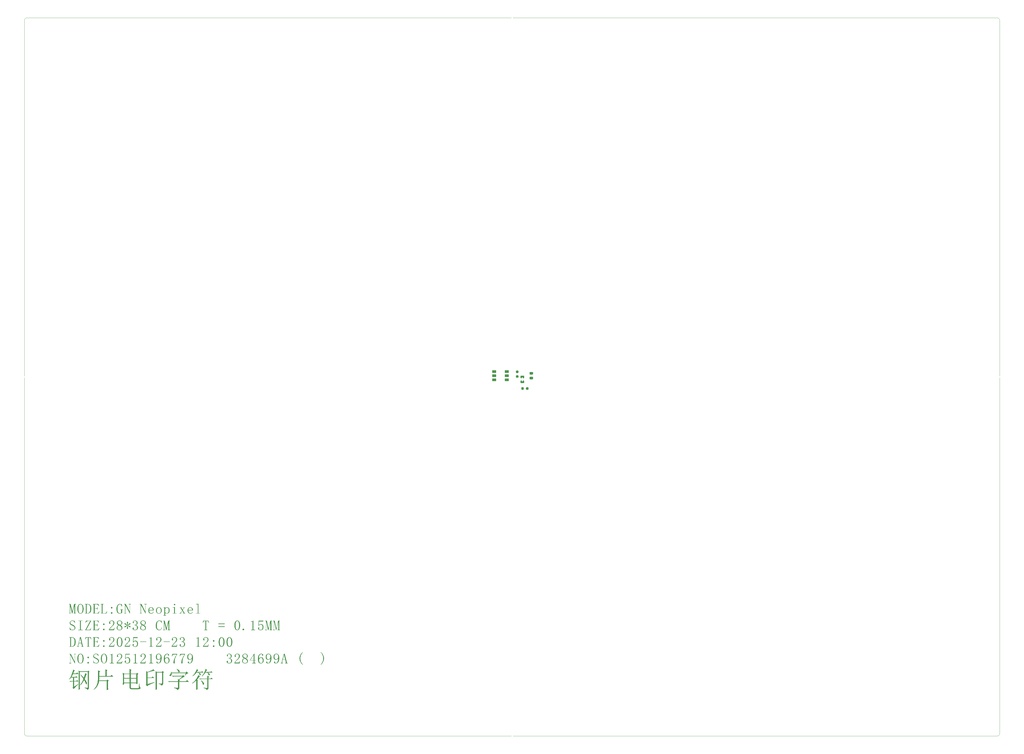
<source format=gbr>
G04 Generated by CircuitCAM Version 4.4*
%FSLAX33Y33*%
%MOMM*%
%ADD10C,0.000000*%
%LNSolderPasteTop*%
%LPD*%
G36*
G01X-166937Y-90617D02*
X-166930Y-90370D01*
X-166937Y-90149D01*
X-166957Y-89937D01*
X-166991Y-89735D01*
X-167039Y-89543D01*
X-167100Y-89360D01*
X-167175Y-89187D01*
X-167263Y-89023D01*
X-167360Y-88880D01*
X-167466Y-88758D01*
X-167583Y-88658D01*
X-167710Y-88581D01*
X-167847Y-88526D01*
X-167995Y-88493D01*
X-168152Y-88482D01*
X-168303Y-88492D01*
X-168445Y-88524D01*
X-168578Y-88576D01*
X-168703Y-88649D01*
X-168820Y-88744D01*
X-168928Y-88859D01*
X-169027Y-88995D01*
X-169116Y-89153D01*
X-169191Y-89323D01*
X-169252Y-89507D01*
X-169299Y-89703D01*
X-169333Y-89912D01*
X-169354Y-90135D01*
X-169361Y-90370D01*
X-169354Y-90610D01*
X-169332Y-90835D01*
X-169297Y-91047D01*
X-169247Y-91246D01*
X-169184Y-91431D01*
X-169106Y-91602D01*
X-169013Y-91759D01*
X-168907Y-91899D01*
X-168796Y-92018D01*
X-168678Y-92115D01*
X-168555Y-92190D01*
X-168427Y-92244D01*
X-168292Y-92276D01*
X-168152Y-92287D01*
X-168005Y-92277D01*
X-167866Y-92245D01*
X-167733Y-92193D01*
X-167608Y-92119D01*
X-167491Y-92025D01*
X-167380Y-91910D01*
X-167277Y-91773D01*
X-167185Y-91619D01*
X-167107Y-91449D01*
X-167044Y-91264D01*
X-166994Y-91064D01*
X-166958Y-90848D01*
X-166937Y-90617D01*
G37*
%LPC*%
G36*
G01X-168944Y-90370D02*
X-168939Y-90626D01*
X-168926Y-90861D01*
X-168903Y-91076D01*
X-168871Y-91271D01*
X-168831Y-91445D01*
X-168781Y-91598D01*
X-168722Y-91732D01*
X-168656Y-91846D01*
X-168585Y-91942D01*
X-168508Y-92022D01*
X-168427Y-92083D01*
X-168341Y-92127D01*
X-168249Y-92153D01*
X-168152Y-92162D01*
X-168052Y-92154D01*
X-167957Y-92128D01*
X-167868Y-92086D01*
X-167785Y-92026D01*
X-167707Y-91950D01*
X-167635Y-91856D01*
X-167569Y-91745D01*
X-167510Y-91619D01*
X-167460Y-91469D01*
X-167419Y-91296D01*
X-167388Y-91099D01*
X-167365Y-90880D01*
X-167351Y-90637D01*
X-167347Y-90370D01*
X-167351Y-90151D01*
X-167363Y-89944D01*
X-167383Y-89751D01*
X-167410Y-89570D01*
X-167446Y-89403D01*
X-167490Y-89248D01*
X-167541Y-89107D01*
X-167598Y-88981D01*
X-167665Y-88875D01*
X-167742Y-88789D01*
X-167829Y-88721D01*
X-167927Y-88673D01*
X-168034Y-88644D01*
X-168152Y-88634D01*
X-168253Y-88643D01*
X-168347Y-88670D01*
X-168436Y-88713D01*
X-168520Y-88775D01*
X-168597Y-88854D01*
X-168669Y-88951D01*
X-168736Y-89065D01*
X-168791Y-89197D01*
X-168838Y-89347D01*
X-168876Y-89516D01*
X-168906Y-89702D01*
X-168927Y-89907D01*
X-168940Y-90130D01*
X-168944Y-90370D01*
G37*
%LPD*%
G36*
G01X-166042Y-88806D02*
X-166041Y-88829D01*
X-166041Y-91940D01*
X-166042Y-91963D01*
X-166046Y-91984D01*
X-166051Y-92004D01*
X-166059Y-92022D01*
X-166070Y-92038D01*
X-166082Y-92052D01*
X-166097Y-92065D01*
X-166110Y-92080D01*
X-166126Y-92092D01*
X-166145Y-92102D01*
X-166167Y-92110D01*
X-166192Y-92116D01*
X-166219Y-92119D01*
X-166250Y-92120D01*
X-166388Y-92120D01*
X-166388Y-92245D01*
X-165458Y-92245D01*
X-165251Y-92236D01*
X-165059Y-92207D01*
X-164881Y-92159D01*
X-164719Y-92091D01*
X-164571Y-92005D01*
X-164438Y-91899D01*
X-164319Y-91773D01*
X-164212Y-91628D01*
X-164122Y-91461D01*
X-164048Y-91274D01*
X-163990Y-91066D01*
X-163949Y-90836D01*
X-163924Y-90586D01*
X-163916Y-90315D01*
X-163924Y-90063D01*
X-163949Y-89831D01*
X-163990Y-89618D01*
X-164048Y-89426D01*
X-164122Y-89253D01*
X-164212Y-89101D01*
X-164319Y-88968D01*
X-164439Y-88853D01*
X-164571Y-88757D01*
X-164713Y-88678D01*
X-164866Y-88616D01*
X-165029Y-88572D01*
X-165203Y-88546D01*
X-165388Y-88537D01*
X-166361Y-88537D01*
X-166361Y-88662D01*
X-166236Y-88662D01*
X-166209Y-88663D01*
X-166185Y-88666D01*
X-166163Y-88670D01*
X-166143Y-88676D01*
X-166125Y-88683D01*
X-166110Y-88693D01*
X-166097Y-88704D01*
X-166082Y-88717D01*
X-166070Y-88731D01*
X-166059Y-88747D01*
X-166051Y-88765D01*
X-166046Y-88785D01*
X-166042Y-88806D01*
G37*
%LPC*%
G36*
G01X-164333Y-90357D02*
X-164339Y-90098D01*
X-164357Y-89863D01*
X-164386Y-89652D01*
X-164428Y-89463D01*
X-164482Y-89298D01*
X-164547Y-89156D01*
X-164625Y-89037D01*
X-164708Y-88938D01*
X-164801Y-88853D01*
X-164903Y-88785D01*
X-165015Y-88731D01*
X-165135Y-88693D01*
X-165264Y-88670D01*
X-165402Y-88662D01*
X-165444Y-88663D01*
X-165483Y-88666D01*
X-165518Y-88670D01*
X-165550Y-88676D01*
X-165578Y-88683D01*
X-165603Y-88693D01*
X-165625Y-88704D01*
X-165643Y-88717D01*
X-165659Y-88731D01*
X-165671Y-88747D01*
X-165681Y-88765D01*
X-165688Y-88785D01*
X-165693Y-88806D01*
X-165694Y-88829D01*
X-165694Y-91940D01*
X-165693Y-91963D01*
X-165689Y-91984D01*
X-165684Y-92004D01*
X-165676Y-92022D01*
X-165666Y-92038D01*
X-165653Y-92052D01*
X-165638Y-92065D01*
X-165618Y-92080D01*
X-165595Y-92092D01*
X-165571Y-92102D01*
X-165545Y-92110D01*
X-165518Y-92116D01*
X-165489Y-92119D01*
X-165458Y-92120D01*
X-165326Y-92113D01*
X-165201Y-92091D01*
X-165081Y-92054D01*
X-164968Y-92003D01*
X-164861Y-91936D01*
X-164761Y-91855D01*
X-164666Y-91759D01*
X-164578Y-91642D01*
X-164503Y-91497D01*
X-164442Y-91325D01*
X-164394Y-91124D01*
X-164360Y-90896D01*
X-164340Y-90640D01*
X-164333Y-90357D01*
G37*
%LPD*%
G36*
G01X-141356Y-91183D02*
X-141361Y-91023D01*
X-139597Y-91023D01*
X-139603Y-90833D01*
X-139622Y-90660D01*
X-139653Y-90505D01*
X-139697Y-90366D01*
X-139753Y-90244D01*
X-139821Y-90139D01*
X-139902Y-90051D01*
X-139992Y-89977D01*
X-140086Y-89915D01*
X-140185Y-89864D01*
X-140288Y-89824D01*
X-140396Y-89796D01*
X-140508Y-89779D01*
X-140625Y-89773D01*
X-140753Y-89780D01*
X-140875Y-89802D01*
X-140992Y-89837D01*
X-141103Y-89887D01*
X-141208Y-89950D01*
X-141308Y-90028D01*
X-141402Y-90120D01*
X-141483Y-90227D01*
X-141552Y-90342D01*
X-141608Y-90463D01*
X-141652Y-90592D01*
X-141683Y-90728D01*
X-141702Y-90872D01*
X-141708Y-91023D01*
X-141702Y-91192D01*
X-141683Y-91349D01*
X-141652Y-91493D01*
X-141608Y-91626D01*
X-141552Y-91747D01*
X-141483Y-91857D01*
X-141402Y-91954D01*
X-141307Y-92042D01*
X-141205Y-92117D01*
X-141095Y-92178D01*
X-140978Y-92226D01*
X-140854Y-92260D01*
X-140722Y-92280D01*
X-140583Y-92287D01*
X-140475Y-92282D01*
X-140374Y-92268D01*
X-140280Y-92244D01*
X-140193Y-92210D01*
X-140112Y-92167D01*
X-140039Y-92114D01*
X-139972Y-92051D01*
X-139908Y-91984D01*
X-139850Y-91916D01*
X-139800Y-91849D01*
X-139756Y-91781D01*
X-139720Y-91714D01*
X-139689Y-91646D01*
X-139666Y-91579D01*
X-139777Y-91537D01*
X-139807Y-91603D01*
X-139841Y-91666D01*
X-139879Y-91727D01*
X-139920Y-91784D01*
X-139966Y-91839D01*
X-140015Y-91891D01*
X-140069Y-91940D01*
X-140126Y-91984D01*
X-140187Y-92022D01*
X-140251Y-92052D01*
X-140318Y-92076D01*
X-140389Y-92093D01*
X-140464Y-92103D01*
X-140541Y-92107D01*
X-140645Y-92101D01*
X-140743Y-92086D01*
X-140835Y-92061D01*
X-140920Y-92025D01*
X-140999Y-91979D01*
X-141072Y-91923D01*
X-141138Y-91857D01*
X-141197Y-91778D01*
X-141247Y-91687D01*
X-141288Y-91581D01*
X-141320Y-91462D01*
X-141343Y-91329D01*
X-141356Y-91183D01*
G37*
%LPC*%
G36*
G01X-139972Y-90898D02*
X-139972Y-90764D01*
X-139980Y-90640D01*
X-139996Y-90525D01*
X-140019Y-90420D01*
X-140051Y-90324D01*
X-140091Y-90238D01*
X-140138Y-90162D01*
X-140193Y-90099D01*
X-140252Y-90046D01*
X-140316Y-90003D01*
X-140386Y-89969D01*
X-140460Y-89945D01*
X-140540Y-89931D01*
X-140625Y-89926D01*
X-140717Y-89931D01*
X-140805Y-89946D01*
X-140887Y-89972D01*
X-140965Y-90008D01*
X-141037Y-90054D01*
X-141104Y-90110D01*
X-141166Y-90176D01*
X-141218Y-90255D01*
X-141261Y-90343D01*
X-141297Y-90438D01*
X-141325Y-90541D01*
X-141345Y-90652D01*
X-141357Y-90771D01*
X-141361Y-90898D01*
X-139972Y-90898D01*
G37*
%LPD*%
G36*
G01X-136492Y-91174D02*
X-136486Y-91023D01*
X-136492Y-90890D01*
X-136511Y-90760D01*
X-136542Y-90634D01*
X-136585Y-90511D01*
X-136642Y-90391D01*
X-136710Y-90275D01*
X-136791Y-90162D01*
X-136883Y-90059D01*
X-136983Y-89972D01*
X-137091Y-89900D01*
X-137208Y-89845D01*
X-137334Y-89805D01*
X-137468Y-89781D01*
X-137611Y-89773D01*
X-137750Y-89781D01*
X-137882Y-89805D01*
X-138006Y-89845D01*
X-138123Y-89900D01*
X-138233Y-89972D01*
X-138335Y-90059D01*
X-138430Y-90162D01*
X-138511Y-90275D01*
X-138580Y-90391D01*
X-138636Y-90511D01*
X-138680Y-90634D01*
X-138711Y-90760D01*
X-138729Y-90890D01*
X-138736Y-91023D01*
X-138729Y-91167D01*
X-138711Y-91306D01*
X-138680Y-91438D01*
X-138636Y-91565D01*
X-138580Y-91687D01*
X-138511Y-91802D01*
X-138430Y-91912D01*
X-138335Y-92012D01*
X-138233Y-92096D01*
X-138123Y-92165D01*
X-138006Y-92218D01*
X-137882Y-92257D01*
X-137750Y-92279D01*
X-137611Y-92287D01*
X-137479Y-92280D01*
X-137353Y-92258D01*
X-137234Y-92221D01*
X-137121Y-92169D01*
X-137014Y-92103D01*
X-136913Y-92022D01*
X-136819Y-91926D01*
X-136731Y-91819D01*
X-136656Y-91705D01*
X-136595Y-91583D01*
X-136547Y-91454D01*
X-136513Y-91318D01*
X-136492Y-91174D01*
G37*
%LPC*%
G36*
G01X-138388Y-91051D02*
X-138384Y-91204D01*
X-138370Y-91346D01*
X-138348Y-91476D01*
X-138316Y-91595D01*
X-138275Y-91703D01*
X-138225Y-91799D01*
X-138166Y-91884D01*
X-138100Y-91958D01*
X-138030Y-92020D01*
X-137955Y-92071D01*
X-137876Y-92111D01*
X-137792Y-92139D01*
X-137704Y-92156D01*
X-137611Y-92162D01*
X-137511Y-92156D01*
X-137417Y-92137D01*
X-137329Y-92106D01*
X-137248Y-92062D01*
X-137173Y-92006D01*
X-137104Y-91938D01*
X-137041Y-91857D01*
X-136986Y-91769D01*
X-136939Y-91672D01*
X-136901Y-91566D01*
X-136871Y-91451D01*
X-136850Y-91327D01*
X-136837Y-91193D01*
X-136833Y-91051D01*
X-136838Y-90894D01*
X-136852Y-90748D01*
X-136876Y-90614D01*
X-136910Y-90491D01*
X-136953Y-90379D01*
X-137006Y-90279D01*
X-137069Y-90190D01*
X-137135Y-90113D01*
X-137204Y-90047D01*
X-137277Y-89993D01*
X-137355Y-89952D01*
X-137436Y-89922D01*
X-137521Y-89904D01*
X-137611Y-89898D01*
X-137697Y-89904D01*
X-137780Y-89922D01*
X-137860Y-89952D01*
X-137937Y-89993D01*
X-138012Y-90047D01*
X-138083Y-90113D01*
X-138152Y-90190D01*
X-138215Y-90279D01*
X-138268Y-90379D01*
X-138311Y-90491D01*
X-138345Y-90614D01*
X-138369Y-90748D01*
X-138384Y-90894D01*
X-138388Y-91051D01*
G37*
%LPD*%
G36*
G01X-134805Y-92926D02*
X-134958Y-92926D01*
X-134981Y-92925D01*
X-135004Y-92921D01*
X-135027Y-92916D01*
X-135049Y-92908D01*
X-135070Y-92898D01*
X-135091Y-92885D01*
X-135111Y-92870D01*
X-135125Y-92857D01*
X-135138Y-92841D01*
X-135148Y-92822D01*
X-135156Y-92800D01*
X-135162Y-92776D01*
X-135165Y-92748D01*
X-135166Y-92718D01*
X-135166Y-91954D01*
X-135126Y-91996D01*
X-135085Y-92034D01*
X-135042Y-92069D01*
X-134998Y-92101D01*
X-134954Y-92130D01*
X-134908Y-92154D01*
X-134861Y-92176D01*
X-134812Y-92198D01*
X-134760Y-92217D01*
X-134705Y-92232D01*
X-134648Y-92244D01*
X-134587Y-92253D01*
X-134524Y-92258D01*
X-134458Y-92259D01*
X-134341Y-92253D01*
X-134229Y-92232D01*
X-134121Y-92198D01*
X-134018Y-92151D01*
X-133919Y-92089D01*
X-133825Y-92014D01*
X-133736Y-91926D01*
X-133655Y-91829D01*
X-133586Y-91720D01*
X-133530Y-91599D01*
X-133486Y-91466D01*
X-133455Y-91321D01*
X-133436Y-91164D01*
X-133430Y-90995D01*
X-133436Y-90824D01*
X-133454Y-90666D01*
X-133484Y-90521D01*
X-133525Y-90390D01*
X-133579Y-90273D01*
X-133644Y-90169D01*
X-133722Y-90079D01*
X-133804Y-90001D01*
X-133893Y-89936D01*
X-133988Y-89882D01*
X-134089Y-89841D01*
X-134197Y-89811D01*
X-134310Y-89793D01*
X-134430Y-89787D01*
X-134493Y-89789D01*
X-134554Y-89795D01*
X-134613Y-89805D01*
X-134670Y-89819D01*
X-134726Y-89837D01*
X-134780Y-89859D01*
X-134833Y-89884D01*
X-134887Y-89918D01*
X-134939Y-89957D01*
X-134989Y-90000D01*
X-135037Y-90048D01*
X-135082Y-90100D01*
X-135125Y-90156D01*
X-135166Y-90218D01*
X-135166Y-89718D01*
X-135222Y-89718D01*
X-135246Y-89733D01*
X-135271Y-89747D01*
X-135296Y-89760D01*
X-135322Y-89772D01*
X-135348Y-89783D01*
X-135375Y-89793D01*
X-135402Y-89801D01*
X-135430Y-89808D01*
X-135459Y-89815D01*
X-135488Y-89820D01*
X-135518Y-89824D01*
X-135548Y-89827D01*
X-135579Y-89828D01*
X-135611Y-89829D01*
X-135805Y-89829D01*
X-135805Y-89954D01*
X-135680Y-89954D01*
X-135650Y-89955D01*
X-135622Y-89957D01*
X-135598Y-89961D01*
X-135576Y-89967D01*
X-135557Y-89975D01*
X-135541Y-89984D01*
X-135527Y-89995D01*
X-135513Y-90012D01*
X-135500Y-90031D01*
X-135490Y-90051D01*
X-135482Y-90073D01*
X-135476Y-90096D01*
X-135473Y-90121D01*
X-135472Y-90148D01*
X-135472Y-92718D01*
X-135473Y-92748D01*
X-135476Y-92776D01*
X-135482Y-92800D01*
X-135490Y-92822D01*
X-135500Y-92841D01*
X-135513Y-92857D01*
X-135527Y-92870D01*
X-135541Y-92885D01*
X-135557Y-92898D01*
X-135576Y-92908D01*
X-135598Y-92916D01*
X-135622Y-92921D01*
X-135650Y-92925D01*
X-135680Y-92926D01*
X-135805Y-92926D01*
X-135805Y-93051D01*
X-134805Y-93051D01*
X-134805Y-92926D01*
G37*
%LPC*%
G36*
G01X-135166Y-91662D02*
X-135137Y-91723D01*
X-135105Y-91780D01*
X-135070Y-91832D01*
X-135032Y-91880D01*
X-134992Y-91923D01*
X-134949Y-91961D01*
X-134902Y-91995D01*
X-134854Y-92025D01*
X-134804Y-92050D01*
X-134752Y-92070D01*
X-134698Y-92086D01*
X-134643Y-92098D01*
X-134586Y-92104D01*
X-134527Y-92107D01*
X-134442Y-92101D01*
X-134360Y-92084D01*
X-134281Y-92056D01*
X-134205Y-92016D01*
X-134133Y-91965D01*
X-134065Y-91903D01*
X-134000Y-91829D01*
X-133941Y-91747D01*
X-133891Y-91653D01*
X-133850Y-91546D01*
X-133818Y-91427D01*
X-133796Y-91296D01*
X-133782Y-91152D01*
X-133777Y-90995D01*
X-133781Y-90854D01*
X-133791Y-90722D01*
X-133808Y-90601D01*
X-133832Y-90490D01*
X-133862Y-90389D01*
X-133900Y-90298D01*
X-133944Y-90218D01*
X-133995Y-90151D01*
X-134052Y-90095D01*
X-134115Y-90049D01*
X-134184Y-90014D01*
X-134260Y-89988D01*
X-134342Y-89973D01*
X-134430Y-89968D01*
X-134486Y-89970D01*
X-134541Y-89977D01*
X-134597Y-89988D01*
X-134652Y-90004D01*
X-134708Y-90024D01*
X-134763Y-90049D01*
X-134819Y-90079D01*
X-134877Y-90117D01*
X-134932Y-90160D01*
X-134985Y-90209D01*
X-135034Y-90262D01*
X-135081Y-90321D01*
X-135125Y-90385D01*
X-135166Y-90454D01*
X-135166Y-91662D01*
G37*
%LPD*%
G36*
G01X-126078Y-91183D02*
X-126083Y-91023D01*
X-124319Y-91023D01*
X-124325Y-90833D01*
X-124344Y-90660D01*
X-124375Y-90505D01*
X-124419Y-90366D01*
X-124475Y-90244D01*
X-124544Y-90139D01*
X-124625Y-90051D01*
X-124714Y-89977D01*
X-124808Y-89915D01*
X-124907Y-89864D01*
X-125010Y-89824D01*
X-125118Y-89796D01*
X-125230Y-89779D01*
X-125347Y-89773D01*
X-125475Y-89780D01*
X-125597Y-89802D01*
X-125714Y-89837D01*
X-125825Y-89887D01*
X-125931Y-89950D01*
X-126030Y-90028D01*
X-126125Y-90120D01*
X-126206Y-90227D01*
X-126274Y-90342D01*
X-126330Y-90463D01*
X-126374Y-90592D01*
X-126405Y-90728D01*
X-126424Y-90872D01*
X-126430Y-91023D01*
X-126424Y-91192D01*
X-126405Y-91349D01*
X-126374Y-91493D01*
X-126330Y-91626D01*
X-126274Y-91747D01*
X-126206Y-91857D01*
X-126125Y-91954D01*
X-126030Y-92042D01*
X-125927Y-92117D01*
X-125818Y-92178D01*
X-125701Y-92226D01*
X-125576Y-92260D01*
X-125444Y-92280D01*
X-125305Y-92287D01*
X-125197Y-92282D01*
X-125097Y-92268D01*
X-125002Y-92244D01*
X-124915Y-92210D01*
X-124835Y-92167D01*
X-124761Y-92114D01*
X-124694Y-92051D01*
X-124630Y-91984D01*
X-124573Y-91916D01*
X-124522Y-91849D01*
X-124479Y-91781D01*
X-124442Y-91714D01*
X-124412Y-91646D01*
X-124388Y-91579D01*
X-124500Y-91537D01*
X-124529Y-91603D01*
X-124563Y-91666D01*
X-124601Y-91727D01*
X-124642Y-91784D01*
X-124688Y-91839D01*
X-124738Y-91891D01*
X-124791Y-91940D01*
X-124849Y-91984D01*
X-124909Y-92022D01*
X-124973Y-92052D01*
X-125041Y-92076D01*
X-125112Y-92093D01*
X-125186Y-92103D01*
X-125263Y-92107D01*
X-125368Y-92101D01*
X-125465Y-92086D01*
X-125557Y-92061D01*
X-125642Y-92025D01*
X-125721Y-91979D01*
X-125794Y-91923D01*
X-125861Y-91857D01*
X-125920Y-91778D01*
X-125970Y-91687D01*
X-126010Y-91581D01*
X-126042Y-91462D01*
X-126065Y-91329D01*
X-126078Y-91183D01*
G37*
%LPC*%
G36*
G01X-124694Y-90898D02*
X-124694Y-90764D01*
X-124702Y-90640D01*
X-124718Y-90525D01*
X-124742Y-90420D01*
X-124773Y-90324D01*
X-124813Y-90238D01*
X-124861Y-90162D01*
X-124915Y-90099D01*
X-124974Y-90046D01*
X-125038Y-90003D01*
X-125108Y-89969D01*
X-125182Y-89945D01*
X-125262Y-89931D01*
X-125347Y-89926D01*
X-125439Y-89931D01*
X-125527Y-89946D01*
X-125610Y-89972D01*
X-125687Y-90008D01*
X-125759Y-90054D01*
X-125826Y-90110D01*
X-125888Y-90176D01*
X-125940Y-90255D01*
X-125984Y-90343D01*
X-126019Y-90438D01*
X-126047Y-90541D01*
X-126067Y-90652D01*
X-126079Y-90771D01*
X-126083Y-90898D01*
X-124694Y-90898D01*
G37*
%LPD*%
G36*
G01X-151825Y-97887D02*
X-151819Y-97770D01*
X-151823Y-97684D01*
X-151834Y-97599D01*
X-151852Y-97516D01*
X-151878Y-97435D01*
X-151911Y-97355D01*
X-151952Y-97277D01*
X-152000Y-97201D01*
X-152055Y-97130D01*
X-152117Y-97060D01*
X-152188Y-96992D01*
X-152265Y-96924D01*
X-152350Y-96858D01*
X-152442Y-96793D01*
X-152541Y-96729D01*
X-152446Y-96676D01*
X-152358Y-96622D01*
X-152277Y-96566D01*
X-152203Y-96509D01*
X-152137Y-96450D01*
X-152079Y-96389D01*
X-152027Y-96326D01*
X-151983Y-96258D01*
X-151946Y-96190D01*
X-151915Y-96121D01*
X-151891Y-96052D01*
X-151874Y-95982D01*
X-151864Y-95911D01*
X-151861Y-95840D01*
X-151867Y-95735D01*
X-151884Y-95635D01*
X-151914Y-95539D01*
X-151956Y-95448D01*
X-152010Y-95361D01*
X-152075Y-95279D01*
X-152152Y-95201D01*
X-152235Y-95135D01*
X-152326Y-95079D01*
X-152424Y-95033D01*
X-152529Y-94997D01*
X-152641Y-94971D01*
X-152761Y-94956D01*
X-152888Y-94951D01*
X-153030Y-94956D01*
X-153163Y-94971D01*
X-153286Y-94997D01*
X-153399Y-95033D01*
X-153502Y-95079D01*
X-153596Y-95135D01*
X-153680Y-95201D01*
X-153754Y-95279D01*
X-153816Y-95361D01*
X-153867Y-95448D01*
X-153907Y-95539D01*
X-153935Y-95635D01*
X-153952Y-95735D01*
X-153958Y-95840D01*
X-153955Y-95918D01*
X-153945Y-95994D01*
X-153930Y-96068D01*
X-153908Y-96139D01*
X-153880Y-96208D01*
X-153846Y-96275D01*
X-153805Y-96340D01*
X-153755Y-96406D01*
X-153699Y-96468D01*
X-153637Y-96527D01*
X-153569Y-96583D01*
X-153496Y-96635D01*
X-153417Y-96683D01*
X-153333Y-96729D01*
X-153429Y-96786D01*
X-153518Y-96846D01*
X-153600Y-96908D01*
X-153675Y-96974D01*
X-153744Y-97042D01*
X-153806Y-97113D01*
X-153861Y-97187D01*
X-153909Y-97265D01*
X-153949Y-97346D01*
X-153982Y-97431D01*
X-154008Y-97520D01*
X-154027Y-97614D01*
X-154038Y-97711D01*
X-154041Y-97812D01*
X-154035Y-97917D01*
X-154015Y-98018D01*
X-153983Y-98116D01*
X-153937Y-98209D01*
X-153878Y-98298D01*
X-153807Y-98384D01*
X-153722Y-98465D01*
X-153624Y-98542D01*
X-153521Y-98608D01*
X-153413Y-98661D01*
X-153300Y-98703D01*
X-153182Y-98733D01*
X-153059Y-98751D01*
X-152930Y-98757D01*
X-152791Y-98751D01*
X-152660Y-98733D01*
X-152537Y-98703D01*
X-152422Y-98661D01*
X-152315Y-98608D01*
X-152216Y-98542D01*
X-152125Y-98465D01*
X-152044Y-98383D01*
X-151975Y-98295D01*
X-151919Y-98201D01*
X-151875Y-98102D01*
X-151844Y-97997D01*
X-151825Y-97887D01*
G37*
%LPC*%
G36*
G01X-153736Y-97812D02*
X-153731Y-97909D01*
X-153718Y-98000D01*
X-153695Y-98087D01*
X-153663Y-98168D01*
X-153622Y-98244D01*
X-153572Y-98316D01*
X-153513Y-98382D01*
X-153444Y-98441D01*
X-153369Y-98490D01*
X-153291Y-98531D01*
X-153207Y-98563D01*
X-153119Y-98586D01*
X-153027Y-98599D01*
X-152930Y-98604D01*
X-152816Y-98599D01*
X-152711Y-98586D01*
X-152616Y-98563D01*
X-152531Y-98531D01*
X-152455Y-98490D01*
X-152389Y-98441D01*
X-152333Y-98382D01*
X-152281Y-98316D01*
X-152238Y-98247D01*
X-152202Y-98173D01*
X-152174Y-98096D01*
X-152154Y-98015D01*
X-152142Y-97929D01*
X-152138Y-97840D01*
X-152144Y-97757D01*
X-152160Y-97677D01*
X-152187Y-97598D01*
X-152225Y-97520D01*
X-152273Y-97445D01*
X-152332Y-97371D01*
X-152402Y-97298D01*
X-152483Y-97224D01*
X-152575Y-97151D01*
X-152677Y-97080D01*
X-152790Y-97010D01*
X-152914Y-96943D01*
X-153049Y-96876D01*
X-153194Y-96812D01*
X-153267Y-96865D01*
X-153335Y-96921D01*
X-153397Y-96980D01*
X-153455Y-97041D01*
X-153507Y-97106D01*
X-153555Y-97173D01*
X-153597Y-97243D01*
X-153634Y-97319D01*
X-153665Y-97397D01*
X-153690Y-97477D01*
X-153710Y-97558D01*
X-153724Y-97641D01*
X-153733Y-97726D01*
X-153736Y-97812D01*
G37*
G36*
G01X-152166Y-95854D02*
X-152170Y-95768D01*
X-152181Y-95686D01*
X-152199Y-95607D01*
X-152225Y-95532D01*
X-152258Y-95460D01*
X-152299Y-95391D01*
X-152347Y-95326D01*
X-152402Y-95267D01*
X-152465Y-95217D01*
X-152535Y-95176D01*
X-152612Y-95145D01*
X-152697Y-95122D01*
X-152789Y-95108D01*
X-152888Y-95104D01*
X-153003Y-95108D01*
X-153107Y-95121D01*
X-153202Y-95142D01*
X-153288Y-95172D01*
X-153363Y-95210D01*
X-153429Y-95257D01*
X-153486Y-95312D01*
X-153530Y-95376D01*
X-153567Y-95440D01*
X-153598Y-95505D01*
X-153622Y-95571D01*
X-153639Y-95637D01*
X-153649Y-95703D01*
X-153652Y-95770D01*
X-153647Y-95838D01*
X-153632Y-95905D01*
X-153606Y-95973D01*
X-153571Y-96040D01*
X-153525Y-96108D01*
X-153469Y-96175D01*
X-153402Y-96243D01*
X-153327Y-96305D01*
X-153242Y-96366D01*
X-153150Y-96426D01*
X-153049Y-96483D01*
X-152939Y-96539D01*
X-152821Y-96593D01*
X-152694Y-96645D01*
X-152621Y-96605D01*
X-152555Y-96562D01*
X-152493Y-96516D01*
X-152438Y-96469D01*
X-152388Y-96419D01*
X-152344Y-96367D01*
X-152305Y-96312D01*
X-152268Y-96255D01*
X-152237Y-96195D01*
X-152212Y-96133D01*
X-152192Y-96067D01*
X-152178Y-95999D01*
X-152169Y-95928D01*
X-152166Y-95854D01*
G37*
%LPD*%
G36*
G01X-142659Y-97887D02*
X-142652Y-97770D01*
X-142656Y-97684D01*
X-142667Y-97599D01*
X-142686Y-97516D01*
X-142711Y-97435D01*
X-142744Y-97355D01*
X-142785Y-97277D01*
X-142833Y-97201D01*
X-142888Y-97130D01*
X-142951Y-97060D01*
X-143021Y-96992D01*
X-143098Y-96924D01*
X-143183Y-96858D01*
X-143275Y-96793D01*
X-143375Y-96729D01*
X-143279Y-96676D01*
X-143191Y-96622D01*
X-143110Y-96566D01*
X-143037Y-96509D01*
X-142971Y-96450D01*
X-142912Y-96389D01*
X-142861Y-96326D01*
X-142816Y-96258D01*
X-142779Y-96190D01*
X-142748Y-96121D01*
X-142725Y-96052D01*
X-142708Y-95982D01*
X-142697Y-95911D01*
X-142694Y-95840D01*
X-142700Y-95735D01*
X-142718Y-95635D01*
X-142748Y-95539D01*
X-142789Y-95448D01*
X-142843Y-95361D01*
X-142908Y-95279D01*
X-142986Y-95201D01*
X-143069Y-95135D01*
X-143159Y-95079D01*
X-143257Y-95033D01*
X-143362Y-94997D01*
X-143475Y-94971D01*
X-143595Y-94956D01*
X-143722Y-94951D01*
X-143864Y-94956D01*
X-143996Y-94971D01*
X-144119Y-94997D01*
X-144232Y-95033D01*
X-144335Y-95079D01*
X-144429Y-95135D01*
X-144513Y-95201D01*
X-144587Y-95279D01*
X-144650Y-95361D01*
X-144701Y-95448D01*
X-144740Y-95539D01*
X-144769Y-95635D01*
X-144786Y-95735D01*
X-144791Y-95840D01*
X-144788Y-95918D01*
X-144779Y-95994D01*
X-144763Y-96068D01*
X-144741Y-96139D01*
X-144713Y-96208D01*
X-144679Y-96275D01*
X-144638Y-96340D01*
X-144588Y-96406D01*
X-144532Y-96468D01*
X-144470Y-96527D01*
X-144403Y-96583D01*
X-144330Y-96635D01*
X-144251Y-96683D01*
X-144166Y-96729D01*
X-144262Y-96786D01*
X-144351Y-96846D01*
X-144433Y-96908D01*
X-144509Y-96974D01*
X-144577Y-97042D01*
X-144639Y-97113D01*
X-144694Y-97187D01*
X-144742Y-97265D01*
X-144782Y-97346D01*
X-144816Y-97431D01*
X-144841Y-97520D01*
X-144860Y-97614D01*
X-144871Y-97711D01*
X-144875Y-97812D01*
X-144868Y-97917D01*
X-144849Y-98018D01*
X-144816Y-98116D01*
X-144770Y-98209D01*
X-144712Y-98298D01*
X-144640Y-98384D01*
X-144555Y-98465D01*
X-144457Y-98542D01*
X-144354Y-98608D01*
X-144246Y-98661D01*
X-144133Y-98703D01*
X-144015Y-98733D01*
X-143892Y-98751D01*
X-143763Y-98757D01*
X-143625Y-98751D01*
X-143494Y-98733D01*
X-143371Y-98703D01*
X-143256Y-98661D01*
X-143148Y-98608D01*
X-143049Y-98542D01*
X-142958Y-98465D01*
X-142877Y-98383D01*
X-142808Y-98295D01*
X-142752Y-98201D01*
X-142708Y-98102D01*
X-142677Y-97997D01*
X-142659Y-97887D01*
G37*
%LPC*%
G36*
G01X-144569Y-97812D02*
X-144564Y-97909D01*
X-144551Y-98000D01*
X-144528Y-98087D01*
X-144496Y-98168D01*
X-144456Y-98244D01*
X-144406Y-98316D01*
X-144347Y-98382D01*
X-144277Y-98441D01*
X-144203Y-98490D01*
X-144124Y-98531D01*
X-144041Y-98563D01*
X-143953Y-98586D01*
X-143860Y-98599D01*
X-143763Y-98604D01*
X-143649Y-98599D01*
X-143545Y-98586D01*
X-143450Y-98563D01*
X-143364Y-98531D01*
X-143289Y-98490D01*
X-143223Y-98441D01*
X-143166Y-98382D01*
X-143115Y-98316D01*
X-143071Y-98247D01*
X-143035Y-98173D01*
X-143008Y-98096D01*
X-142988Y-98015D01*
X-142976Y-97929D01*
X-142972Y-97840D01*
X-142977Y-97757D01*
X-142993Y-97677D01*
X-143020Y-97598D01*
X-143058Y-97520D01*
X-143106Y-97445D01*
X-143166Y-97371D01*
X-143236Y-97298D01*
X-143316Y-97224D01*
X-143408Y-97151D01*
X-143510Y-97080D01*
X-143623Y-97010D01*
X-143747Y-96943D01*
X-143882Y-96876D01*
X-144027Y-96812D01*
X-144100Y-96865D01*
X-144168Y-96921D01*
X-144231Y-96980D01*
X-144288Y-97041D01*
X-144341Y-97106D01*
X-144388Y-97173D01*
X-144430Y-97243D01*
X-144467Y-97319D01*
X-144498Y-97397D01*
X-144524Y-97477D01*
X-144544Y-97558D01*
X-144558Y-97641D01*
X-144566Y-97726D01*
X-144569Y-97812D01*
G37*
G36*
G01X-143000Y-95854D02*
X-143003Y-95768D01*
X-143014Y-95686D01*
X-143033Y-95607D01*
X-143059Y-95532D01*
X-143092Y-95460D01*
X-143132Y-95391D01*
X-143180Y-95326D01*
X-143235Y-95267D01*
X-143298Y-95217D01*
X-143368Y-95176D01*
X-143445Y-95145D01*
X-143530Y-95122D01*
X-143622Y-95108D01*
X-143722Y-95104D01*
X-143836Y-95108D01*
X-143941Y-95121D01*
X-144036Y-95142D01*
X-144121Y-95172D01*
X-144197Y-95210D01*
X-144263Y-95257D01*
X-144319Y-95312D01*
X-144363Y-95376D01*
X-144401Y-95440D01*
X-144431Y-95505D01*
X-144455Y-95571D01*
X-144472Y-95637D01*
X-144482Y-95703D01*
X-144486Y-95770D01*
X-144481Y-95838D01*
X-144465Y-95905D01*
X-144440Y-95973D01*
X-144404Y-96040D01*
X-144358Y-96108D01*
X-144302Y-96175D01*
X-144236Y-96243D01*
X-144160Y-96305D01*
X-144076Y-96366D01*
X-143983Y-96426D01*
X-143882Y-96483D01*
X-143772Y-96539D01*
X-143654Y-96593D01*
X-143527Y-96645D01*
X-143455Y-96605D01*
X-143388Y-96562D01*
X-143327Y-96516D01*
X-143271Y-96469D01*
X-143221Y-96419D01*
X-143177Y-96367D01*
X-143138Y-96312D01*
X-143102Y-96255D01*
X-143070Y-96195D01*
X-143045Y-96133D01*
X-143025Y-96067D01*
X-143011Y-95999D01*
X-143002Y-95928D01*
X-143000Y-95854D01*
G37*
%LPD*%
G36*
G01X-107191Y-98746D02*
X-107055Y-98757D01*
X-106923Y-98746D01*
X-106798Y-98715D01*
X-106678Y-98662D01*
X-106565Y-98589D01*
X-106458Y-98494D01*
X-106358Y-98379D01*
X-106263Y-98243D01*
X-106179Y-98088D01*
X-106107Y-97918D01*
X-106048Y-97733D01*
X-106003Y-97533D01*
X-105970Y-97317D01*
X-105951Y-97086D01*
X-105944Y-96840D01*
X-105951Y-96594D01*
X-105970Y-96364D01*
X-106003Y-96149D01*
X-106048Y-95951D01*
X-106107Y-95768D01*
X-106179Y-95602D01*
X-106263Y-95451D01*
X-106358Y-95318D01*
X-106458Y-95206D01*
X-106565Y-95114D01*
X-106678Y-95043D01*
X-106798Y-94992D01*
X-106923Y-94961D01*
X-107055Y-94951D01*
X-107194Y-94962D01*
X-107326Y-94993D01*
X-107451Y-95045D01*
X-107568Y-95119D01*
X-107677Y-95213D01*
X-107780Y-95329D01*
X-107875Y-95465D01*
X-107956Y-95622D01*
X-108024Y-95793D01*
X-108080Y-95976D01*
X-108124Y-96172D01*
X-108155Y-96382D01*
X-108174Y-96604D01*
X-108180Y-96840D01*
X-108174Y-97090D01*
X-108154Y-97323D01*
X-108121Y-97540D01*
X-108076Y-97740D01*
X-108017Y-97924D01*
X-107945Y-98092D01*
X-107861Y-98243D01*
X-107766Y-98379D01*
X-107665Y-98494D01*
X-107556Y-98589D01*
X-107441Y-98662D01*
X-107319Y-98715D01*
X-107191Y-98746D01*
G37*
%LPC*%
G36*
G01X-107055Y-95132D02*
X-107140Y-95141D01*
X-107222Y-95169D01*
X-107299Y-95216D01*
X-107373Y-95281D01*
X-107442Y-95365D01*
X-107508Y-95468D01*
X-107569Y-95590D01*
X-107621Y-95731D01*
X-107664Y-95885D01*
X-107700Y-96051D01*
X-107728Y-96229D01*
X-107748Y-96420D01*
X-107760Y-96624D01*
X-107763Y-96840D01*
X-107760Y-97067D01*
X-107748Y-97279D01*
X-107728Y-97476D01*
X-107700Y-97659D01*
X-107664Y-97826D01*
X-107621Y-97979D01*
X-107569Y-98118D01*
X-107508Y-98239D01*
X-107442Y-98342D01*
X-107373Y-98426D01*
X-107299Y-98492D01*
X-107222Y-98539D01*
X-107140Y-98567D01*
X-107055Y-98576D01*
X-106967Y-98567D01*
X-106884Y-98539D01*
X-106807Y-98492D01*
X-106735Y-98426D01*
X-106670Y-98342D01*
X-106610Y-98239D01*
X-106555Y-98118D01*
X-106504Y-97979D01*
X-106460Y-97826D01*
X-106424Y-97659D01*
X-106396Y-97476D01*
X-106377Y-97279D01*
X-106365Y-97067D01*
X-106361Y-96840D01*
X-106364Y-96624D01*
X-106375Y-96420D01*
X-106394Y-96229D01*
X-106420Y-96051D01*
X-106453Y-95885D01*
X-106493Y-95731D01*
X-106541Y-95590D01*
X-106593Y-95468D01*
X-106651Y-95365D01*
X-106717Y-95281D01*
X-106791Y-95216D01*
X-106871Y-95169D01*
X-106960Y-95141D01*
X-107055Y-95132D01*
G37*
%LPD*%
G36*
G01X-172153Y-101745D02*
X-172152Y-101768D01*
X-172152Y-104879D01*
X-172153Y-104902D01*
X-172157Y-104923D01*
X-172163Y-104943D01*
X-172171Y-104960D01*
X-172181Y-104977D01*
X-172193Y-104991D01*
X-172208Y-105004D01*
X-172221Y-105019D01*
X-172237Y-105031D01*
X-172256Y-105041D01*
X-172278Y-105049D01*
X-172303Y-105055D01*
X-172330Y-105058D01*
X-172361Y-105059D01*
X-172500Y-105059D01*
X-172500Y-105184D01*
X-171569Y-105184D01*
X-171362Y-105175D01*
X-171170Y-105146D01*
X-170992Y-105098D01*
X-170830Y-105030D01*
X-170682Y-104943D01*
X-170549Y-104837D01*
X-170430Y-104712D01*
X-170323Y-104567D01*
X-170233Y-104400D01*
X-170159Y-104213D01*
X-170101Y-104005D01*
X-170060Y-103775D01*
X-170036Y-103525D01*
X-170027Y-103254D01*
X-170036Y-103002D01*
X-170060Y-102770D01*
X-170101Y-102557D01*
X-170159Y-102365D01*
X-170233Y-102192D01*
X-170323Y-102040D01*
X-170430Y-101907D01*
X-170551Y-101792D01*
X-170682Y-101696D01*
X-170824Y-101617D01*
X-170977Y-101555D01*
X-171140Y-101511D01*
X-171314Y-101485D01*
X-171500Y-101476D01*
X-172472Y-101476D01*
X-172472Y-101601D01*
X-172347Y-101601D01*
X-172320Y-101602D01*
X-172296Y-101604D01*
X-172274Y-101609D01*
X-172254Y-101615D01*
X-172236Y-101622D01*
X-172221Y-101632D01*
X-172208Y-101643D01*
X-172193Y-101655D01*
X-172181Y-101670D01*
X-172171Y-101686D01*
X-172163Y-101704D01*
X-172157Y-101723D01*
X-172153Y-101745D01*
G37*
%LPC*%
G36*
G01X-170444Y-103295D02*
X-170450Y-103037D01*
X-170468Y-102802D01*
X-170498Y-102591D01*
X-170539Y-102402D01*
X-170593Y-102237D01*
X-170658Y-102095D01*
X-170736Y-101976D01*
X-170820Y-101877D01*
X-170913Y-101792D01*
X-171015Y-101723D01*
X-171126Y-101670D01*
X-171246Y-101632D01*
X-171375Y-101609D01*
X-171513Y-101601D01*
X-171555Y-101602D01*
X-171594Y-101604D01*
X-171629Y-101609D01*
X-171661Y-101615D01*
X-171689Y-101622D01*
X-171714Y-101632D01*
X-171736Y-101643D01*
X-171754Y-101655D01*
X-171770Y-101670D01*
X-171782Y-101686D01*
X-171792Y-101704D01*
X-171799Y-101723D01*
X-171804Y-101745D01*
X-171805Y-101768D01*
X-171805Y-104879D01*
X-171804Y-104902D01*
X-171801Y-104923D01*
X-171795Y-104943D01*
X-171787Y-104960D01*
X-171777Y-104977D01*
X-171764Y-104991D01*
X-171750Y-105004D01*
X-171729Y-105019D01*
X-171706Y-105031D01*
X-171682Y-105041D01*
X-171657Y-105049D01*
X-171629Y-105055D01*
X-171600Y-105058D01*
X-171569Y-105059D01*
X-171437Y-105052D01*
X-171312Y-105030D01*
X-171192Y-104993D01*
X-171079Y-104941D01*
X-170972Y-104875D01*
X-170872Y-104794D01*
X-170777Y-104698D01*
X-170689Y-104581D01*
X-170614Y-104436D01*
X-170553Y-104264D01*
X-170505Y-104063D01*
X-170471Y-103835D01*
X-170451Y-103579D01*
X-170444Y-103295D01*
G37*
%LPD*%
G36*
G01X-168777Y-103795D02*
X-167805Y-103795D01*
X-167583Y-104754D01*
X-167579Y-104771D01*
X-167576Y-104789D01*
X-167574Y-104809D01*
X-167572Y-104831D01*
X-167570Y-104854D01*
X-167569Y-104880D01*
X-167569Y-104907D01*
X-167569Y-104919D01*
X-167570Y-104932D01*
X-167572Y-104945D01*
X-167574Y-104959D01*
X-167576Y-104973D01*
X-167579Y-104988D01*
X-167583Y-105004D01*
X-167593Y-105019D01*
X-167607Y-105031D01*
X-167625Y-105041D01*
X-167646Y-105049D01*
X-167672Y-105055D01*
X-167702Y-105058D01*
X-167736Y-105059D01*
X-167833Y-105059D01*
X-167833Y-105184D01*
X-166888Y-105184D01*
X-166888Y-105059D01*
X-166958Y-105059D01*
X-166981Y-105058D01*
X-167004Y-105055D01*
X-167027Y-105049D01*
X-167049Y-105041D01*
X-167070Y-105031D01*
X-167091Y-105019D01*
X-167111Y-105004D01*
X-167130Y-104986D01*
X-167148Y-104965D01*
X-167165Y-104941D01*
X-167181Y-104913D01*
X-167196Y-104882D01*
X-167209Y-104847D01*
X-167222Y-104809D01*
X-168041Y-101379D01*
X-168375Y-101490D01*
X-169222Y-104809D01*
X-169227Y-104847D01*
X-169234Y-104882D01*
X-169244Y-104913D01*
X-169256Y-104941D01*
X-169270Y-104965D01*
X-169286Y-104986D01*
X-169305Y-105004D01*
X-169325Y-105019D01*
X-169346Y-105031D01*
X-169367Y-105041D01*
X-169389Y-105049D01*
X-169411Y-105055D01*
X-169434Y-105058D01*
X-169458Y-105059D01*
X-169513Y-105059D01*
X-169513Y-105184D01*
X-168722Y-105184D01*
X-168722Y-105059D01*
X-168777Y-105059D01*
X-168819Y-105057D01*
X-168856Y-105051D01*
X-168888Y-105042D01*
X-168916Y-105028D01*
X-168939Y-105010D01*
X-168958Y-104988D01*
X-168972Y-104962D01*
X-168979Y-104938D01*
X-168985Y-104915D01*
X-168991Y-104891D01*
X-168994Y-104867D01*
X-168997Y-104843D01*
X-168999Y-104819D01*
X-169000Y-104795D01*
X-168999Y-104775D01*
X-168997Y-104752D01*
X-168994Y-104728D01*
X-168991Y-104703D01*
X-168985Y-104675D01*
X-168979Y-104646D01*
X-168972Y-104615D01*
X-168777Y-103795D01*
G37*
%LPC*%
G36*
G01X-168263Y-101851D02*
X-168277Y-101851D01*
X-168736Y-103670D01*
X-167833Y-103670D01*
X-168263Y-101851D01*
G37*
%LPD*%
G36*
G01X-153024Y-105216D02*
X-152888Y-105226D01*
X-152757Y-105216D01*
X-152631Y-105184D01*
X-152512Y-105132D01*
X-152399Y-105058D01*
X-152292Y-104964D01*
X-152191Y-104848D01*
X-152097Y-104712D01*
X-152012Y-104558D01*
X-151940Y-104388D01*
X-151882Y-104203D01*
X-151836Y-104002D01*
X-151803Y-103787D01*
X-151784Y-103556D01*
X-151777Y-103309D01*
X-151784Y-103063D01*
X-151803Y-102833D01*
X-151836Y-102619D01*
X-151882Y-102420D01*
X-151940Y-102238D01*
X-152012Y-102071D01*
X-152097Y-101920D01*
X-152191Y-101788D01*
X-152292Y-101676D01*
X-152399Y-101584D01*
X-152512Y-101512D01*
X-152631Y-101461D01*
X-152757Y-101431D01*
X-152888Y-101420D01*
X-153028Y-101431D01*
X-153159Y-101462D01*
X-153284Y-101515D01*
X-153401Y-101588D01*
X-153511Y-101683D01*
X-153613Y-101798D01*
X-153708Y-101934D01*
X-153789Y-102092D01*
X-153858Y-102262D01*
X-153914Y-102445D01*
X-153957Y-102642D01*
X-153989Y-102851D01*
X-154007Y-103074D01*
X-154013Y-103309D01*
X-154007Y-103559D01*
X-153987Y-103792D01*
X-153955Y-104009D01*
X-153909Y-104210D01*
X-153850Y-104394D01*
X-153779Y-104561D01*
X-153694Y-104712D01*
X-153599Y-104848D01*
X-153498Y-104964D01*
X-153390Y-105058D01*
X-153275Y-105132D01*
X-153153Y-105184D01*
X-153024Y-105216D01*
G37*
%LPC*%
G36*
G01X-152888Y-101601D02*
X-152974Y-101610D01*
X-153055Y-101638D01*
X-153133Y-101685D01*
X-153206Y-101751D01*
X-153275Y-101835D01*
X-153341Y-101938D01*
X-153402Y-102059D01*
X-153454Y-102201D01*
X-153498Y-102354D01*
X-153533Y-102520D01*
X-153561Y-102699D01*
X-153581Y-102890D01*
X-153593Y-103093D01*
X-153597Y-103309D01*
X-153593Y-103536D01*
X-153581Y-103748D01*
X-153561Y-103945D01*
X-153533Y-104128D01*
X-153498Y-104296D01*
X-153454Y-104449D01*
X-153402Y-104587D01*
X-153341Y-104709D01*
X-153275Y-104812D01*
X-153206Y-104896D01*
X-153133Y-104961D01*
X-153055Y-105008D01*
X-152974Y-105036D01*
X-152888Y-105045D01*
X-152800Y-105036D01*
X-152717Y-105008D01*
X-152640Y-104961D01*
X-152569Y-104896D01*
X-152503Y-104812D01*
X-152443Y-104709D01*
X-152388Y-104587D01*
X-152337Y-104449D01*
X-152293Y-104296D01*
X-152258Y-104128D01*
X-152230Y-103945D01*
X-152210Y-103748D01*
X-152198Y-103536D01*
X-152194Y-103309D01*
X-152198Y-103093D01*
X-152209Y-102890D01*
X-152227Y-102699D01*
X-152253Y-102520D01*
X-152286Y-102354D01*
X-152327Y-102201D01*
X-152375Y-102059D01*
X-152426Y-101938D01*
X-152485Y-101835D01*
X-152551Y-101751D01*
X-152624Y-101685D01*
X-152705Y-101638D01*
X-152793Y-101610D01*
X-152888Y-101601D01*
G37*
%LPD*%
G36*
G01X-113302Y-105216D02*
X-113166Y-105226D01*
X-113034Y-105216D01*
X-112909Y-105184D01*
X-112790Y-105132D01*
X-112676Y-105058D01*
X-112570Y-104964D01*
X-112469Y-104848D01*
X-112375Y-104712D01*
X-112290Y-104558D01*
X-112218Y-104388D01*
X-112159Y-104203D01*
X-112114Y-104002D01*
X-112081Y-103787D01*
X-112062Y-103556D01*
X-112055Y-103309D01*
X-112062Y-103063D01*
X-112081Y-102833D01*
X-112114Y-102619D01*
X-112159Y-102420D01*
X-112218Y-102238D01*
X-112290Y-102071D01*
X-112375Y-101920D01*
X-112469Y-101788D01*
X-112570Y-101676D01*
X-112676Y-101584D01*
X-112790Y-101512D01*
X-112909Y-101461D01*
X-113034Y-101431D01*
X-113166Y-101420D01*
X-113305Y-101431D01*
X-113437Y-101462D01*
X-113562Y-101515D01*
X-113679Y-101588D01*
X-113788Y-101683D01*
X-113891Y-101798D01*
X-113986Y-101934D01*
X-114067Y-102092D01*
X-114135Y-102262D01*
X-114191Y-102445D01*
X-114235Y-102642D01*
X-114266Y-102851D01*
X-114285Y-103074D01*
X-114291Y-103309D01*
X-114285Y-103559D01*
X-114265Y-103792D01*
X-114233Y-104009D01*
X-114187Y-104210D01*
X-114128Y-104394D01*
X-114057Y-104561D01*
X-113972Y-104712D01*
X-113877Y-104848D01*
X-113776Y-104964D01*
X-113667Y-105058D01*
X-113552Y-105132D01*
X-113430Y-105184D01*
X-113302Y-105216D01*
G37*
%LPC*%
G36*
G01X-113166Y-101601D02*
X-113252Y-101610D01*
X-113333Y-101638D01*
X-113410Y-101685D01*
X-113484Y-101751D01*
X-113553Y-101835D01*
X-113619Y-101938D01*
X-113680Y-102059D01*
X-113732Y-102201D01*
X-113775Y-102354D01*
X-113811Y-102520D01*
X-113839Y-102699D01*
X-113859Y-102890D01*
X-113871Y-103093D01*
X-113875Y-103309D01*
X-113871Y-103536D01*
X-113859Y-103748D01*
X-113839Y-103945D01*
X-113811Y-104128D01*
X-113775Y-104296D01*
X-113732Y-104449D01*
X-113680Y-104587D01*
X-113619Y-104709D01*
X-113553Y-104812D01*
X-113484Y-104896D01*
X-113410Y-104961D01*
X-113333Y-105008D01*
X-113252Y-105036D01*
X-113166Y-105045D01*
X-113078Y-105036D01*
X-112995Y-105008D01*
X-112918Y-104961D01*
X-112847Y-104896D01*
X-112781Y-104812D01*
X-112721Y-104709D01*
X-112666Y-104587D01*
X-112615Y-104449D01*
X-112571Y-104296D01*
X-112535Y-104128D01*
X-112508Y-103945D01*
X-112488Y-103748D01*
X-112476Y-103536D01*
X-112472Y-103309D01*
X-112475Y-103093D01*
X-112487Y-102890D01*
X-112505Y-102699D01*
X-112531Y-102520D01*
X-112564Y-102354D01*
X-112604Y-102201D01*
X-112652Y-102059D01*
X-112704Y-101938D01*
X-112762Y-101835D01*
X-112828Y-101751D01*
X-112902Y-101685D01*
X-112983Y-101638D01*
X-113071Y-101610D01*
X-113166Y-101601D01*
G37*
%LPD*%
G36*
G01X-110246Y-105216D02*
X-110111Y-105226D01*
X-109979Y-105216D01*
X-109853Y-105184D01*
X-109734Y-105132D01*
X-109621Y-105058D01*
X-109514Y-104964D01*
X-109413Y-104848D01*
X-109319Y-104712D01*
X-109234Y-104558D01*
X-109163Y-104388D01*
X-109104Y-104203D01*
X-109058Y-104002D01*
X-109026Y-103787D01*
X-109006Y-103556D01*
X-109000Y-103309D01*
X-109006Y-103063D01*
X-109026Y-102833D01*
X-109058Y-102619D01*
X-109104Y-102420D01*
X-109163Y-102238D01*
X-109234Y-102071D01*
X-109319Y-101920D01*
X-109413Y-101788D01*
X-109514Y-101676D01*
X-109621Y-101584D01*
X-109734Y-101512D01*
X-109853Y-101461D01*
X-109979Y-101431D01*
X-110111Y-101420D01*
X-110250Y-101431D01*
X-110382Y-101462D01*
X-110506Y-101515D01*
X-110623Y-101588D01*
X-110733Y-101683D01*
X-110835Y-101798D01*
X-110930Y-101934D01*
X-111011Y-102092D01*
X-111080Y-102262D01*
X-111136Y-102445D01*
X-111180Y-102642D01*
X-111211Y-102851D01*
X-111229Y-103074D01*
X-111236Y-103309D01*
X-111229Y-103559D01*
X-111210Y-103792D01*
X-111177Y-104009D01*
X-111131Y-104210D01*
X-111073Y-104394D01*
X-111001Y-104561D01*
X-110916Y-104712D01*
X-110822Y-104848D01*
X-110720Y-104964D01*
X-110612Y-105058D01*
X-110497Y-105132D01*
X-110375Y-105184D01*
X-110246Y-105216D01*
G37*
%LPC*%
G36*
G01X-110111Y-101601D02*
X-110196Y-101610D01*
X-110277Y-101638D01*
X-110355Y-101685D01*
X-110428Y-101751D01*
X-110498Y-101835D01*
X-110563Y-101938D01*
X-110625Y-102059D01*
X-110676Y-102201D01*
X-110720Y-102354D01*
X-110756Y-102520D01*
X-110783Y-102699D01*
X-110803Y-102890D01*
X-110815Y-103093D01*
X-110819Y-103309D01*
X-110815Y-103536D01*
X-110803Y-103748D01*
X-110783Y-103945D01*
X-110756Y-104128D01*
X-110720Y-104296D01*
X-110676Y-104449D01*
X-110625Y-104587D01*
X-110563Y-104709D01*
X-110498Y-104812D01*
X-110428Y-104896D01*
X-110355Y-104961D01*
X-110277Y-105008D01*
X-110196Y-105036D01*
X-110111Y-105045D01*
X-110022Y-105036D01*
X-109939Y-105008D01*
X-109862Y-104961D01*
X-109791Y-104896D01*
X-109725Y-104812D01*
X-109665Y-104709D01*
X-109611Y-104587D01*
X-109559Y-104449D01*
X-109515Y-104296D01*
X-109480Y-104128D01*
X-109452Y-103945D01*
X-109432Y-103748D01*
X-109420Y-103536D01*
X-109416Y-103309D01*
X-109420Y-103093D01*
X-109431Y-102890D01*
X-109449Y-102699D01*
X-109475Y-102520D01*
X-109508Y-102354D01*
X-109549Y-102201D01*
X-109597Y-102059D01*
X-109648Y-101938D01*
X-109707Y-101835D01*
X-109773Y-101751D01*
X-109846Y-101685D01*
X-109927Y-101638D01*
X-110015Y-101610D01*
X-110111Y-101601D01*
G37*
%LPD*%
G36*
G01X-166937Y-110025D02*
X-166930Y-109779D01*
X-166937Y-109557D01*
X-166957Y-109346D01*
X-166991Y-109144D01*
X-167039Y-108951D01*
X-167100Y-108768D01*
X-167175Y-108595D01*
X-167263Y-108432D01*
X-167360Y-108288D01*
X-167466Y-108166D01*
X-167583Y-108067D01*
X-167710Y-107989D01*
X-167847Y-107934D01*
X-167995Y-107901D01*
X-168152Y-107890D01*
X-168303Y-107900D01*
X-168445Y-107932D01*
X-168578Y-107984D01*
X-168703Y-108058D01*
X-168820Y-108152D01*
X-168928Y-108267D01*
X-169027Y-108404D01*
X-169116Y-108561D01*
X-169191Y-108731D01*
X-169252Y-108915D01*
X-169299Y-109111D01*
X-169333Y-109321D01*
X-169354Y-109543D01*
X-169361Y-109779D01*
X-169354Y-110018D01*
X-169332Y-110244D01*
X-169297Y-110456D01*
X-169247Y-110654D01*
X-169184Y-110839D01*
X-169106Y-111010D01*
X-169013Y-111168D01*
X-168907Y-111308D01*
X-168796Y-111426D01*
X-168678Y-111523D01*
X-168555Y-111599D01*
X-168427Y-111652D01*
X-168292Y-111685D01*
X-168152Y-111695D01*
X-168005Y-111685D01*
X-167866Y-111654D01*
X-167733Y-111601D01*
X-167608Y-111528D01*
X-167491Y-111433D01*
X-167380Y-111318D01*
X-167277Y-111182D01*
X-167185Y-111027D01*
X-167107Y-110857D01*
X-167044Y-110672D01*
X-166994Y-110472D01*
X-166958Y-110256D01*
X-166937Y-110025D01*
G37*
%LPC*%
G36*
G01X-168944Y-109779D02*
X-168939Y-110034D01*
X-168926Y-110270D01*
X-168903Y-110485D01*
X-168871Y-110679D01*
X-168831Y-110853D01*
X-168781Y-111007D01*
X-168722Y-111140D01*
X-168656Y-111254D01*
X-168585Y-111351D01*
X-168508Y-111430D01*
X-168427Y-111491D01*
X-168341Y-111535D01*
X-168249Y-111562D01*
X-168152Y-111570D01*
X-168052Y-111562D01*
X-167957Y-111536D01*
X-167868Y-111494D01*
X-167785Y-111434D01*
X-167707Y-111358D01*
X-167635Y-111264D01*
X-167569Y-111154D01*
X-167510Y-111027D01*
X-167460Y-110877D01*
X-167419Y-110704D01*
X-167388Y-110508D01*
X-167365Y-110288D01*
X-167351Y-110045D01*
X-167347Y-109779D01*
X-167351Y-109559D01*
X-167363Y-109353D01*
X-167383Y-109159D01*
X-167410Y-108978D01*
X-167446Y-108811D01*
X-167490Y-108656D01*
X-167541Y-108515D01*
X-167598Y-108390D01*
X-167665Y-108284D01*
X-167742Y-108197D01*
X-167829Y-108129D01*
X-167927Y-108081D01*
X-168034Y-108052D01*
X-168152Y-108043D01*
X-168253Y-108051D01*
X-168347Y-108078D01*
X-168436Y-108122D01*
X-168520Y-108183D01*
X-168597Y-108262D01*
X-168669Y-108359D01*
X-168736Y-108473D01*
X-168791Y-108605D01*
X-168838Y-108756D01*
X-168876Y-108924D01*
X-168906Y-109110D01*
X-168927Y-109315D01*
X-168940Y-109538D01*
X-168944Y-109779D01*
G37*
%LPD*%
G36*
G01X-157771Y-110025D02*
X-157763Y-109779D01*
X-157770Y-109557D01*
X-157791Y-109346D01*
X-157825Y-109144D01*
X-157872Y-108951D01*
X-157934Y-108768D01*
X-158008Y-108595D01*
X-158097Y-108432D01*
X-158193Y-108288D01*
X-158300Y-108166D01*
X-158417Y-108067D01*
X-158544Y-107989D01*
X-158681Y-107934D01*
X-158828Y-107901D01*
X-158986Y-107890D01*
X-159136Y-107900D01*
X-159278Y-107932D01*
X-159412Y-107984D01*
X-159537Y-108058D01*
X-159653Y-108152D01*
X-159761Y-108267D01*
X-159861Y-108404D01*
X-159949Y-108561D01*
X-160024Y-108731D01*
X-160085Y-108915D01*
X-160133Y-109111D01*
X-160167Y-109321D01*
X-160187Y-109543D01*
X-160194Y-109779D01*
X-160187Y-110018D01*
X-160166Y-110244D01*
X-160130Y-110456D01*
X-160081Y-110654D01*
X-160017Y-110839D01*
X-159939Y-111010D01*
X-159847Y-111168D01*
X-159741Y-111308D01*
X-159629Y-111426D01*
X-159512Y-111523D01*
X-159389Y-111599D01*
X-159260Y-111652D01*
X-159126Y-111685D01*
X-158986Y-111695D01*
X-158839Y-111685D01*
X-158699Y-111654D01*
X-158566Y-111601D01*
X-158441Y-111528D01*
X-158324Y-111433D01*
X-158214Y-111318D01*
X-158111Y-111182D01*
X-158019Y-111027D01*
X-157941Y-110857D01*
X-157877Y-110672D01*
X-157827Y-110472D01*
X-157792Y-110256D01*
X-157771Y-110025D01*
G37*
%LPC*%
G36*
G01X-159777Y-109779D02*
X-159773Y-110034D01*
X-159759Y-110270D01*
X-159737Y-110485D01*
X-159705Y-110679D01*
X-159664Y-110853D01*
X-159614Y-111007D01*
X-159555Y-111140D01*
X-159489Y-111254D01*
X-159418Y-111351D01*
X-159342Y-111430D01*
X-159260Y-111491D01*
X-159174Y-111535D01*
X-159082Y-111562D01*
X-158986Y-111570D01*
X-158885Y-111562D01*
X-158791Y-111536D01*
X-158702Y-111494D01*
X-158618Y-111434D01*
X-158541Y-111358D01*
X-158469Y-111264D01*
X-158402Y-111154D01*
X-158343Y-111027D01*
X-158294Y-110877D01*
X-158253Y-110704D01*
X-158221Y-110508D01*
X-158198Y-110288D01*
X-158185Y-110045D01*
X-158180Y-109779D01*
X-158184Y-109559D01*
X-158196Y-109353D01*
X-158216Y-109159D01*
X-158244Y-108978D01*
X-158279Y-108811D01*
X-158323Y-108656D01*
X-158375Y-108515D01*
X-158431Y-108390D01*
X-158498Y-108284D01*
X-158575Y-108197D01*
X-158663Y-108129D01*
X-158760Y-108081D01*
X-158868Y-108052D01*
X-158986Y-108043D01*
X-159086Y-108051D01*
X-159181Y-108078D01*
X-159270Y-108122D01*
X-159353Y-108183D01*
X-159431Y-108262D01*
X-159503Y-108359D01*
X-159569Y-108473D01*
X-159624Y-108605D01*
X-159671Y-108756D01*
X-159709Y-108924D01*
X-159739Y-109110D01*
X-159760Y-109315D01*
X-159773Y-109538D01*
X-159777Y-109779D01*
G37*
%LPD*%
G36*
G01X-137939Y-110259D02*
X-137819Y-110265D01*
X-137726Y-110261D01*
X-137639Y-110250D01*
X-137556Y-110232D01*
X-137479Y-110206D01*
X-137407Y-110173D01*
X-137339Y-110132D01*
X-137277Y-110084D01*
X-137216Y-110031D01*
X-137159Y-109976D01*
X-137107Y-109917D01*
X-137060Y-109855D01*
X-137017Y-109791D01*
X-136978Y-109724D01*
X-136944Y-109654D01*
X-136964Y-109932D01*
X-136991Y-110186D01*
X-137025Y-110416D01*
X-137066Y-110622D01*
X-137116Y-110805D01*
X-137172Y-110963D01*
X-137236Y-111098D01*
X-137306Y-111216D01*
X-137383Y-111316D01*
X-137466Y-111398D01*
X-137555Y-111461D01*
X-137651Y-111506D01*
X-137753Y-111534D01*
X-137861Y-111543D01*
X-137877Y-111542D01*
X-137892Y-111542D01*
X-137908Y-111540D01*
X-137924Y-111538D01*
X-137940Y-111536D01*
X-137956Y-111532D01*
X-137972Y-111529D01*
X-137987Y-111525D01*
X-138001Y-111520D01*
X-138014Y-111514D01*
X-138026Y-111508D01*
X-138037Y-111502D01*
X-138047Y-111495D01*
X-138055Y-111487D01*
X-138059Y-111482D01*
X-138064Y-111476D01*
X-138070Y-111468D01*
X-138076Y-111458D01*
X-138082Y-111446D01*
X-138089Y-111433D01*
X-138097Y-111418D01*
X-138100Y-111401D01*
X-138104Y-111384D01*
X-138106Y-111365D01*
X-138108Y-111345D01*
X-138110Y-111324D01*
X-138110Y-111302D01*
X-138111Y-111279D01*
X-138112Y-111244D01*
X-138115Y-111210D01*
X-138121Y-111177D01*
X-138129Y-111145D01*
X-138139Y-111114D01*
X-138152Y-111085D01*
X-138166Y-111057D01*
X-138180Y-111031D01*
X-138197Y-111009D01*
X-138217Y-110991D01*
X-138241Y-110977D01*
X-138268Y-110967D01*
X-138299Y-110961D01*
X-138333Y-110959D01*
X-138371Y-110961D01*
X-138405Y-110966D01*
X-138437Y-110975D01*
X-138464Y-110987D01*
X-138489Y-111002D01*
X-138510Y-111021D01*
X-138527Y-111043D01*
X-138538Y-111066D01*
X-138548Y-111090D01*
X-138555Y-111114D01*
X-138561Y-111138D01*
X-138566Y-111162D01*
X-138568Y-111186D01*
X-138569Y-111209D01*
X-138565Y-111271D01*
X-138553Y-111328D01*
X-138533Y-111382D01*
X-138506Y-111432D01*
X-138470Y-111477D01*
X-138426Y-111519D01*
X-138375Y-111557D01*
X-138313Y-111593D01*
X-138249Y-111625D01*
X-138181Y-111650D01*
X-138109Y-111670D01*
X-138034Y-111684D01*
X-137956Y-111693D01*
X-137875Y-111695D01*
X-137701Y-111683D01*
X-137539Y-111646D01*
X-137387Y-111583D01*
X-137246Y-111496D01*
X-137116Y-111384D01*
X-136997Y-111247D01*
X-136888Y-111084D01*
X-136793Y-110907D01*
X-136712Y-110718D01*
X-136645Y-110516D01*
X-136594Y-110302D01*
X-136557Y-110075D01*
X-136535Y-109836D01*
X-136527Y-109584D01*
X-136534Y-109354D01*
X-136552Y-109141D01*
X-136583Y-108944D01*
X-136627Y-108763D01*
X-136683Y-108599D01*
X-136752Y-108452D01*
X-136833Y-108320D01*
X-136925Y-108206D01*
X-137027Y-108110D01*
X-137138Y-108031D01*
X-137259Y-107969D01*
X-137390Y-107925D01*
X-137530Y-107899D01*
X-137680Y-107890D01*
X-137826Y-107897D01*
X-137961Y-107918D01*
X-138087Y-107954D01*
X-138202Y-108003D01*
X-138307Y-108067D01*
X-138401Y-108145D01*
X-138486Y-108237D01*
X-138559Y-108340D01*
X-138622Y-108449D01*
X-138673Y-108565D01*
X-138712Y-108688D01*
X-138741Y-108818D01*
X-138758Y-108955D01*
X-138763Y-109098D01*
X-138758Y-109266D01*
X-138743Y-109420D01*
X-138718Y-109561D01*
X-138682Y-109688D01*
X-138636Y-109801D01*
X-138580Y-109901D01*
X-138513Y-109987D01*
X-138435Y-110061D01*
X-138349Y-110123D01*
X-138257Y-110174D01*
X-138157Y-110214D01*
X-138051Y-110242D01*
X-137939Y-110259D01*
G37*
%LPC*%
G36*
G01X-138388Y-109084D02*
X-138385Y-109215D01*
X-138374Y-109336D01*
X-138355Y-109448D01*
X-138330Y-109551D01*
X-138296Y-109646D01*
X-138256Y-109731D01*
X-138208Y-109807D01*
X-138154Y-109877D01*
X-138097Y-109936D01*
X-138035Y-109984D01*
X-137970Y-110022D01*
X-137900Y-110049D01*
X-137827Y-110065D01*
X-137750Y-110070D01*
X-137660Y-110064D01*
X-137574Y-110046D01*
X-137491Y-110014D01*
X-137412Y-109971D01*
X-137336Y-109915D01*
X-137263Y-109846D01*
X-137194Y-109765D01*
X-137128Y-109678D01*
X-137072Y-109594D01*
X-137026Y-109511D01*
X-136990Y-109429D01*
X-136964Y-109350D01*
X-136949Y-109272D01*
X-136944Y-109195D01*
X-136948Y-109049D01*
X-136959Y-108911D01*
X-136977Y-108781D01*
X-137003Y-108660D01*
X-137036Y-108548D01*
X-137077Y-108444D01*
X-137125Y-108348D01*
X-137177Y-108267D01*
X-137238Y-108199D01*
X-137308Y-108142D01*
X-137388Y-108099D01*
X-137476Y-108068D01*
X-137574Y-108049D01*
X-137680Y-108043D01*
X-137783Y-108049D01*
X-137877Y-108067D01*
X-137963Y-108096D01*
X-138041Y-108138D01*
X-138110Y-108191D01*
X-138170Y-108257D01*
X-138222Y-108334D01*
X-138266Y-108421D01*
X-138303Y-108515D01*
X-138334Y-108615D01*
X-138358Y-108722D01*
X-138375Y-108836D01*
X-138385Y-108957D01*
X-138388Y-109084D01*
G37*
%LPD*%
G36*
G01X-134286Y-109286D02*
X-134430Y-109279D01*
X-134501Y-109282D01*
X-134572Y-109290D01*
X-134642Y-109304D01*
X-134711Y-109324D01*
X-134780Y-109350D01*
X-134849Y-109381D01*
X-134916Y-109418D01*
X-134978Y-109460D01*
X-135035Y-109510D01*
X-135089Y-109565D01*
X-135138Y-109626D01*
X-135184Y-109694D01*
X-135226Y-109768D01*
X-135263Y-109848D01*
X-135258Y-109539D01*
X-135243Y-109263D01*
X-135218Y-109020D01*
X-135182Y-108810D01*
X-135136Y-108632D01*
X-135080Y-108488D01*
X-135013Y-108376D01*
X-134936Y-108288D01*
X-134855Y-108213D01*
X-134769Y-108152D01*
X-134680Y-108104D01*
X-134587Y-108070D01*
X-134490Y-108050D01*
X-134388Y-108043D01*
X-134339Y-108044D01*
X-134296Y-108046D01*
X-134257Y-108050D01*
X-134223Y-108056D01*
X-134194Y-108064D01*
X-134171Y-108073D01*
X-134152Y-108084D01*
X-134134Y-108101D01*
X-134118Y-108120D01*
X-134106Y-108140D01*
X-134096Y-108161D01*
X-134089Y-108185D01*
X-134084Y-108210D01*
X-134083Y-108237D01*
X-134083Y-108249D01*
X-134083Y-108261D01*
X-134083Y-108273D01*
X-134083Y-108285D01*
X-134083Y-108297D01*
X-134083Y-108309D01*
X-134083Y-108320D01*
X-134087Y-108332D01*
X-134090Y-108344D01*
X-134092Y-108356D01*
X-134094Y-108368D01*
X-134096Y-108380D01*
X-134097Y-108392D01*
X-134097Y-108404D01*
X-134096Y-108434D01*
X-134093Y-108463D01*
X-134089Y-108489D01*
X-134083Y-108513D01*
X-134076Y-108534D01*
X-134066Y-108553D01*
X-134055Y-108570D01*
X-134038Y-108585D01*
X-134019Y-108598D01*
X-133997Y-108608D01*
X-133974Y-108616D01*
X-133947Y-108622D01*
X-133919Y-108625D01*
X-133888Y-108626D01*
X-133850Y-108625D01*
X-133816Y-108620D01*
X-133785Y-108613D01*
X-133757Y-108603D01*
X-133733Y-108591D01*
X-133712Y-108575D01*
X-133694Y-108557D01*
X-133679Y-108536D01*
X-133667Y-108512D01*
X-133657Y-108487D01*
X-133649Y-108459D01*
X-133643Y-108429D01*
X-133640Y-108397D01*
X-133638Y-108362D01*
X-133642Y-108322D01*
X-133654Y-108281D01*
X-133674Y-108238D01*
X-133702Y-108194D01*
X-133738Y-108150D01*
X-133781Y-108104D01*
X-133833Y-108057D01*
X-133887Y-108012D01*
X-133946Y-107975D01*
X-134011Y-107944D01*
X-134080Y-107921D01*
X-134155Y-107904D01*
X-134234Y-107893D01*
X-134319Y-107890D01*
X-134493Y-107901D01*
X-134656Y-107933D01*
X-134809Y-107987D01*
X-134952Y-108062D01*
X-135084Y-108159D01*
X-135207Y-108278D01*
X-135319Y-108418D01*
X-135415Y-108578D01*
X-135496Y-108758D01*
X-135562Y-108957D01*
X-135614Y-109175D01*
X-135651Y-109413D01*
X-135673Y-109669D01*
X-135680Y-109945D01*
X-135674Y-110179D01*
X-135656Y-110397D01*
X-135627Y-110598D01*
X-135585Y-110782D01*
X-135531Y-110950D01*
X-135466Y-111102D01*
X-135388Y-111237D01*
X-135295Y-111359D01*
X-135191Y-111462D01*
X-135076Y-111546D01*
X-134949Y-111611D01*
X-134810Y-111658D01*
X-134661Y-111686D01*
X-134500Y-111695D01*
X-134383Y-111689D01*
X-134269Y-111669D01*
X-134160Y-111637D01*
X-134055Y-111591D01*
X-133954Y-111532D01*
X-133857Y-111461D01*
X-133763Y-111376D01*
X-133679Y-111278D01*
X-133607Y-111166D01*
X-133548Y-111041D01*
X-133503Y-110902D01*
X-133470Y-110750D01*
X-133451Y-110584D01*
X-133444Y-110404D01*
X-133449Y-110282D01*
X-133463Y-110165D01*
X-133487Y-110050D01*
X-133521Y-109939D01*
X-133564Y-109831D01*
X-133617Y-109727D01*
X-133680Y-109626D01*
X-133750Y-109534D01*
X-133832Y-109456D01*
X-133927Y-109392D01*
X-134034Y-109343D01*
X-134154Y-109307D01*
X-134286Y-109286D01*
G37*
%LPC*%
G36*
G01X-135263Y-110168D02*
X-135259Y-110348D01*
X-135245Y-110517D01*
X-135223Y-110674D01*
X-135191Y-110818D01*
X-135150Y-110951D01*
X-135100Y-111072D01*
X-135041Y-111182D01*
X-134976Y-111277D01*
X-134906Y-111358D01*
X-134833Y-111425D01*
X-134756Y-111476D01*
X-134674Y-111513D01*
X-134589Y-111535D01*
X-134500Y-111543D01*
X-134408Y-111538D01*
X-134323Y-111522D01*
X-134244Y-111497D01*
X-134173Y-111461D01*
X-134108Y-111415D01*
X-134051Y-111359D01*
X-134000Y-111293D01*
X-133952Y-111217D01*
X-133911Y-111124D01*
X-133878Y-111014D01*
X-133852Y-110887D01*
X-133834Y-110743D01*
X-133823Y-110582D01*
X-133819Y-110404D01*
X-133823Y-110285D01*
X-133835Y-110174D01*
X-133855Y-110070D01*
X-133883Y-109975D01*
X-133918Y-109888D01*
X-133962Y-109809D01*
X-134013Y-109737D01*
X-134067Y-109674D01*
X-134123Y-109621D01*
X-134184Y-109578D01*
X-134247Y-109544D01*
X-134314Y-109520D01*
X-134384Y-109506D01*
X-134458Y-109501D01*
X-134525Y-109504D01*
X-134589Y-109512D01*
X-134653Y-109527D01*
X-134714Y-109546D01*
X-134774Y-109572D01*
X-134832Y-109603D01*
X-134888Y-109640D01*
X-134947Y-109685D01*
X-135004Y-109740D01*
X-135059Y-109805D01*
X-135113Y-109880D01*
X-135165Y-109966D01*
X-135215Y-110062D01*
X-135263Y-110168D01*
G37*
%LPD*%
G36*
G01X-125716Y-110259D02*
X-125597Y-110265D01*
X-125504Y-110261D01*
X-125417Y-110250D01*
X-125334Y-110232D01*
X-125257Y-110206D01*
X-125184Y-110173D01*
X-125117Y-110132D01*
X-125055Y-110084D01*
X-124994Y-110031D01*
X-124937Y-109976D01*
X-124885Y-109917D01*
X-124837Y-109855D01*
X-124794Y-109791D01*
X-124756Y-109724D01*
X-124722Y-109654D01*
X-124741Y-109932D01*
X-124768Y-110186D01*
X-124803Y-110416D01*
X-124844Y-110622D01*
X-124893Y-110805D01*
X-124950Y-110963D01*
X-125013Y-111098D01*
X-125084Y-111216D01*
X-125161Y-111316D01*
X-125244Y-111398D01*
X-125333Y-111461D01*
X-125429Y-111506D01*
X-125530Y-111534D01*
X-125638Y-111543D01*
X-125654Y-111542D01*
X-125670Y-111542D01*
X-125686Y-111540D01*
X-125702Y-111538D01*
X-125718Y-111536D01*
X-125734Y-111532D01*
X-125750Y-111529D01*
X-125765Y-111525D01*
X-125779Y-111520D01*
X-125792Y-111514D01*
X-125804Y-111508D01*
X-125815Y-111502D01*
X-125824Y-111495D01*
X-125833Y-111487D01*
X-125837Y-111482D01*
X-125842Y-111476D01*
X-125847Y-111468D01*
X-125853Y-111458D01*
X-125860Y-111446D01*
X-125867Y-111433D01*
X-125875Y-111418D01*
X-125878Y-111401D01*
X-125881Y-111384D01*
X-125884Y-111365D01*
X-125886Y-111345D01*
X-125887Y-111324D01*
X-125888Y-111302D01*
X-125888Y-111279D01*
X-125890Y-111244D01*
X-125893Y-111210D01*
X-125899Y-111177D01*
X-125907Y-111145D01*
X-125917Y-111114D01*
X-125929Y-111085D01*
X-125944Y-111057D01*
X-125958Y-111031D01*
X-125975Y-111009D01*
X-125995Y-110991D01*
X-126019Y-110977D01*
X-126046Y-110967D01*
X-126077Y-110961D01*
X-126111Y-110959D01*
X-126149Y-110961D01*
X-126183Y-110966D01*
X-126214Y-110975D01*
X-126242Y-110987D01*
X-126267Y-111002D01*
X-126288Y-111021D01*
X-126305Y-111043D01*
X-126316Y-111066D01*
X-126326Y-111090D01*
X-126333Y-111114D01*
X-126339Y-111138D01*
X-126343Y-111162D01*
X-126346Y-111186D01*
X-126347Y-111209D01*
X-126343Y-111271D01*
X-126331Y-111328D01*
X-126311Y-111382D01*
X-126283Y-111432D01*
X-126248Y-111477D01*
X-126204Y-111519D01*
X-126152Y-111557D01*
X-126091Y-111593D01*
X-126027Y-111625D01*
X-125958Y-111650D01*
X-125887Y-111670D01*
X-125812Y-111684D01*
X-125734Y-111693D01*
X-125652Y-111695D01*
X-125479Y-111683D01*
X-125317Y-111646D01*
X-125165Y-111583D01*
X-125024Y-111496D01*
X-124894Y-111384D01*
X-124775Y-111247D01*
X-124666Y-111084D01*
X-124570Y-110907D01*
X-124489Y-110718D01*
X-124423Y-110516D01*
X-124371Y-110302D01*
X-124335Y-110075D01*
X-124312Y-109836D01*
X-124305Y-109584D01*
X-124311Y-109354D01*
X-124330Y-109141D01*
X-124361Y-108944D01*
X-124405Y-108763D01*
X-124461Y-108599D01*
X-124530Y-108452D01*
X-124611Y-108320D01*
X-124703Y-108206D01*
X-124805Y-108110D01*
X-124916Y-108031D01*
X-125037Y-107969D01*
X-125168Y-107925D01*
X-125308Y-107899D01*
X-125458Y-107890D01*
X-125604Y-107897D01*
X-125739Y-107918D01*
X-125864Y-107954D01*
X-125979Y-108003D01*
X-126084Y-108067D01*
X-126179Y-108145D01*
X-126263Y-108237D01*
X-126337Y-108340D01*
X-126400Y-108449D01*
X-126451Y-108565D01*
X-126490Y-108688D01*
X-126519Y-108818D01*
X-126536Y-108955D01*
X-126541Y-109098D01*
X-126536Y-109266D01*
X-126521Y-109420D01*
X-126495Y-109561D01*
X-126460Y-109688D01*
X-126414Y-109801D01*
X-126358Y-109901D01*
X-126291Y-109987D01*
X-126212Y-110061D01*
X-126127Y-110123D01*
X-126034Y-110174D01*
X-125935Y-110214D01*
X-125829Y-110242D01*
X-125716Y-110259D01*
G37*
%LPC*%
G36*
G01X-126166Y-109084D02*
X-126163Y-109215D01*
X-126152Y-109336D01*
X-126133Y-109448D01*
X-126107Y-109551D01*
X-126074Y-109646D01*
X-126034Y-109731D01*
X-125986Y-109807D01*
X-125932Y-109877D01*
X-125875Y-109936D01*
X-125813Y-109984D01*
X-125748Y-110022D01*
X-125678Y-110049D01*
X-125605Y-110065D01*
X-125527Y-110070D01*
X-125438Y-110064D01*
X-125352Y-110046D01*
X-125269Y-110014D01*
X-125189Y-109971D01*
X-125114Y-109915D01*
X-125041Y-109846D01*
X-124972Y-109765D01*
X-124905Y-109678D01*
X-124849Y-109594D01*
X-124803Y-109511D01*
X-124768Y-109429D01*
X-124742Y-109350D01*
X-124727Y-109272D01*
X-124722Y-109195D01*
X-124725Y-109049D01*
X-124737Y-108911D01*
X-124755Y-108781D01*
X-124781Y-108660D01*
X-124814Y-108548D01*
X-124854Y-108444D01*
X-124902Y-108348D01*
X-124955Y-108267D01*
X-125016Y-108199D01*
X-125086Y-108142D01*
X-125165Y-108099D01*
X-125254Y-108068D01*
X-125351Y-108049D01*
X-125458Y-108043D01*
X-125561Y-108049D01*
X-125655Y-108067D01*
X-125741Y-108096D01*
X-125818Y-108138D01*
X-125887Y-108191D01*
X-125948Y-108257D01*
X-126000Y-108334D01*
X-126044Y-108421D01*
X-126081Y-108515D01*
X-126112Y-108615D01*
X-126136Y-108722D01*
X-126153Y-108836D01*
X-126163Y-108957D01*
X-126166Y-109084D01*
G37*
%LPD*%
G36*
G01X-102936Y-110826D02*
X-102930Y-110709D01*
X-102934Y-110623D01*
X-102945Y-110538D01*
X-102963Y-110455D01*
X-102989Y-110374D01*
X-103022Y-110294D01*
X-103063Y-110216D01*
X-103111Y-110140D01*
X-103166Y-110069D01*
X-103229Y-109999D01*
X-103299Y-109931D01*
X-103376Y-109863D01*
X-103461Y-109797D01*
X-103553Y-109732D01*
X-103652Y-109668D01*
X-103557Y-109615D01*
X-103469Y-109561D01*
X-103388Y-109505D01*
X-103314Y-109448D01*
X-103248Y-109388D01*
X-103190Y-109328D01*
X-103138Y-109265D01*
X-103094Y-109197D01*
X-103057Y-109129D01*
X-103026Y-109060D01*
X-103002Y-108991D01*
X-102985Y-108921D01*
X-102975Y-108850D01*
X-102972Y-108779D01*
X-102978Y-108674D01*
X-102996Y-108574D01*
X-103025Y-108478D01*
X-103067Y-108387D01*
X-103121Y-108300D01*
X-103186Y-108218D01*
X-103263Y-108140D01*
X-103347Y-108074D01*
X-103437Y-108017D01*
X-103535Y-107972D01*
X-103640Y-107936D01*
X-103752Y-107910D01*
X-103872Y-107895D01*
X-104000Y-107890D01*
X-104142Y-107895D01*
X-104274Y-107910D01*
X-104397Y-107936D01*
X-104510Y-107972D01*
X-104613Y-108017D01*
X-104707Y-108074D01*
X-104791Y-108140D01*
X-104865Y-108218D01*
X-104927Y-108300D01*
X-104978Y-108387D01*
X-105018Y-108478D01*
X-105046Y-108574D01*
X-105063Y-108674D01*
X-105069Y-108779D01*
X-105066Y-108857D01*
X-105057Y-108933D01*
X-105041Y-109007D01*
X-105019Y-109078D01*
X-104991Y-109147D01*
X-104957Y-109214D01*
X-104916Y-109279D01*
X-104866Y-109345D01*
X-104810Y-109407D01*
X-104748Y-109466D01*
X-104680Y-109521D01*
X-104607Y-109574D01*
X-104528Y-109622D01*
X-104444Y-109668D01*
X-104540Y-109725D01*
X-104629Y-109784D01*
X-104711Y-109847D01*
X-104786Y-109913D01*
X-104855Y-109981D01*
X-104917Y-110052D01*
X-104972Y-110126D01*
X-105020Y-110203D01*
X-105060Y-110285D01*
X-105093Y-110370D01*
X-105119Y-110459D01*
X-105138Y-110553D01*
X-105149Y-110650D01*
X-105152Y-110751D01*
X-105146Y-110856D01*
X-105126Y-110957D01*
X-105094Y-111055D01*
X-105048Y-111148D01*
X-104989Y-111237D01*
X-104918Y-111322D01*
X-104833Y-111404D01*
X-104735Y-111481D01*
X-104632Y-111547D01*
X-104524Y-111600D01*
X-104411Y-111642D01*
X-104293Y-111672D01*
X-104170Y-111690D01*
X-104041Y-111695D01*
X-103902Y-111690D01*
X-103771Y-111672D01*
X-103648Y-111642D01*
X-103533Y-111600D01*
X-103426Y-111547D01*
X-103327Y-111481D01*
X-103236Y-111404D01*
X-103155Y-111322D01*
X-103086Y-111234D01*
X-103030Y-111140D01*
X-102986Y-111041D01*
X-102955Y-110936D01*
X-102936Y-110826D01*
G37*
%LPC*%
G36*
G01X-104847Y-110751D02*
X-104842Y-110848D01*
X-104829Y-110939D01*
X-104806Y-111026D01*
X-104774Y-111107D01*
X-104733Y-111183D01*
X-104684Y-111254D01*
X-104625Y-111320D01*
X-104555Y-111379D01*
X-104481Y-111429D01*
X-104402Y-111470D01*
X-104318Y-111502D01*
X-104231Y-111525D01*
X-104138Y-111538D01*
X-104041Y-111543D01*
X-103927Y-111538D01*
X-103822Y-111525D01*
X-103727Y-111502D01*
X-103642Y-111470D01*
X-103566Y-111429D01*
X-103500Y-111379D01*
X-103444Y-111320D01*
X-103392Y-111255D01*
X-103349Y-111186D01*
X-103313Y-111112D01*
X-103285Y-111035D01*
X-103265Y-110953D01*
X-103254Y-110868D01*
X-103250Y-110779D01*
X-103255Y-110696D01*
X-103271Y-110616D01*
X-103298Y-110536D01*
X-103336Y-110459D01*
X-103384Y-110383D01*
X-103443Y-110309D01*
X-103513Y-110237D01*
X-103594Y-110163D01*
X-103686Y-110090D01*
X-103788Y-110019D01*
X-103901Y-109949D01*
X-104025Y-109881D01*
X-104160Y-109815D01*
X-104305Y-109751D01*
X-104378Y-109804D01*
X-104446Y-109860D01*
X-104508Y-109919D01*
X-104566Y-109980D01*
X-104618Y-110044D01*
X-104666Y-110112D01*
X-104708Y-110182D01*
X-104745Y-110258D01*
X-104776Y-110336D01*
X-104801Y-110415D01*
X-104821Y-110497D01*
X-104835Y-110580D01*
X-104844Y-110665D01*
X-104847Y-110751D01*
G37*
G36*
G01X-103277Y-108793D02*
X-103281Y-108707D01*
X-103292Y-108625D01*
X-103311Y-108546D01*
X-103336Y-108471D01*
X-103369Y-108399D01*
X-103410Y-108330D01*
X-103458Y-108265D01*
X-103513Y-108206D01*
X-103576Y-108156D01*
X-103646Y-108115D01*
X-103723Y-108084D01*
X-103808Y-108061D01*
X-103900Y-108047D01*
X-104000Y-108043D01*
X-104114Y-108047D01*
X-104218Y-108060D01*
X-104313Y-108081D01*
X-104399Y-108111D01*
X-104474Y-108149D01*
X-104540Y-108196D01*
X-104597Y-108251D01*
X-104641Y-108315D01*
X-104678Y-108379D01*
X-104709Y-108444D01*
X-104733Y-108510D01*
X-104750Y-108576D01*
X-104760Y-108642D01*
X-104763Y-108709D01*
X-104758Y-108777D01*
X-104743Y-108844D01*
X-104718Y-108912D01*
X-104682Y-108979D01*
X-104636Y-109047D01*
X-104580Y-109114D01*
X-104513Y-109182D01*
X-104438Y-109244D01*
X-104354Y-109305D01*
X-104261Y-109364D01*
X-104160Y-109422D01*
X-104050Y-109478D01*
X-103932Y-109532D01*
X-103805Y-109584D01*
X-103733Y-109544D01*
X-103666Y-109500D01*
X-103604Y-109455D01*
X-103549Y-109407D01*
X-103499Y-109358D01*
X-103455Y-109305D01*
X-103416Y-109251D01*
X-103379Y-109194D01*
X-103348Y-109134D01*
X-103323Y-109072D01*
X-103303Y-109006D01*
X-103289Y-108938D01*
X-103280Y-108867D01*
X-103277Y-108793D01*
G37*
%LPD*%
G36*
G01X-100331Y-111279D02*
X-100333Y-111237D01*
X-100333Y-110515D01*
X-99750Y-110515D01*
X-99750Y-110390D01*
X-100333Y-110390D01*
X-100333Y-107890D01*
X-100555Y-107890D01*
X-102138Y-110404D01*
X-102138Y-110515D01*
X-100680Y-110515D01*
X-100680Y-111237D01*
X-100682Y-111279D01*
X-100687Y-111318D01*
X-100695Y-111353D01*
X-100707Y-111385D01*
X-100723Y-111413D01*
X-100741Y-111438D01*
X-100763Y-111459D01*
X-100786Y-111478D01*
X-100812Y-111493D01*
X-100843Y-111506D01*
X-100879Y-111516D01*
X-100919Y-111523D01*
X-100964Y-111527D01*
X-101013Y-111529D01*
X-101250Y-111529D01*
X-101250Y-111654D01*
X-99819Y-111654D01*
X-99819Y-111529D01*
X-100013Y-111529D01*
X-100056Y-111527D01*
X-100095Y-111523D01*
X-100132Y-111516D01*
X-100165Y-111506D01*
X-100196Y-111493D01*
X-100224Y-111478D01*
X-100250Y-111459D01*
X-100272Y-111438D01*
X-100290Y-111413D01*
X-100306Y-111385D01*
X-100318Y-111353D01*
X-100326Y-111318D01*
X-100331Y-111279D01*
G37*
%LPC*%
G36*
G01X-100708Y-108404D02*
X-101944Y-110390D01*
X-100680Y-110390D01*
X-100680Y-108404D01*
X-100708Y-108404D01*
G37*
%LPD*%
G36*
G01X-97619Y-109286D02*
X-97763Y-109279D01*
X-97835Y-109282D01*
X-97905Y-109290D01*
X-97975Y-109304D01*
X-98045Y-109324D01*
X-98114Y-109350D01*
X-98182Y-109381D01*
X-98250Y-109418D01*
X-98311Y-109460D01*
X-98369Y-109510D01*
X-98422Y-109565D01*
X-98472Y-109626D01*
X-98517Y-109694D01*
X-98559Y-109768D01*
X-98597Y-109848D01*
X-98592Y-109539D01*
X-98576Y-109263D01*
X-98551Y-109020D01*
X-98515Y-108810D01*
X-98469Y-108632D01*
X-98413Y-108488D01*
X-98347Y-108376D01*
X-98269Y-108288D01*
X-98188Y-108213D01*
X-98103Y-108152D01*
X-98013Y-108104D01*
X-97920Y-108070D01*
X-97823Y-108050D01*
X-97722Y-108043D01*
X-97673Y-108044D01*
X-97629Y-108046D01*
X-97590Y-108050D01*
X-97556Y-108056D01*
X-97528Y-108064D01*
X-97504Y-108073D01*
X-97486Y-108084D01*
X-97467Y-108101D01*
X-97452Y-108120D01*
X-97439Y-108140D01*
X-97429Y-108161D01*
X-97422Y-108185D01*
X-97418Y-108210D01*
X-97416Y-108237D01*
X-97416Y-108249D01*
X-97416Y-108261D01*
X-97416Y-108273D01*
X-97416Y-108285D01*
X-97416Y-108297D01*
X-97416Y-108309D01*
X-97416Y-108320D01*
X-97420Y-108332D01*
X-97423Y-108344D01*
X-97426Y-108356D01*
X-97428Y-108368D01*
X-97429Y-108380D01*
X-97430Y-108392D01*
X-97430Y-108404D01*
X-97429Y-108434D01*
X-97427Y-108463D01*
X-97422Y-108489D01*
X-97417Y-108513D01*
X-97409Y-108534D01*
X-97400Y-108553D01*
X-97388Y-108570D01*
X-97371Y-108585D01*
X-97352Y-108598D01*
X-97331Y-108608D01*
X-97307Y-108616D01*
X-97281Y-108622D01*
X-97252Y-108625D01*
X-97222Y-108626D01*
X-97184Y-108625D01*
X-97149Y-108620D01*
X-97118Y-108613D01*
X-97090Y-108603D01*
X-97066Y-108591D01*
X-97045Y-108575D01*
X-97027Y-108557D01*
X-97013Y-108536D01*
X-97000Y-108512D01*
X-96990Y-108487D01*
X-96982Y-108459D01*
X-96976Y-108429D01*
X-96973Y-108397D01*
X-96972Y-108362D01*
X-96976Y-108322D01*
X-96988Y-108281D01*
X-97008Y-108238D01*
X-97035Y-108194D01*
X-97071Y-108150D01*
X-97115Y-108104D01*
X-97166Y-108057D01*
X-97220Y-108012D01*
X-97280Y-107975D01*
X-97344Y-107944D01*
X-97413Y-107921D01*
X-97488Y-107904D01*
X-97568Y-107893D01*
X-97652Y-107890D01*
X-97826Y-107901D01*
X-97989Y-107933D01*
X-98142Y-107987D01*
X-98285Y-108062D01*
X-98418Y-108159D01*
X-98540Y-108278D01*
X-98652Y-108418D01*
X-98748Y-108578D01*
X-98829Y-108758D01*
X-98896Y-108957D01*
X-98947Y-109175D01*
X-98984Y-109413D01*
X-99006Y-109669D01*
X-99013Y-109945D01*
X-99008Y-110179D01*
X-98990Y-110397D01*
X-98960Y-110598D01*
X-98918Y-110782D01*
X-98865Y-110950D01*
X-98799Y-111102D01*
X-98722Y-111237D01*
X-98629Y-111359D01*
X-98525Y-111462D01*
X-98409Y-111546D01*
X-98282Y-111611D01*
X-98144Y-111658D01*
X-97994Y-111686D01*
X-97833Y-111695D01*
X-97716Y-111689D01*
X-97603Y-111669D01*
X-97494Y-111637D01*
X-97388Y-111591D01*
X-97287Y-111532D01*
X-97190Y-111461D01*
X-97097Y-111376D01*
X-97012Y-111278D01*
X-96940Y-111166D01*
X-96882Y-111041D01*
X-96836Y-110902D01*
X-96803Y-110750D01*
X-96784Y-110584D01*
X-96777Y-110404D01*
X-96782Y-110282D01*
X-96797Y-110165D01*
X-96821Y-110050D01*
X-96854Y-109939D01*
X-96898Y-109831D01*
X-96951Y-109727D01*
X-97013Y-109626D01*
X-97083Y-109534D01*
X-97165Y-109456D01*
X-97260Y-109392D01*
X-97367Y-109343D01*
X-97487Y-109307D01*
X-97619Y-109286D01*
G37*
%LPC*%
G36*
G01X-98597Y-110168D02*
X-98592Y-110348D01*
X-98579Y-110517D01*
X-98556Y-110674D01*
X-98524Y-110818D01*
X-98483Y-110951D01*
X-98434Y-111072D01*
X-98375Y-111182D01*
X-98309Y-111277D01*
X-98240Y-111358D01*
X-98166Y-111425D01*
X-98089Y-111476D01*
X-98008Y-111513D01*
X-97922Y-111535D01*
X-97833Y-111543D01*
X-97741Y-111538D01*
X-97656Y-111522D01*
X-97578Y-111497D01*
X-97506Y-111461D01*
X-97442Y-111415D01*
X-97384Y-111359D01*
X-97333Y-111293D01*
X-97285Y-111217D01*
X-97244Y-111124D01*
X-97211Y-111014D01*
X-97186Y-110887D01*
X-97167Y-110743D01*
X-97156Y-110582D01*
X-97152Y-110404D01*
X-97156Y-110285D01*
X-97168Y-110174D01*
X-97188Y-110070D01*
X-97216Y-109975D01*
X-97252Y-109888D01*
X-97295Y-109809D01*
X-97347Y-109737D01*
X-97400Y-109674D01*
X-97457Y-109621D01*
X-97517Y-109578D01*
X-97580Y-109544D01*
X-97647Y-109520D01*
X-97718Y-109506D01*
X-97791Y-109501D01*
X-97858Y-109504D01*
X-97923Y-109512D01*
X-97986Y-109527D01*
X-98047Y-109546D01*
X-98107Y-109572D01*
X-98165Y-109603D01*
X-98222Y-109640D01*
X-98280Y-109685D01*
X-98337Y-109740D01*
X-98393Y-109805D01*
X-98446Y-109880D01*
X-98498Y-109966D01*
X-98548Y-110062D01*
X-98597Y-110168D01*
G37*
%LPD*%
G36*
G01X-95161Y-110259D02*
X-95041Y-110265D01*
X-94949Y-110261D01*
X-94861Y-110250D01*
X-94778Y-110232D01*
X-94701Y-110206D01*
X-94629Y-110173D01*
X-94562Y-110132D01*
X-94500Y-110084D01*
X-94438Y-110031D01*
X-94382Y-109976D01*
X-94330Y-109917D01*
X-94282Y-109855D01*
X-94239Y-109791D01*
X-94200Y-109724D01*
X-94166Y-109654D01*
X-94186Y-109932D01*
X-94213Y-110186D01*
X-94247Y-110416D01*
X-94289Y-110622D01*
X-94338Y-110805D01*
X-94394Y-110963D01*
X-94458Y-111098D01*
X-94528Y-111216D01*
X-94605Y-111316D01*
X-94688Y-111398D01*
X-94778Y-111461D01*
X-94873Y-111506D01*
X-94975Y-111534D01*
X-95083Y-111543D01*
X-95099Y-111542D01*
X-95115Y-111542D01*
X-95131Y-111540D01*
X-95146Y-111538D01*
X-95162Y-111536D01*
X-95178Y-111532D01*
X-95194Y-111529D01*
X-95209Y-111525D01*
X-95224Y-111520D01*
X-95237Y-111514D01*
X-95248Y-111508D01*
X-95259Y-111502D01*
X-95269Y-111495D01*
X-95277Y-111487D01*
X-95282Y-111482D01*
X-95286Y-111476D01*
X-95292Y-111468D01*
X-95298Y-111458D01*
X-95304Y-111446D01*
X-95311Y-111433D01*
X-95319Y-111418D01*
X-95323Y-111401D01*
X-95326Y-111384D01*
X-95328Y-111365D01*
X-95330Y-111345D01*
X-95332Y-111324D01*
X-95333Y-111302D01*
X-95333Y-111279D01*
X-95334Y-111244D01*
X-95337Y-111210D01*
X-95343Y-111177D01*
X-95351Y-111145D01*
X-95361Y-111114D01*
X-95374Y-111085D01*
X-95388Y-111057D01*
X-95402Y-111031D01*
X-95419Y-111009D01*
X-95439Y-110991D01*
X-95463Y-110977D01*
X-95491Y-110967D01*
X-95521Y-110961D01*
X-95555Y-110959D01*
X-95593Y-110961D01*
X-95628Y-110966D01*
X-95659Y-110975D01*
X-95687Y-110987D01*
X-95711Y-111002D01*
X-95732Y-111021D01*
X-95750Y-111043D01*
X-95761Y-111066D01*
X-95770Y-111090D01*
X-95778Y-111114D01*
X-95784Y-111138D01*
X-95788Y-111162D01*
X-95790Y-111186D01*
X-95791Y-111209D01*
X-95787Y-111271D01*
X-95775Y-111328D01*
X-95756Y-111382D01*
X-95728Y-111432D01*
X-95692Y-111477D01*
X-95648Y-111519D01*
X-95597Y-111557D01*
X-95536Y-111593D01*
X-95471Y-111625D01*
X-95403Y-111650D01*
X-95331Y-111670D01*
X-95257Y-111684D01*
X-95178Y-111693D01*
X-95097Y-111695D01*
X-94924Y-111683D01*
X-94761Y-111646D01*
X-94610Y-111583D01*
X-94469Y-111496D01*
X-94339Y-111384D01*
X-94219Y-111247D01*
X-94111Y-111084D01*
X-94015Y-110907D01*
X-93934Y-110718D01*
X-93867Y-110516D01*
X-93816Y-110302D01*
X-93779Y-110075D01*
X-93757Y-109836D01*
X-93750Y-109584D01*
X-93756Y-109354D01*
X-93775Y-109141D01*
X-93806Y-108944D01*
X-93849Y-108763D01*
X-93905Y-108599D01*
X-93974Y-108452D01*
X-94055Y-108320D01*
X-94147Y-108206D01*
X-94249Y-108110D01*
X-94360Y-108031D01*
X-94481Y-107969D01*
X-94612Y-107925D01*
X-94752Y-107899D01*
X-94902Y-107890D01*
X-95048Y-107897D01*
X-95184Y-107918D01*
X-95309Y-107954D01*
X-95424Y-108003D01*
X-95529Y-108067D01*
X-95623Y-108145D01*
X-95708Y-108237D01*
X-95782Y-108340D01*
X-95844Y-108449D01*
X-95895Y-108565D01*
X-95935Y-108688D01*
X-95963Y-108818D01*
X-95980Y-108955D01*
X-95986Y-109098D01*
X-95981Y-109266D01*
X-95965Y-109420D01*
X-95940Y-109561D01*
X-95904Y-109688D01*
X-95858Y-109801D01*
X-95802Y-109901D01*
X-95736Y-109987D01*
X-95657Y-110061D01*
X-95571Y-110123D01*
X-95479Y-110174D01*
X-95380Y-110214D01*
X-95274Y-110242D01*
X-95161Y-110259D01*
G37*
%LPC*%
G36*
G01X-95611Y-109084D02*
X-95607Y-109215D01*
X-95596Y-109336D01*
X-95578Y-109448D01*
X-95552Y-109551D01*
X-95519Y-109646D01*
X-95478Y-109731D01*
X-95430Y-109807D01*
X-95377Y-109877D01*
X-95319Y-109936D01*
X-95258Y-109984D01*
X-95192Y-110022D01*
X-95123Y-110049D01*
X-95049Y-110065D01*
X-94972Y-110070D01*
X-94882Y-110064D01*
X-94796Y-110046D01*
X-94713Y-110014D01*
X-94634Y-109971D01*
X-94558Y-109915D01*
X-94485Y-109846D01*
X-94416Y-109765D01*
X-94350Y-109678D01*
X-94294Y-109594D01*
X-94248Y-109511D01*
X-94212Y-109429D01*
X-94187Y-109350D01*
X-94171Y-109272D01*
X-94166Y-109195D01*
X-94170Y-109049D01*
X-94181Y-108911D01*
X-94199Y-108781D01*
X-94225Y-108660D01*
X-94258Y-108548D01*
X-94299Y-108444D01*
X-94347Y-108348D01*
X-94399Y-108267D01*
X-94460Y-108199D01*
X-94530Y-108142D01*
X-94610Y-108099D01*
X-94698Y-108068D01*
X-94796Y-108049D01*
X-94902Y-108043D01*
X-95005Y-108049D01*
X-95100Y-108067D01*
X-95186Y-108096D01*
X-95263Y-108138D01*
X-95332Y-108191D01*
X-95392Y-108257D01*
X-95444Y-108334D01*
X-95488Y-108421D01*
X-95526Y-108515D01*
X-95556Y-108615D01*
X-95580Y-108722D01*
X-95597Y-108836D01*
X-95607Y-108957D01*
X-95611Y-109084D01*
G37*
%LPD*%
G36*
G01X-92105Y-110259D02*
X-91986Y-110265D01*
X-91893Y-110261D01*
X-91805Y-110250D01*
X-91723Y-110232D01*
X-91646Y-110206D01*
X-91573Y-110173D01*
X-91506Y-110132D01*
X-91444Y-110084D01*
X-91383Y-110031D01*
X-91326Y-109976D01*
X-91274Y-109917D01*
X-91226Y-109855D01*
X-91183Y-109791D01*
X-91145Y-109724D01*
X-91111Y-109654D01*
X-91130Y-109932D01*
X-91157Y-110186D01*
X-91191Y-110416D01*
X-91233Y-110622D01*
X-91282Y-110805D01*
X-91339Y-110963D01*
X-91402Y-111098D01*
X-91473Y-111216D01*
X-91550Y-111316D01*
X-91633Y-111398D01*
X-91722Y-111461D01*
X-91818Y-111506D01*
X-91919Y-111534D01*
X-92027Y-111543D01*
X-92043Y-111542D01*
X-92059Y-111542D01*
X-92075Y-111540D01*
X-92091Y-111538D01*
X-92107Y-111536D01*
X-92123Y-111532D01*
X-92138Y-111529D01*
X-92154Y-111525D01*
X-92168Y-111520D01*
X-92181Y-111514D01*
X-92193Y-111508D01*
X-92204Y-111502D01*
X-92213Y-111495D01*
X-92222Y-111487D01*
X-92226Y-111482D01*
X-92231Y-111476D01*
X-92236Y-111468D01*
X-92242Y-111458D01*
X-92249Y-111446D01*
X-92256Y-111433D01*
X-92263Y-111418D01*
X-92267Y-111401D01*
X-92270Y-111384D01*
X-92273Y-111365D01*
X-92275Y-111345D01*
X-92276Y-111324D01*
X-92277Y-111302D01*
X-92277Y-111279D01*
X-92278Y-111244D01*
X-92282Y-111210D01*
X-92288Y-111177D01*
X-92295Y-111145D01*
X-92306Y-111114D01*
X-92318Y-111085D01*
X-92333Y-111057D01*
X-92347Y-111031D01*
X-92364Y-111009D01*
X-92384Y-110991D01*
X-92408Y-110977D01*
X-92435Y-110967D01*
X-92466Y-110961D01*
X-92500Y-110959D01*
X-92538Y-110961D01*
X-92572Y-110966D01*
X-92603Y-110975D01*
X-92631Y-110987D01*
X-92655Y-111002D01*
X-92676Y-111021D01*
X-92694Y-111043D01*
X-92705Y-111066D01*
X-92714Y-111090D01*
X-92722Y-111114D01*
X-92728Y-111138D01*
X-92732Y-111162D01*
X-92735Y-111186D01*
X-92736Y-111209D01*
X-92732Y-111271D01*
X-92720Y-111328D01*
X-92700Y-111382D01*
X-92672Y-111432D01*
X-92636Y-111477D01*
X-92593Y-111519D01*
X-92541Y-111557D01*
X-92480Y-111593D01*
X-92415Y-111625D01*
X-92347Y-111650D01*
X-92276Y-111670D01*
X-92201Y-111684D01*
X-92123Y-111693D01*
X-92041Y-111695D01*
X-91868Y-111683D01*
X-91706Y-111646D01*
X-91554Y-111583D01*
X-91413Y-111496D01*
X-91283Y-111384D01*
X-91164Y-111247D01*
X-91055Y-111084D01*
X-90959Y-110907D01*
X-90878Y-110718D01*
X-90812Y-110516D01*
X-90760Y-110302D01*
X-90724Y-110075D01*
X-90701Y-109836D01*
X-90694Y-109584D01*
X-90700Y-109354D01*
X-90719Y-109141D01*
X-90750Y-108944D01*
X-90794Y-108763D01*
X-90850Y-108599D01*
X-90919Y-108452D01*
X-91000Y-108320D01*
X-91092Y-108206D01*
X-91193Y-108110D01*
X-91305Y-108031D01*
X-91426Y-107969D01*
X-91557Y-107925D01*
X-91697Y-107899D01*
X-91847Y-107890D01*
X-91992Y-107897D01*
X-92128Y-107918D01*
X-92253Y-107954D01*
X-92368Y-108003D01*
X-92473Y-108067D01*
X-92568Y-108145D01*
X-92652Y-108237D01*
X-92726Y-108340D01*
X-92788Y-108449D01*
X-92839Y-108565D01*
X-92879Y-108688D01*
X-92907Y-108818D01*
X-92924Y-108955D01*
X-92930Y-109098D01*
X-92925Y-109266D01*
X-92910Y-109420D01*
X-92884Y-109561D01*
X-92849Y-109688D01*
X-92803Y-109801D01*
X-92746Y-109901D01*
X-92680Y-109987D01*
X-92601Y-110061D01*
X-92516Y-110123D01*
X-92423Y-110174D01*
X-92324Y-110214D01*
X-92218Y-110242D01*
X-92105Y-110259D01*
G37*
%LPC*%
G36*
G01X-92555Y-109084D02*
X-92551Y-109215D01*
X-92540Y-109336D01*
X-92522Y-109448D01*
X-92496Y-109551D01*
X-92463Y-109646D01*
X-92422Y-109731D01*
X-92375Y-109807D01*
X-92321Y-109877D01*
X-92263Y-109936D01*
X-92202Y-109984D01*
X-92136Y-110022D01*
X-92067Y-110049D01*
X-91994Y-110065D01*
X-91916Y-110070D01*
X-91827Y-110064D01*
X-91741Y-110046D01*
X-91658Y-110014D01*
X-91578Y-109971D01*
X-91502Y-109915D01*
X-91430Y-109846D01*
X-91361Y-109765D01*
X-91294Y-109678D01*
X-91238Y-109594D01*
X-91192Y-109511D01*
X-91157Y-109429D01*
X-91131Y-109350D01*
X-91116Y-109272D01*
X-91111Y-109195D01*
X-91114Y-109049D01*
X-91125Y-108911D01*
X-91144Y-108781D01*
X-91170Y-108660D01*
X-91203Y-108548D01*
X-91243Y-108444D01*
X-91291Y-108348D01*
X-91343Y-108267D01*
X-91405Y-108199D01*
X-91475Y-108142D01*
X-91554Y-108099D01*
X-91643Y-108068D01*
X-91740Y-108049D01*
X-91847Y-108043D01*
X-91950Y-108049D01*
X-92044Y-108067D01*
X-92130Y-108096D01*
X-92207Y-108138D01*
X-92276Y-108191D01*
X-92337Y-108257D01*
X-92388Y-108334D01*
X-92433Y-108421D01*
X-92470Y-108515D01*
X-92501Y-108615D01*
X-92525Y-108722D01*
X-92542Y-108836D01*
X-92552Y-108957D01*
X-92555Y-109084D01*
G37*
%LPD*%
G36*
G01X-89333Y-110265D02*
X-88361Y-110265D01*
X-88138Y-111223D01*
X-88135Y-111240D01*
X-88132Y-111258D01*
X-88129Y-111279D01*
X-88127Y-111300D01*
X-88126Y-111324D01*
X-88125Y-111349D01*
X-88125Y-111376D01*
X-88125Y-111388D01*
X-88126Y-111401D01*
X-88127Y-111414D01*
X-88129Y-111428D01*
X-88132Y-111443D01*
X-88135Y-111458D01*
X-88138Y-111473D01*
X-88148Y-111488D01*
X-88162Y-111500D01*
X-88180Y-111511D01*
X-88202Y-111519D01*
X-88228Y-111524D01*
X-88258Y-111528D01*
X-88291Y-111529D01*
X-88388Y-111529D01*
X-88388Y-111654D01*
X-87444Y-111654D01*
X-87444Y-111529D01*
X-87513Y-111529D01*
X-87537Y-111528D01*
X-87560Y-111524D01*
X-87582Y-111519D01*
X-87604Y-111511D01*
X-87625Y-111500D01*
X-87646Y-111488D01*
X-87666Y-111473D01*
X-87686Y-111456D01*
X-87704Y-111435D01*
X-87721Y-111410D01*
X-87737Y-111383D01*
X-87751Y-111351D01*
X-87765Y-111317D01*
X-87777Y-111279D01*
X-88597Y-107848D01*
X-88930Y-107959D01*
X-89777Y-111279D01*
X-89782Y-111317D01*
X-89790Y-111351D01*
X-89799Y-111383D01*
X-89811Y-111410D01*
X-89826Y-111435D01*
X-89842Y-111456D01*
X-89861Y-111473D01*
X-89881Y-111488D01*
X-89902Y-111500D01*
X-89923Y-111511D01*
X-89945Y-111519D01*
X-89967Y-111524D01*
X-89990Y-111528D01*
X-90013Y-111529D01*
X-90069Y-111529D01*
X-90069Y-111654D01*
X-89277Y-111654D01*
X-89277Y-111529D01*
X-89333Y-111529D01*
X-89374Y-111527D01*
X-89411Y-111521D01*
X-89443Y-111511D01*
X-89471Y-111497D01*
X-89494Y-111479D01*
X-89513Y-111457D01*
X-89527Y-111432D01*
X-89535Y-111408D01*
X-89541Y-111384D01*
X-89546Y-111360D01*
X-89550Y-111336D01*
X-89553Y-111313D01*
X-89555Y-111289D01*
X-89555Y-111265D01*
X-89555Y-111244D01*
X-89553Y-111222D01*
X-89550Y-111198D01*
X-89546Y-111172D01*
X-89541Y-111144D01*
X-89535Y-111115D01*
X-89527Y-111084D01*
X-89333Y-110265D01*
G37*
%LPC*%
G36*
G01X-88819Y-108320D02*
X-88833Y-108320D01*
X-89291Y-110140D01*
X-88388Y-110140D01*
X-88819Y-108320D01*
G37*
%LPD*%
G36*
G01X-149047Y-115381D02*
X-149046Y-115663D01*
X-151091Y-115663D01*
X-151646Y-115352D01*
X-151635Y-115655D01*
X-151625Y-115967D01*
X-151616Y-116288D01*
X-151610Y-116618D01*
X-151606Y-116957D01*
X-151603Y-117305D01*
X-151602Y-117663D01*
X-151603Y-118017D01*
X-151606Y-118369D01*
X-151610Y-118717D01*
X-151616Y-119063D01*
X-151625Y-119407D01*
X-151635Y-119747D01*
X-151646Y-120085D01*
X-151135Y-119841D01*
X-151135Y-119374D01*
X-149046Y-119374D01*
X-149046Y-121018D01*
X-149031Y-121207D01*
X-148987Y-121367D01*
X-148912Y-121497D01*
X-148807Y-121599D01*
X-148672Y-121672D01*
X-148508Y-121715D01*
X-148313Y-121730D01*
X-145602Y-121730D01*
X-145498Y-121727D01*
X-145401Y-121719D01*
X-145311Y-121705D01*
X-145228Y-121686D01*
X-145153Y-121662D01*
X-145085Y-121632D01*
X-145024Y-121596D01*
X-144963Y-121561D01*
X-144904Y-121518D01*
X-144850Y-121468D01*
X-144799Y-121411D01*
X-144752Y-121347D01*
X-144709Y-121275D01*
X-144669Y-121196D01*
X-144736Y-121144D01*
X-144797Y-121087D01*
X-144854Y-121028D01*
X-144904Y-120964D01*
X-144950Y-120897D01*
X-144990Y-120826D01*
X-145024Y-120752D01*
X-145060Y-120657D01*
X-145090Y-120540D01*
X-145114Y-120398D01*
X-145133Y-120233D01*
X-145147Y-120044D01*
X-145155Y-119832D01*
X-145158Y-119596D01*
X-145335Y-119596D01*
X-145342Y-119874D01*
X-145350Y-120122D01*
X-145358Y-120342D01*
X-145368Y-120532D01*
X-145378Y-120694D01*
X-145390Y-120826D01*
X-145402Y-120930D01*
X-145414Y-121019D01*
X-145438Y-121096D01*
X-145474Y-121162D01*
X-145522Y-121216D01*
X-145581Y-121258D01*
X-145652Y-121289D01*
X-145735Y-121307D01*
X-148135Y-121307D01*
X-148247Y-121300D01*
X-148342Y-121277D01*
X-148420Y-121238D01*
X-148480Y-121184D01*
X-148523Y-121115D01*
X-148549Y-121030D01*
X-148558Y-120930D01*
X-148558Y-119374D01*
X-146402Y-119374D01*
X-146402Y-119774D01*
X-145891Y-119530D01*
X-145897Y-119290D01*
X-145902Y-118964D01*
X-145906Y-118551D01*
X-145909Y-118053D01*
X-145911Y-117468D01*
X-145913Y-116798D01*
X-145913Y-116041D01*
X-145602Y-115796D01*
X-146091Y-115330D01*
X-146446Y-115663D01*
X-148558Y-115663D01*
X-148558Y-114463D01*
X-148269Y-114218D01*
X-149069Y-113841D01*
X-149063Y-114079D01*
X-149058Y-114325D01*
X-149054Y-114578D01*
X-149050Y-114838D01*
X-149048Y-115106D01*
X-149047Y-115381D01*
G37*
%LPC*%
G36*
G01X-151135Y-115885D02*
X-151135Y-117374D01*
X-149046Y-117374D01*
X-149046Y-115885D01*
X-151135Y-115885D01*
G37*
G36*
G01X-148558Y-115885D02*
X-148558Y-117374D01*
X-146402Y-117374D01*
X-146402Y-115885D01*
X-148558Y-115885D01*
G37*
G36*
G01X-151135Y-117596D02*
X-151135Y-119152D01*
X-149046Y-119152D01*
X-149046Y-117596D01*
X-151135Y-117596D01*
G37*
G36*
G01X-148558Y-117596D02*
X-148558Y-119152D01*
X-146402Y-119152D01*
X-146402Y-117596D01*
X-148558Y-117596D01*
G37*
%LPD*%
G36*
G01X-1300Y2600D02*
X-2800Y2600D01*
X-2800Y1600D01*
X-1300Y1600D01*
X-1300Y2600D01*
G37*
G36*
G01X-6200Y2600D02*
X-7700Y2600D01*
X-7700Y1600D01*
X-6200Y1600D01*
X-6200Y2600D01*
G37*
G36*
G01X2475Y2251D02*
G75*
G03X2237Y2489I-238J0D01*
G74*
G01*
X1762Y2489D01*
G75*
G03X1524Y2251I0J-238D01*
G74*
G01*
X1524Y1752D01*
G75*
G03X1762Y1514I238J0D01*
G74*
G01*
X2237Y1514D01*
G75*
G03X2475Y1752I0J238D01*
G74*
G01*
X2475Y2251D01*
G37*
G36*
G01X8200Y1682D02*
G75*
G03X7956Y1926I-244J0D01*
G74*
G01*
X7044Y1926D01*
G75*
G03X6800Y1682I0J-244D01*
G74*
G01*
X6800Y1195D01*
G75*
G03X7044Y951I244J0D01*
G74*
G01*
X7956Y951D01*
G75*
G03X8200Y1195I0J244D01*
G74*
G01*
X8200Y1682D01*
G37*
G36*
G01X-1300Y1000D02*
X-2800Y1000D01*
X-2800Y0D01*
X-1300Y0D01*
X-1300Y1000D01*
G37*
G36*
G01X-6200Y1000D02*
X-7700Y1000D01*
X-7700Y0D01*
X-6200Y0D01*
X-6200Y1000D01*
G37*
G36*
G01X2475Y426D02*
G75*
G03X2237Y664I-238J0D01*
G74*
G01*
X1762Y664D01*
G75*
G03X1524Y426I0J-238D01*
G74*
G01*
X1524Y-73D01*
G75*
G03X1762Y-311I238J0D01*
G74*
G01*
X2237Y-311D01*
G75*
G03X2475Y-73I0J238D01*
G74*
G01*
X2475Y426D01*
G37*
G36*
G01X4725Y250D02*
G75*
G03X4475Y500I-250J0D01*
G74*
G01*
X3525Y500D01*
G75*
G03X3276Y266I0J-250D01*
G74*
G01*
X3275Y265D01*
X3275Y-250D01*
G75*
G03X3525Y-500I250J0D01*
G74*
G01*
X3758Y-500D01*
X3758Y-167D01*
X4242Y-167D01*
X4242Y-500D01*
X4475Y-500D01*
G75*
G03X4725Y-250I0J250D01*
G74*
G01*
X4725Y250D01*
G37*
G36*
G01X8200Y-193D02*
G75*
G03X7956Y51I-244J0D01*
G74*
G01*
X7044Y51D01*
G75*
G03X6800Y-193I0J-244D01*
G74*
G01*
X6800Y-680D01*
G75*
G03X7044Y-924I244J0D01*
G74*
G01*
X7956Y-924D01*
G75*
G03X8200Y-680I0J244D01*
G74*
G01*
X8200Y-193D01*
G37*
G36*
G01X-1300Y-600D02*
X-2800Y-600D01*
X-2800Y-1600D01*
X-1300Y-1600D01*
X-1300Y-600D01*
G37*
G36*
G01X-6200Y-600D02*
X-7700Y-600D01*
X-7700Y-1600D01*
X-6200Y-1600D01*
X-6200Y-600D01*
G37*
G36*
G01X4725Y-1649D02*
G75*
G03X4475Y-1399I-250J0D01*
G74*
G01*
X4242Y-1399D01*
X4242Y-1732D01*
X3758Y-1732D01*
X3758Y-1399D01*
X3525Y-1399D01*
G75*
G03X3276Y-1633I0J-250D01*
G74*
G01*
X3275Y-1634D01*
X3275Y-2149D01*
G75*
G03X3525Y-2399I250J0D01*
G74*
G01*
X4475Y-2399D01*
G75*
G03X4725Y-2149I0J250D01*
G74*
G01*
X4725Y-1649D01*
G37*
G36*
G01X6401Y-4262D02*
G75*
G03X6163Y-4024I-238J0D01*
G74*
G01*
X5663Y-4024D01*
G75*
G03X5425Y-4262I0J-238D01*
G74*
G01*
X5425Y-4736D01*
G75*
G03X5663Y-4974I238J0D01*
G74*
G01*
X6163Y-4974D01*
G75*
G03X6401Y-4736I0J238D01*
G74*
G01*
X6401Y-4262D01*
G37*
G36*
G01X4576Y-4262D02*
G75*
G03X4338Y-4024I-238J0D01*
G74*
G01*
X3838Y-4024D01*
G75*
G03X3600Y-4262I0J-238D01*
G74*
G01*
X3600Y-4736D01*
G75*
G03X3838Y-4974I238J0D01*
G74*
G01*
X4338Y-4974D01*
G75*
G03X4576Y-4736I0J238D01*
G74*
G01*
X4576Y-4262D01*
G37*
G36*
G01X-170179Y-91963D02*
X-170180Y-91940D01*
X-170180Y-88829D01*
X-170179Y-88806D01*
X-170177Y-88785D01*
X-170172Y-88765D01*
X-170167Y-88747D01*
X-170159Y-88731D01*
X-170150Y-88717D01*
X-170138Y-88704D01*
X-170122Y-88693D01*
X-170103Y-88683D01*
X-170083Y-88676D01*
X-170061Y-88670D01*
X-170038Y-88666D01*
X-170013Y-88663D01*
X-169986Y-88662D01*
X-169902Y-88662D01*
X-169902Y-88537D01*
X-170597Y-88537D01*
X-171277Y-91412D01*
X-171319Y-91412D01*
X-171958Y-88537D01*
X-172583Y-88537D01*
X-172583Y-88662D01*
X-172500Y-88662D01*
X-172469Y-88663D01*
X-172442Y-88666D01*
X-172417Y-88670D01*
X-172395Y-88676D01*
X-172376Y-88683D01*
X-172360Y-88693D01*
X-172347Y-88704D01*
X-172332Y-88717D01*
X-172320Y-88731D01*
X-172309Y-88747D01*
X-172301Y-88765D01*
X-172296Y-88785D01*
X-172292Y-88806D01*
X-172291Y-88829D01*
X-172291Y-91940D01*
X-172292Y-91963D01*
X-172296Y-91984D01*
X-172301Y-92004D01*
X-172309Y-92022D01*
X-172320Y-92038D01*
X-172332Y-92052D01*
X-172347Y-92065D01*
X-172360Y-92080D01*
X-172376Y-92092D01*
X-172395Y-92102D01*
X-172417Y-92110D01*
X-172442Y-92116D01*
X-172469Y-92119D01*
X-172500Y-92120D01*
X-172555Y-92120D01*
X-172555Y-92245D01*
X-171916Y-92245D01*
X-171916Y-92120D01*
X-171972Y-92120D01*
X-171999Y-92119D01*
X-172024Y-92116D01*
X-172047Y-92110D01*
X-172069Y-92102D01*
X-172089Y-92092D01*
X-172108Y-92080D01*
X-172125Y-92065D01*
X-172136Y-92052D01*
X-172145Y-92038D01*
X-172153Y-92022D01*
X-172159Y-92004D01*
X-172163Y-91984D01*
X-172165Y-91963D01*
X-172166Y-91940D01*
X-172166Y-89162D01*
X-172125Y-89162D01*
X-171458Y-92245D01*
X-171319Y-92245D01*
X-170583Y-89107D01*
X-170527Y-89107D01*
X-170527Y-91940D01*
X-170528Y-91963D01*
X-170532Y-91984D01*
X-170538Y-92004D01*
X-170546Y-92022D01*
X-170556Y-92038D01*
X-170568Y-92052D01*
X-170583Y-92065D01*
X-170596Y-92080D01*
X-170612Y-92092D01*
X-170631Y-92102D01*
X-170653Y-92110D01*
X-170678Y-92116D01*
X-170705Y-92119D01*
X-170736Y-92120D01*
X-170847Y-92120D01*
X-170847Y-92245D01*
X-169902Y-92245D01*
X-169902Y-92120D01*
X-169986Y-92120D01*
X-170013Y-92119D01*
X-170038Y-92116D01*
X-170061Y-92110D01*
X-170083Y-92102D01*
X-170103Y-92092D01*
X-170122Y-92080D01*
X-170138Y-92065D01*
X-170150Y-92052D01*
X-170159Y-92038D01*
X-170167Y-92022D01*
X-170172Y-92004D01*
X-170177Y-91984D01*
X-170179Y-91963D01*
G37*
G36*
G01X-163277Y-88537D02*
X-163277Y-88662D01*
X-163180Y-88662D01*
X-163150Y-88663D01*
X-163122Y-88666D01*
X-163098Y-88670D01*
X-163076Y-88676D01*
X-163057Y-88683D01*
X-163041Y-88693D01*
X-163027Y-88704D01*
X-163013Y-88717D01*
X-163000Y-88731D01*
X-162990Y-88747D01*
X-162982Y-88765D01*
X-162976Y-88785D01*
X-162973Y-88806D01*
X-162972Y-88829D01*
X-162972Y-91940D01*
X-162973Y-91963D01*
X-162976Y-91984D01*
X-162982Y-92004D01*
X-162990Y-92022D01*
X-163000Y-92038D01*
X-163013Y-92052D01*
X-163027Y-92065D01*
X-163041Y-92080D01*
X-163057Y-92092D01*
X-163076Y-92102D01*
X-163098Y-92110D01*
X-163122Y-92116D01*
X-163150Y-92119D01*
X-163180Y-92120D01*
X-163305Y-92120D01*
X-163305Y-92245D01*
X-161097Y-92245D01*
X-160847Y-91398D01*
X-160958Y-91357D01*
X-160999Y-91463D01*
X-161044Y-91562D01*
X-161092Y-91652D01*
X-161144Y-91733D01*
X-161199Y-91806D01*
X-161257Y-91870D01*
X-161319Y-91926D01*
X-161385Y-91978D01*
X-161455Y-92021D01*
X-161530Y-92057D01*
X-161609Y-92085D01*
X-161693Y-92105D01*
X-161782Y-92117D01*
X-161875Y-92120D01*
X-162430Y-92120D01*
X-162457Y-92119D01*
X-162482Y-92116D01*
X-162506Y-92110D01*
X-162528Y-92102D01*
X-162548Y-92092D01*
X-162566Y-92080D01*
X-162583Y-92065D01*
X-162594Y-92052D01*
X-162603Y-92038D01*
X-162611Y-92022D01*
X-162617Y-92004D01*
X-162621Y-91984D01*
X-162624Y-91963D01*
X-162625Y-91940D01*
X-162625Y-90315D01*
X-162000Y-90315D01*
X-161942Y-90317D01*
X-161890Y-90325D01*
X-161841Y-90338D01*
X-161798Y-90356D01*
X-161759Y-90379D01*
X-161724Y-90407D01*
X-161694Y-90440D01*
X-161665Y-90478D01*
X-161640Y-90520D01*
X-161619Y-90567D01*
X-161603Y-90619D01*
X-161592Y-90675D01*
X-161585Y-90736D01*
X-161583Y-90801D01*
X-161583Y-90898D01*
X-161458Y-90898D01*
X-161458Y-89620D01*
X-161583Y-89620D01*
X-161583Y-89745D01*
X-161585Y-89807D01*
X-161592Y-89863D01*
X-161603Y-89916D01*
X-161619Y-89963D01*
X-161640Y-90006D01*
X-161665Y-90045D01*
X-161694Y-90079D01*
X-161724Y-90108D01*
X-161759Y-90133D01*
X-161798Y-90154D01*
X-161841Y-90170D01*
X-161890Y-90181D01*
X-161942Y-90188D01*
X-162000Y-90190D01*
X-162625Y-90190D01*
X-162625Y-88829D01*
X-162624Y-88806D01*
X-162621Y-88785D01*
X-162617Y-88765D01*
X-162611Y-88747D01*
X-162603Y-88731D01*
X-162594Y-88717D01*
X-162583Y-88704D01*
X-162566Y-88693D01*
X-162548Y-88683D01*
X-162528Y-88676D01*
X-162506Y-88670D01*
X-162482Y-88666D01*
X-162457Y-88663D01*
X-162430Y-88662D01*
X-161833Y-88662D01*
X-161766Y-88665D01*
X-161701Y-88675D01*
X-161638Y-88690D01*
X-161577Y-88712D01*
X-161517Y-88740D01*
X-161459Y-88774D01*
X-161402Y-88815D01*
X-161347Y-88866D01*
X-161292Y-88924D01*
X-161238Y-88988D01*
X-161185Y-89060D01*
X-161132Y-89138D01*
X-161079Y-89223D01*
X-161027Y-89315D01*
X-160916Y-89273D01*
X-161166Y-88537D01*
X-163277Y-88537D01*
G37*
G36*
G01X-159513Y-91963D02*
X-159513Y-91940D01*
X-159513Y-88829D01*
X-159513Y-88806D01*
X-159510Y-88785D01*
X-159506Y-88765D01*
X-159500Y-88747D01*
X-159492Y-88731D01*
X-159483Y-88717D01*
X-159472Y-88704D01*
X-159455Y-88693D01*
X-159437Y-88683D01*
X-159417Y-88676D01*
X-159395Y-88670D01*
X-159371Y-88666D01*
X-159346Y-88663D01*
X-159319Y-88662D01*
X-159166Y-88662D01*
X-159166Y-88537D01*
X-160194Y-88537D01*
X-160194Y-88662D01*
X-160069Y-88662D01*
X-160039Y-88663D01*
X-160011Y-88666D01*
X-159987Y-88670D01*
X-159965Y-88676D01*
X-159946Y-88683D01*
X-159930Y-88693D01*
X-159916Y-88704D01*
X-159902Y-88717D01*
X-159889Y-88731D01*
X-159879Y-88747D01*
X-159871Y-88765D01*
X-159865Y-88785D01*
X-159862Y-88806D01*
X-159861Y-88829D01*
X-159861Y-91940D01*
X-159862Y-91963D01*
X-159865Y-91984D01*
X-159871Y-92004D01*
X-159879Y-92022D01*
X-159889Y-92038D01*
X-159902Y-92052D01*
X-159916Y-92065D01*
X-159930Y-92080D01*
X-159946Y-92092D01*
X-159965Y-92102D01*
X-159987Y-92110D01*
X-160011Y-92116D01*
X-160039Y-92119D01*
X-160069Y-92120D01*
X-160208Y-92120D01*
X-160208Y-92245D01*
X-157986Y-92245D01*
X-157791Y-91398D01*
X-157902Y-91357D01*
X-157936Y-91463D01*
X-157975Y-91562D01*
X-158018Y-91652D01*
X-158066Y-91733D01*
X-158118Y-91806D01*
X-158174Y-91870D01*
X-158236Y-91926D01*
X-158297Y-91978D01*
X-158363Y-92021D01*
X-158432Y-92057D01*
X-158506Y-92085D01*
X-158583Y-92105D01*
X-158664Y-92117D01*
X-158750Y-92120D01*
X-159333Y-92120D01*
X-159356Y-92119D01*
X-159378Y-92116D01*
X-159399Y-92110D01*
X-159419Y-92102D01*
X-159438Y-92092D01*
X-159455Y-92080D01*
X-159472Y-92065D01*
X-159483Y-92052D01*
X-159492Y-92038D01*
X-159500Y-92022D01*
X-159506Y-92004D01*
X-159510Y-91984D01*
X-159513Y-91963D01*
G37*
G36*
G01X-155682Y-89989D02*
X-155680Y-89954D01*
X-155682Y-89915D01*
X-155688Y-89879D01*
X-155698Y-89845D01*
X-155712Y-89813D01*
X-155730Y-89784D01*
X-155752Y-89757D01*
X-155777Y-89732D01*
X-155802Y-89709D01*
X-155828Y-89691D01*
X-155856Y-89675D01*
X-155886Y-89664D01*
X-155918Y-89655D01*
X-155951Y-89650D01*
X-155986Y-89648D01*
X-156024Y-89650D01*
X-156061Y-89655D01*
X-156095Y-89664D01*
X-156126Y-89675D01*
X-156156Y-89691D01*
X-156183Y-89709D01*
X-156208Y-89732D01*
X-156230Y-89757D01*
X-156249Y-89784D01*
X-156264Y-89813D01*
X-156276Y-89845D01*
X-156284Y-89879D01*
X-156290Y-89915D01*
X-156291Y-89954D01*
X-156290Y-89989D01*
X-156284Y-90022D01*
X-156276Y-90053D01*
X-156264Y-90083D01*
X-156249Y-90111D01*
X-156230Y-90137D01*
X-156208Y-90162D01*
X-156183Y-90188D01*
X-156156Y-90210D01*
X-156126Y-90228D01*
X-156095Y-90241D01*
X-156061Y-90251D01*
X-156024Y-90257D01*
X-155986Y-90259D01*
X-155951Y-90257D01*
X-155918Y-90251D01*
X-155886Y-90241D01*
X-155856Y-90228D01*
X-155828Y-90210D01*
X-155802Y-90188D01*
X-155777Y-90162D01*
X-155752Y-90137D01*
X-155730Y-90111D01*
X-155712Y-90083D01*
X-155698Y-90053D01*
X-155688Y-90022D01*
X-155682Y-89989D01*
G37*
G36*
G01X-155682Y-92030D02*
X-155680Y-91995D01*
X-155682Y-91957D01*
X-155688Y-91921D01*
X-155698Y-91887D01*
X-155712Y-91855D01*
X-155730Y-91825D01*
X-155752Y-91798D01*
X-155777Y-91773D01*
X-155802Y-91751D01*
X-155828Y-91732D01*
X-155856Y-91717D01*
X-155886Y-91705D01*
X-155918Y-91697D01*
X-155951Y-91692D01*
X-155986Y-91690D01*
X-156024Y-91692D01*
X-156061Y-91697D01*
X-156095Y-91705D01*
X-156126Y-91717D01*
X-156156Y-91732D01*
X-156183Y-91751D01*
X-156208Y-91773D01*
X-156230Y-91798D01*
X-156249Y-91825D01*
X-156264Y-91855D01*
X-156276Y-91887D01*
X-156284Y-91921D01*
X-156290Y-91957D01*
X-156291Y-91995D01*
X-156290Y-92030D01*
X-156284Y-92063D01*
X-156276Y-92095D01*
X-156264Y-92125D01*
X-156249Y-92153D01*
X-156230Y-92179D01*
X-156208Y-92204D01*
X-156183Y-92230D01*
X-156156Y-92251D01*
X-156126Y-92269D01*
X-156095Y-92283D01*
X-156061Y-92293D01*
X-156024Y-92299D01*
X-155986Y-92301D01*
X-155951Y-92299D01*
X-155918Y-92293D01*
X-155886Y-92283D01*
X-155856Y-92269D01*
X-155828Y-92251D01*
X-155802Y-92230D01*
X-155777Y-92204D01*
X-155752Y-92179D01*
X-155730Y-92153D01*
X-155712Y-92125D01*
X-155698Y-92095D01*
X-155688Y-92063D01*
X-155682Y-92030D01*
G37*
G36*
G01X-152965Y-88643D02*
X-152875Y-88634D01*
X-152793Y-88638D01*
X-152716Y-88650D01*
X-152642Y-88670D01*
X-152573Y-88698D01*
X-152508Y-88734D01*
X-152446Y-88777D01*
X-152388Y-88829D01*
X-152334Y-88894D01*
X-152283Y-88969D01*
X-152235Y-89056D01*
X-152189Y-89153D01*
X-152146Y-89261D01*
X-152106Y-89380D01*
X-152069Y-89509D01*
X-151930Y-89468D01*
X-152111Y-88482D01*
X-152123Y-88497D01*
X-152137Y-88511D01*
X-152152Y-88524D01*
X-152167Y-88536D01*
X-152184Y-88547D01*
X-152203Y-88556D01*
X-152222Y-88565D01*
X-152241Y-88576D01*
X-152260Y-88585D01*
X-152279Y-88593D01*
X-152297Y-88599D01*
X-152314Y-88603D01*
X-152331Y-88606D01*
X-152347Y-88607D01*
X-152362Y-88605D01*
X-152382Y-88601D01*
X-152408Y-88594D01*
X-152440Y-88584D01*
X-152477Y-88571D01*
X-152520Y-88556D01*
X-152569Y-88537D01*
X-152616Y-88522D01*
X-152662Y-88510D01*
X-152707Y-88500D01*
X-152750Y-88492D01*
X-152793Y-88486D01*
X-152834Y-88483D01*
X-152875Y-88482D01*
X-153026Y-88493D01*
X-153169Y-88528D01*
X-153306Y-88586D01*
X-153435Y-88668D01*
X-153556Y-88772D01*
X-153671Y-88900D01*
X-153777Y-89051D01*
X-153869Y-89219D01*
X-153947Y-89396D01*
X-154011Y-89582D01*
X-154061Y-89779D01*
X-154096Y-89985D01*
X-154117Y-90201D01*
X-154125Y-90426D01*
X-154119Y-90626D01*
X-154101Y-90819D01*
X-154071Y-91008D01*
X-154029Y-91190D01*
X-153976Y-91367D01*
X-153910Y-91538D01*
X-153833Y-91704D01*
X-153739Y-91859D01*
X-153630Y-91990D01*
X-153507Y-92097D01*
X-153370Y-92180D01*
X-153219Y-92240D01*
X-153054Y-92275D01*
X-152875Y-92287D01*
X-152827Y-92286D01*
X-152780Y-92283D01*
X-152734Y-92277D01*
X-152689Y-92269D01*
X-152644Y-92259D01*
X-152599Y-92246D01*
X-152555Y-92232D01*
X-152516Y-92218D01*
X-152477Y-92202D01*
X-152439Y-92183D01*
X-152401Y-92161D01*
X-152364Y-92137D01*
X-152327Y-92109D01*
X-152291Y-92079D01*
X-152279Y-92067D01*
X-152267Y-92057D01*
X-152256Y-92048D01*
X-152244Y-92040D01*
X-152232Y-92033D01*
X-152220Y-92028D01*
X-152208Y-92023D01*
X-152196Y-92023D01*
X-152183Y-92023D01*
X-152170Y-92023D01*
X-152156Y-92023D01*
X-152141Y-92023D01*
X-152126Y-92023D01*
X-152111Y-92023D01*
X-152099Y-92023D01*
X-152088Y-92023D01*
X-152078Y-92023D01*
X-152068Y-92023D01*
X-152058Y-92023D01*
X-152049Y-92023D01*
X-152041Y-92023D01*
X-152033Y-92028D01*
X-152023Y-92032D01*
X-152012Y-92038D01*
X-152000Y-92044D01*
X-151987Y-92050D01*
X-151973Y-92057D01*
X-151958Y-92065D01*
X-151958Y-90968D01*
X-151957Y-90937D01*
X-151953Y-90908D01*
X-151948Y-90880D01*
X-151940Y-90854D01*
X-151930Y-90830D01*
X-151917Y-90808D01*
X-151902Y-90787D01*
X-151882Y-90772D01*
X-151859Y-90760D01*
X-151835Y-90750D01*
X-151809Y-90742D01*
X-151782Y-90736D01*
X-151753Y-90733D01*
X-151722Y-90732D01*
X-151611Y-90732D01*
X-151611Y-90607D01*
X-152708Y-90607D01*
X-152708Y-90732D01*
X-152569Y-90732D01*
X-152534Y-90733D01*
X-152502Y-90736D01*
X-152472Y-90742D01*
X-152444Y-90750D01*
X-152419Y-90760D01*
X-152396Y-90772D01*
X-152375Y-90787D01*
X-152356Y-90808D01*
X-152341Y-90831D01*
X-152328Y-90857D01*
X-152318Y-90885D01*
X-152311Y-90915D01*
X-152307Y-90947D01*
X-152305Y-90982D01*
X-152305Y-91732D01*
X-152315Y-91785D01*
X-152330Y-91835D01*
X-152349Y-91880D01*
X-152373Y-91922D01*
X-152402Y-91960D01*
X-152434Y-91993D01*
X-152472Y-92023D01*
X-152514Y-92053D01*
X-152560Y-92078D01*
X-152611Y-92098D01*
X-152667Y-92114D01*
X-152727Y-92125D01*
X-152792Y-92132D01*
X-152861Y-92134D01*
X-152990Y-92123D01*
X-153109Y-92089D01*
X-153217Y-92032D01*
X-153314Y-91953D01*
X-153401Y-91851D01*
X-153476Y-91726D01*
X-153541Y-91579D01*
X-153593Y-91423D01*
X-153636Y-91264D01*
X-153672Y-91102D01*
X-153700Y-90937D01*
X-153720Y-90770D01*
X-153732Y-90599D01*
X-153736Y-90426D01*
X-153730Y-90177D01*
X-153714Y-89948D01*
X-153687Y-89736D01*
X-153650Y-89544D01*
X-153601Y-89370D01*
X-153542Y-89215D01*
X-153472Y-89079D01*
X-153392Y-88961D01*
X-153310Y-88861D01*
X-153226Y-88779D01*
X-153141Y-88716D01*
X-153054Y-88671D01*
X-152965Y-88643D01*
G37*
G36*
G01X-148986Y-91398D02*
X-149041Y-91398D01*
X-150513Y-88537D01*
X-151138Y-88537D01*
X-151138Y-88662D01*
X-151013Y-88662D01*
X-150983Y-88663D01*
X-150956Y-88666D01*
X-150931Y-88670D01*
X-150909Y-88676D01*
X-150890Y-88683D01*
X-150874Y-88693D01*
X-150861Y-88704D01*
X-150846Y-88717D01*
X-150833Y-88731D01*
X-150823Y-88747D01*
X-150815Y-88765D01*
X-150810Y-88785D01*
X-150806Y-88806D01*
X-150805Y-88829D01*
X-150805Y-91940D01*
X-150806Y-91963D01*
X-150810Y-91984D01*
X-150815Y-92004D01*
X-150823Y-92022D01*
X-150833Y-92038D01*
X-150846Y-92052D01*
X-150861Y-92065D01*
X-150874Y-92080D01*
X-150890Y-92092D01*
X-150909Y-92102D01*
X-150931Y-92110D01*
X-150956Y-92116D01*
X-150983Y-92119D01*
X-151013Y-92120D01*
X-151180Y-92120D01*
X-151180Y-92245D01*
X-150319Y-92245D01*
X-150319Y-92120D01*
X-150486Y-92120D01*
X-150513Y-92119D01*
X-150538Y-92116D01*
X-150561Y-92110D01*
X-150583Y-92102D01*
X-150603Y-92092D01*
X-150622Y-92080D01*
X-150638Y-92065D01*
X-150650Y-92052D01*
X-150659Y-92038D01*
X-150667Y-92022D01*
X-150672Y-92004D01*
X-150677Y-91984D01*
X-150679Y-91963D01*
X-150680Y-91940D01*
X-150680Y-88982D01*
X-150638Y-88982D01*
X-148986Y-92245D01*
X-148861Y-92245D01*
X-148861Y-88829D01*
X-148860Y-88806D01*
X-148857Y-88785D01*
X-148853Y-88765D01*
X-148847Y-88747D01*
X-148839Y-88731D01*
X-148830Y-88717D01*
X-148819Y-88704D01*
X-148802Y-88693D01*
X-148784Y-88683D01*
X-148764Y-88676D01*
X-148742Y-88670D01*
X-148718Y-88666D01*
X-148693Y-88663D01*
X-148666Y-88662D01*
X-148500Y-88662D01*
X-148500Y-88537D01*
X-149361Y-88537D01*
X-149361Y-88662D01*
X-149194Y-88662D01*
X-149164Y-88663D01*
X-149136Y-88666D01*
X-149112Y-88670D01*
X-149090Y-88676D01*
X-149071Y-88683D01*
X-149055Y-88693D01*
X-149041Y-88704D01*
X-149027Y-88717D01*
X-149014Y-88731D01*
X-149004Y-88747D01*
X-148996Y-88765D01*
X-148990Y-88785D01*
X-148987Y-88806D01*
X-148986Y-88829D01*
X-148986Y-91398D01*
G37*
G36*
G01X-142875Y-91398D02*
X-142930Y-91398D01*
X-144402Y-88537D01*
X-145027Y-88537D01*
X-145027Y-88662D01*
X-144902Y-88662D01*
X-144872Y-88663D01*
X-144845Y-88666D01*
X-144820Y-88670D01*
X-144798Y-88676D01*
X-144779Y-88683D01*
X-144763Y-88693D01*
X-144750Y-88704D01*
X-144735Y-88717D01*
X-144722Y-88731D01*
X-144712Y-88747D01*
X-144704Y-88765D01*
X-144699Y-88785D01*
X-144695Y-88806D01*
X-144694Y-88829D01*
X-144694Y-91940D01*
X-144695Y-91963D01*
X-144699Y-91984D01*
X-144704Y-92004D01*
X-144712Y-92022D01*
X-144722Y-92038D01*
X-144735Y-92052D01*
X-144750Y-92065D01*
X-144763Y-92080D01*
X-144779Y-92092D01*
X-144798Y-92102D01*
X-144820Y-92110D01*
X-144845Y-92116D01*
X-144872Y-92119D01*
X-144902Y-92120D01*
X-145069Y-92120D01*
X-145069Y-92245D01*
X-144208Y-92245D01*
X-144208Y-92120D01*
X-144375Y-92120D01*
X-144402Y-92119D01*
X-144427Y-92116D01*
X-144450Y-92110D01*
X-144472Y-92102D01*
X-144492Y-92092D01*
X-144511Y-92080D01*
X-144527Y-92065D01*
X-144538Y-92052D01*
X-144548Y-92038D01*
X-144555Y-92022D01*
X-144561Y-92004D01*
X-144566Y-91984D01*
X-144568Y-91963D01*
X-144569Y-91940D01*
X-144569Y-88982D01*
X-144527Y-88982D01*
X-142875Y-92245D01*
X-142750Y-92245D01*
X-142750Y-88829D01*
X-142749Y-88806D01*
X-142746Y-88785D01*
X-142742Y-88765D01*
X-142736Y-88747D01*
X-142728Y-88731D01*
X-142719Y-88717D01*
X-142708Y-88704D01*
X-142691Y-88693D01*
X-142673Y-88683D01*
X-142653Y-88676D01*
X-142631Y-88670D01*
X-142607Y-88666D01*
X-142582Y-88663D01*
X-142555Y-88662D01*
X-142388Y-88662D01*
X-142388Y-88537D01*
X-143250Y-88537D01*
X-143250Y-88662D01*
X-143083Y-88662D01*
X-143053Y-88663D01*
X-143025Y-88666D01*
X-143000Y-88670D01*
X-142979Y-88676D01*
X-142960Y-88683D01*
X-142943Y-88693D01*
X-142930Y-88704D01*
X-142915Y-88717D01*
X-142903Y-88731D01*
X-142893Y-88747D01*
X-142885Y-88765D01*
X-142879Y-88785D01*
X-142876Y-88806D01*
X-142875Y-88829D01*
X-142875Y-91398D01*
G37*
G36*
G01X-131653Y-90121D02*
X-131652Y-90148D01*
X-131652Y-91940D01*
X-131653Y-91963D01*
X-131657Y-91984D01*
X-131663Y-92004D01*
X-131671Y-92022D01*
X-131681Y-92038D01*
X-131693Y-92052D01*
X-131708Y-92065D01*
X-131721Y-92080D01*
X-131737Y-92092D01*
X-131756Y-92102D01*
X-131778Y-92110D01*
X-131803Y-92116D01*
X-131830Y-92119D01*
X-131861Y-92120D01*
X-132305Y-92120D01*
X-132305Y-92245D01*
X-130708Y-92245D01*
X-130708Y-92120D01*
X-131152Y-92120D01*
X-131179Y-92119D01*
X-131205Y-92116D01*
X-131228Y-92110D01*
X-131250Y-92102D01*
X-131270Y-92092D01*
X-131288Y-92080D01*
X-131305Y-92065D01*
X-131316Y-92052D01*
X-131326Y-92038D01*
X-131333Y-92022D01*
X-131339Y-92004D01*
X-131343Y-91984D01*
X-131346Y-91963D01*
X-131347Y-91940D01*
X-131347Y-89662D01*
X-131402Y-89662D01*
X-131446Y-89685D01*
X-131491Y-89705D01*
X-131536Y-89723D01*
X-131582Y-89739D01*
X-131628Y-89753D01*
X-131674Y-89764D01*
X-131722Y-89773D01*
X-131774Y-89784D01*
X-131826Y-89794D01*
X-131879Y-89801D01*
X-131933Y-89807D01*
X-131987Y-89812D01*
X-132042Y-89814D01*
X-132097Y-89815D01*
X-132305Y-89815D01*
X-132305Y-89940D01*
X-131861Y-89954D01*
X-131830Y-89955D01*
X-131803Y-89957D01*
X-131778Y-89961D01*
X-131756Y-89967D01*
X-131737Y-89975D01*
X-131721Y-89984D01*
X-131708Y-89995D01*
X-131693Y-90012D01*
X-131681Y-90031D01*
X-131671Y-90051D01*
X-131663Y-90073D01*
X-131657Y-90096D01*
X-131653Y-90121D01*
G37*
G36*
G01X-131455Y-88483D02*
X-131486Y-88482D01*
X-131517Y-88483D01*
X-131547Y-88487D01*
X-131576Y-88494D01*
X-131604Y-88504D01*
X-131630Y-88517D01*
X-131656Y-88533D01*
X-131680Y-88551D01*
X-131702Y-88572D01*
X-131721Y-88594D01*
X-131736Y-88618D01*
X-131748Y-88644D01*
X-131757Y-88671D01*
X-131762Y-88701D01*
X-131763Y-88732D01*
X-131762Y-88763D01*
X-131757Y-88793D01*
X-131748Y-88822D01*
X-131736Y-88849D01*
X-131721Y-88876D01*
X-131702Y-88902D01*
X-131680Y-88926D01*
X-131656Y-88952D01*
X-131630Y-88974D01*
X-131604Y-88992D01*
X-131576Y-89005D01*
X-131547Y-89015D01*
X-131517Y-89021D01*
X-131486Y-89023D01*
X-131455Y-89021D01*
X-131424Y-89015D01*
X-131396Y-89005D01*
X-131368Y-88992D01*
X-131341Y-88974D01*
X-131316Y-88952D01*
X-131291Y-88926D01*
X-131265Y-88902D01*
X-131244Y-88876D01*
X-131226Y-88849D01*
X-131212Y-88822D01*
X-131202Y-88793D01*
X-131196Y-88763D01*
X-131194Y-88732D01*
X-131196Y-88701D01*
X-131202Y-88671D01*
X-131212Y-88644D01*
X-131226Y-88618D01*
X-131244Y-88594D01*
X-131265Y-88572D01*
X-131291Y-88551D01*
X-131316Y-88533D01*
X-131341Y-88517D01*
X-131368Y-88504D01*
X-131396Y-88494D01*
X-131424Y-88487D01*
X-131455Y-88483D01*
G37*
G36*
G01X-127986Y-90148D02*
X-128388Y-90732D01*
X-128750Y-90148D01*
X-128764Y-90125D01*
X-128775Y-90102D01*
X-128782Y-90079D01*
X-128786Y-90058D01*
X-128786Y-90036D01*
X-128784Y-90016D01*
X-128777Y-89995D01*
X-128768Y-89981D01*
X-128756Y-89968D01*
X-128741Y-89958D01*
X-128723Y-89950D01*
X-128702Y-89944D01*
X-128679Y-89941D01*
X-128652Y-89940D01*
X-128583Y-89940D01*
X-128583Y-89815D01*
X-129513Y-89815D01*
X-129513Y-89940D01*
X-129416Y-89940D01*
X-129385Y-89941D01*
X-129356Y-89943D01*
X-129329Y-89948D01*
X-129303Y-89954D01*
X-129279Y-89961D01*
X-129256Y-89971D01*
X-129236Y-89982D01*
X-129217Y-89997D01*
X-129201Y-90012D01*
X-129186Y-90027D01*
X-129174Y-90041D01*
X-129165Y-90054D01*
X-129157Y-90067D01*
X-129152Y-90079D01*
X-128583Y-91009D01*
X-129152Y-91857D01*
X-129169Y-91891D01*
X-129189Y-91923D01*
X-129210Y-91954D01*
X-129234Y-91981D01*
X-129260Y-92007D01*
X-129288Y-92030D01*
X-129319Y-92051D01*
X-129350Y-92069D01*
X-129380Y-92085D01*
X-129409Y-92098D01*
X-129437Y-92108D01*
X-129464Y-92115D01*
X-129489Y-92119D01*
X-129513Y-92120D01*
X-129638Y-92120D01*
X-129638Y-92245D01*
X-128791Y-92245D01*
X-128791Y-92120D01*
X-128861Y-92120D01*
X-128884Y-92119D01*
X-128905Y-92116D01*
X-128924Y-92110D01*
X-128942Y-92102D01*
X-128958Y-92092D01*
X-128973Y-92080D01*
X-128986Y-92065D01*
X-128993Y-92052D01*
X-128998Y-92035D01*
X-129002Y-92016D01*
X-129004Y-91995D01*
X-129004Y-91970D01*
X-129003Y-91942D01*
X-129000Y-91912D01*
X-128472Y-91148D01*
X-128013Y-91898D01*
X-128003Y-91922D01*
X-127994Y-91945D01*
X-127988Y-91967D01*
X-127984Y-91989D01*
X-127982Y-92010D01*
X-127983Y-92031D01*
X-127986Y-92051D01*
X-127992Y-92069D01*
X-128003Y-92085D01*
X-128018Y-92098D01*
X-128038Y-92108D01*
X-128062Y-92115D01*
X-128091Y-92119D01*
X-128125Y-92120D01*
X-128250Y-92120D01*
X-128250Y-92245D01*
X-127291Y-92245D01*
X-127291Y-92120D01*
X-127388Y-92120D01*
X-127402Y-92119D01*
X-127417Y-92116D01*
X-127434Y-92110D01*
X-127454Y-92102D01*
X-127476Y-92092D01*
X-127501Y-92080D01*
X-127527Y-92065D01*
X-127555Y-92048D01*
X-127581Y-92029D01*
X-127606Y-92007D01*
X-127629Y-91983D01*
X-127652Y-91957D01*
X-127674Y-91929D01*
X-127694Y-91898D01*
X-128291Y-90898D01*
X-127708Y-90023D01*
X-127695Y-90005D01*
X-127682Y-89988D01*
X-127667Y-89974D01*
X-127651Y-89962D01*
X-127634Y-89952D01*
X-127616Y-89945D01*
X-127597Y-89940D01*
X-127578Y-89940D01*
X-127559Y-89940D01*
X-127542Y-89940D01*
X-127527Y-89940D01*
X-127512Y-89940D01*
X-127498Y-89940D01*
X-127486Y-89940D01*
X-127375Y-89940D01*
X-127375Y-89815D01*
X-128236Y-89815D01*
X-128236Y-89940D01*
X-128097Y-89940D01*
X-128056Y-89941D01*
X-128022Y-89944D01*
X-127994Y-89950D01*
X-127972Y-89958D01*
X-127957Y-89968D01*
X-127947Y-89981D01*
X-127944Y-89995D01*
X-127941Y-90016D01*
X-127942Y-90036D01*
X-127945Y-90058D01*
X-127951Y-90079D01*
X-127960Y-90102D01*
X-127971Y-90125D01*
X-127986Y-90148D01*
G37*
G36*
G01X-122875Y-88536D02*
X-122930Y-88537D01*
X-123166Y-88537D01*
X-123166Y-88662D01*
X-122694Y-88662D01*
X-122664Y-88663D01*
X-122636Y-88666D01*
X-122612Y-88670D01*
X-122590Y-88676D01*
X-122571Y-88683D01*
X-122555Y-88693D01*
X-122541Y-88704D01*
X-122527Y-88717D01*
X-122514Y-88731D01*
X-122504Y-88747D01*
X-122496Y-88765D01*
X-122490Y-88785D01*
X-122487Y-88806D01*
X-122486Y-88829D01*
X-122486Y-91940D01*
X-122487Y-91963D01*
X-122490Y-91984D01*
X-122496Y-92004D01*
X-122504Y-92022D01*
X-122514Y-92038D01*
X-122527Y-92052D01*
X-122541Y-92065D01*
X-122555Y-92080D01*
X-122571Y-92092D01*
X-122590Y-92102D01*
X-122612Y-92110D01*
X-122636Y-92116D01*
X-122664Y-92119D01*
X-122694Y-92120D01*
X-123180Y-92120D01*
X-123180Y-92245D01*
X-121486Y-92245D01*
X-121486Y-92120D01*
X-121986Y-92120D01*
X-122013Y-92119D01*
X-122038Y-92116D01*
X-122061Y-92110D01*
X-122083Y-92102D01*
X-122103Y-92092D01*
X-122122Y-92080D01*
X-122138Y-92065D01*
X-122150Y-92052D01*
X-122159Y-92038D01*
X-122167Y-92022D01*
X-122172Y-92004D01*
X-122177Y-91984D01*
X-122179Y-91963D01*
X-122180Y-91940D01*
X-122180Y-88357D01*
X-122236Y-88357D01*
X-122280Y-88380D01*
X-122324Y-88401D01*
X-122369Y-88420D01*
X-122415Y-88438D01*
X-122461Y-88454D01*
X-122508Y-88469D01*
X-122555Y-88482D01*
X-122607Y-88496D01*
X-122659Y-88509D01*
X-122712Y-88519D01*
X-122766Y-88527D01*
X-122820Y-88533D01*
X-122875Y-88536D01*
G37*
G36*
G01X-171478Y-96849D02*
X-171319Y-96923D01*
X-171197Y-96979D01*
X-171084Y-97035D01*
X-170981Y-97092D01*
X-170888Y-97150D01*
X-170805Y-97208D01*
X-170731Y-97267D01*
X-170666Y-97326D01*
X-170611Y-97386D01*
X-170564Y-97445D01*
X-170526Y-97505D01*
X-170496Y-97564D01*
X-170475Y-97624D01*
X-170462Y-97683D01*
X-170458Y-97743D01*
X-170462Y-97858D01*
X-170474Y-97965D01*
X-170494Y-98064D01*
X-170521Y-98155D01*
X-170557Y-98239D01*
X-170601Y-98314D01*
X-170652Y-98382D01*
X-170708Y-98441D01*
X-170771Y-98490D01*
X-170843Y-98531D01*
X-170922Y-98563D01*
X-171009Y-98586D01*
X-171105Y-98599D01*
X-171208Y-98604D01*
X-171306Y-98600D01*
X-171401Y-98587D01*
X-171493Y-98566D01*
X-171582Y-98536D01*
X-171669Y-98498D01*
X-171752Y-98451D01*
X-171833Y-98395D01*
X-171906Y-98329D01*
X-171975Y-98249D01*
X-172039Y-98156D01*
X-172098Y-98049D01*
X-172153Y-97928D01*
X-172204Y-97793D01*
X-172250Y-97645D01*
X-172375Y-97687D01*
X-172208Y-98757D01*
X-172184Y-98737D01*
X-172161Y-98719D01*
X-172139Y-98702D01*
X-172117Y-98686D01*
X-172096Y-98672D01*
X-172075Y-98658D01*
X-172055Y-98645D01*
X-172036Y-98634D01*
X-172017Y-98625D01*
X-171998Y-98617D01*
X-171980Y-98611D01*
X-171963Y-98607D01*
X-171946Y-98605D01*
X-171930Y-98604D01*
X-171897Y-98605D01*
X-171860Y-98608D01*
X-171820Y-98614D01*
X-171776Y-98622D01*
X-171729Y-98632D01*
X-171678Y-98645D01*
X-171625Y-98659D01*
X-171572Y-98685D01*
X-171518Y-98707D01*
X-171462Y-98725D01*
X-171405Y-98739D01*
X-171345Y-98749D01*
X-171284Y-98755D01*
X-171222Y-98757D01*
X-171080Y-98750D01*
X-170947Y-98731D01*
X-170825Y-98698D01*
X-170712Y-98652D01*
X-170608Y-98594D01*
X-170514Y-98522D01*
X-170430Y-98437D01*
X-170356Y-98348D01*
X-170294Y-98256D01*
X-170243Y-98160D01*
X-170203Y-98061D01*
X-170175Y-97958D01*
X-170158Y-97852D01*
X-170152Y-97743D01*
X-170157Y-97638D01*
X-170172Y-97537D01*
X-170196Y-97442D01*
X-170229Y-97350D01*
X-170273Y-97264D01*
X-170326Y-97181D01*
X-170388Y-97104D01*
X-170462Y-97026D01*
X-170546Y-96951D01*
X-170642Y-96878D01*
X-170749Y-96809D01*
X-170868Y-96742D01*
X-170997Y-96679D01*
X-171138Y-96618D01*
X-171311Y-96541D01*
X-171463Y-96470D01*
X-171594Y-96405D01*
X-171705Y-96346D01*
X-171796Y-96292D01*
X-171866Y-96244D01*
X-171916Y-96201D01*
X-171953Y-96156D01*
X-171984Y-96107D01*
X-172010Y-96055D01*
X-172030Y-95999D01*
X-172044Y-95940D01*
X-172052Y-95878D01*
X-172055Y-95812D01*
X-172052Y-95738D01*
X-172043Y-95665D01*
X-172027Y-95594D01*
X-172005Y-95524D01*
X-171977Y-95456D01*
X-171943Y-95390D01*
X-171902Y-95326D01*
X-171853Y-95267D01*
X-171794Y-95217D01*
X-171723Y-95176D01*
X-171642Y-95145D01*
X-171549Y-95122D01*
X-171447Y-95108D01*
X-171333Y-95104D01*
X-171244Y-95107D01*
X-171159Y-95116D01*
X-171080Y-95132D01*
X-171004Y-95154D01*
X-170933Y-95182D01*
X-170867Y-95216D01*
X-170805Y-95257D01*
X-170746Y-95310D01*
X-170686Y-95376D01*
X-170627Y-95453D01*
X-170567Y-95542D01*
X-170508Y-95643D01*
X-170448Y-95757D01*
X-170388Y-95882D01*
X-170277Y-95840D01*
X-170375Y-94951D01*
X-170387Y-94974D01*
X-170400Y-94994D01*
X-170413Y-95012D01*
X-170427Y-95028D01*
X-170441Y-95042D01*
X-170456Y-95053D01*
X-170472Y-95062D01*
X-170488Y-95073D01*
X-170505Y-95083D01*
X-170522Y-95090D01*
X-170540Y-95096D01*
X-170558Y-95100D01*
X-170577Y-95103D01*
X-170597Y-95104D01*
X-170623Y-95102D01*
X-170653Y-95096D01*
X-170689Y-95086D01*
X-170728Y-95072D01*
X-170773Y-95054D01*
X-170821Y-95032D01*
X-170875Y-95007D01*
X-170931Y-94992D01*
X-170988Y-94979D01*
X-171046Y-94969D01*
X-171106Y-94961D01*
X-171167Y-94956D01*
X-171228Y-94952D01*
X-171291Y-94951D01*
X-171430Y-94957D01*
X-171559Y-94975D01*
X-171679Y-95005D01*
X-171790Y-95046D01*
X-171892Y-95100D01*
X-171985Y-95165D01*
X-172069Y-95243D01*
X-172139Y-95327D01*
X-172198Y-95412D01*
X-172247Y-95498D01*
X-172284Y-95585D01*
X-172311Y-95674D01*
X-172328Y-95763D01*
X-172333Y-95854D01*
X-172329Y-95968D01*
X-172316Y-96074D01*
X-172295Y-96170D01*
X-172265Y-96257D01*
X-172227Y-96336D01*
X-172180Y-96405D01*
X-172125Y-96465D01*
X-172054Y-96522D01*
X-171968Y-96582D01*
X-171868Y-96644D01*
X-171753Y-96710D01*
X-171623Y-96778D01*
X-171478Y-96849D01*
G37*
G36*
G01X-169027Y-95007D02*
X-169027Y-95132D01*
X-168541Y-95132D01*
X-168511Y-95132D01*
X-168483Y-95135D01*
X-168459Y-95139D01*
X-168437Y-95145D01*
X-168418Y-95153D01*
X-168402Y-95162D01*
X-168388Y-95173D01*
X-168374Y-95186D01*
X-168361Y-95200D01*
X-168351Y-95217D01*
X-168343Y-95234D01*
X-168337Y-95254D01*
X-168334Y-95275D01*
X-168333Y-95298D01*
X-168333Y-98409D01*
X-168334Y-98432D01*
X-168337Y-98454D01*
X-168343Y-98473D01*
X-168351Y-98491D01*
X-168361Y-98507D01*
X-168374Y-98522D01*
X-168388Y-98534D01*
X-168402Y-98549D01*
X-168418Y-98562D01*
X-168437Y-98572D01*
X-168459Y-98580D01*
X-168483Y-98585D01*
X-168511Y-98589D01*
X-168541Y-98590D01*
X-169027Y-98590D01*
X-169027Y-98715D01*
X-167291Y-98715D01*
X-167291Y-98590D01*
X-167791Y-98590D01*
X-167818Y-98589D01*
X-167843Y-98585D01*
X-167867Y-98580D01*
X-167889Y-98572D01*
X-167909Y-98562D01*
X-167927Y-98549D01*
X-167944Y-98534D01*
X-167955Y-98522D01*
X-167964Y-98507D01*
X-167972Y-98491D01*
X-167978Y-98473D01*
X-167982Y-98454D01*
X-167985Y-98432D01*
X-167986Y-98409D01*
X-167986Y-95298D01*
X-167985Y-95275D01*
X-167982Y-95254D01*
X-167978Y-95234D01*
X-167972Y-95217D01*
X-167964Y-95200D01*
X-167955Y-95186D01*
X-167944Y-95173D01*
X-167927Y-95162D01*
X-167909Y-95153D01*
X-167889Y-95145D01*
X-167867Y-95139D01*
X-167843Y-95135D01*
X-167818Y-95132D01*
X-167791Y-95132D01*
X-167291Y-95132D01*
X-167291Y-95007D01*
X-169027Y-95007D01*
G37*
G36*
G01X-164866Y-98586D02*
X-164944Y-98590D01*
X-165875Y-98590D01*
X-163958Y-95007D01*
X-165944Y-95007D01*
X-166194Y-95743D01*
X-166069Y-95784D01*
X-166020Y-95693D01*
X-165968Y-95607D01*
X-165913Y-95529D01*
X-165856Y-95458D01*
X-165796Y-95393D01*
X-165732Y-95335D01*
X-165666Y-95284D01*
X-165601Y-95244D01*
X-165534Y-95210D01*
X-165463Y-95181D01*
X-165390Y-95160D01*
X-165313Y-95144D01*
X-165234Y-95135D01*
X-165152Y-95132D01*
X-164402Y-95132D01*
X-166305Y-98715D01*
X-164236Y-98715D01*
X-163986Y-97882D01*
X-164125Y-97854D01*
X-164162Y-97953D01*
X-164203Y-98045D01*
X-164247Y-98130D01*
X-164295Y-98208D01*
X-164346Y-98278D01*
X-164400Y-98340D01*
X-164458Y-98395D01*
X-164519Y-98447D01*
X-164583Y-98491D01*
X-164649Y-98526D01*
X-164719Y-98554D01*
X-164791Y-98574D01*
X-164866Y-98586D01*
G37*
G36*
G01X-163277Y-95007D02*
X-163277Y-95132D01*
X-163180Y-95132D01*
X-163150Y-95132D01*
X-163122Y-95135D01*
X-163098Y-95139D01*
X-163076Y-95145D01*
X-163057Y-95153D01*
X-163041Y-95162D01*
X-163027Y-95173D01*
X-163013Y-95186D01*
X-163000Y-95200D01*
X-162990Y-95217D01*
X-162982Y-95234D01*
X-162976Y-95254D01*
X-162973Y-95275D01*
X-162972Y-95298D01*
X-162972Y-98409D01*
X-162973Y-98432D01*
X-162976Y-98454D01*
X-162982Y-98473D01*
X-162990Y-98491D01*
X-163000Y-98507D01*
X-163013Y-98522D01*
X-163027Y-98534D01*
X-163041Y-98549D01*
X-163057Y-98562D01*
X-163076Y-98572D01*
X-163098Y-98580D01*
X-163122Y-98585D01*
X-163150Y-98589D01*
X-163180Y-98590D01*
X-163305Y-98590D01*
X-163305Y-98715D01*
X-161097Y-98715D01*
X-160847Y-97868D01*
X-160958Y-97826D01*
X-160999Y-97933D01*
X-161044Y-98031D01*
X-161092Y-98121D01*
X-161144Y-98202D01*
X-161199Y-98275D01*
X-161257Y-98340D01*
X-161319Y-98395D01*
X-161385Y-98447D01*
X-161455Y-98491D01*
X-161530Y-98526D01*
X-161609Y-98554D01*
X-161693Y-98574D01*
X-161782Y-98586D01*
X-161875Y-98590D01*
X-162430Y-98590D01*
X-162457Y-98589D01*
X-162482Y-98585D01*
X-162506Y-98580D01*
X-162528Y-98572D01*
X-162548Y-98562D01*
X-162566Y-98549D01*
X-162583Y-98534D01*
X-162594Y-98522D01*
X-162603Y-98507D01*
X-162611Y-98491D01*
X-162617Y-98473D01*
X-162621Y-98454D01*
X-162624Y-98432D01*
X-162625Y-98409D01*
X-162625Y-96784D01*
X-162000Y-96784D01*
X-161942Y-96787D01*
X-161890Y-96795D01*
X-161841Y-96807D01*
X-161798Y-96825D01*
X-161759Y-96848D01*
X-161724Y-96876D01*
X-161694Y-96909D01*
X-161665Y-96947D01*
X-161640Y-96990D01*
X-161619Y-97037D01*
X-161603Y-97089D01*
X-161592Y-97145D01*
X-161585Y-97205D01*
X-161583Y-97270D01*
X-161583Y-97368D01*
X-161458Y-97368D01*
X-161458Y-96090D01*
X-161583Y-96090D01*
X-161583Y-96215D01*
X-161585Y-96276D01*
X-161592Y-96333D01*
X-161603Y-96385D01*
X-161619Y-96433D01*
X-161640Y-96476D01*
X-161665Y-96514D01*
X-161694Y-96548D01*
X-161724Y-96578D01*
X-161759Y-96603D01*
X-161798Y-96623D01*
X-161841Y-96639D01*
X-161890Y-96650D01*
X-161942Y-96657D01*
X-162000Y-96659D01*
X-162625Y-96659D01*
X-162625Y-95298D01*
X-162624Y-95275D01*
X-162621Y-95254D01*
X-162617Y-95234D01*
X-162611Y-95217D01*
X-162603Y-95200D01*
X-162594Y-95186D01*
X-162583Y-95173D01*
X-162566Y-95162D01*
X-162548Y-95153D01*
X-162528Y-95145D01*
X-162506Y-95139D01*
X-162482Y-95135D01*
X-162457Y-95132D01*
X-162430Y-95132D01*
X-161833Y-95132D01*
X-161766Y-95135D01*
X-161701Y-95144D01*
X-161638Y-95160D01*
X-161577Y-95181D01*
X-161517Y-95210D01*
X-161459Y-95244D01*
X-161402Y-95284D01*
X-161347Y-95335D01*
X-161292Y-95393D01*
X-161238Y-95458D01*
X-161185Y-95529D01*
X-161132Y-95607D01*
X-161079Y-95693D01*
X-161027Y-95784D01*
X-160916Y-95743D01*
X-161166Y-95007D01*
X-163277Y-95007D01*
G37*
G36*
G01X-158738Y-96458D02*
X-158736Y-96423D01*
X-158738Y-96385D01*
X-158744Y-96348D01*
X-158754Y-96314D01*
X-158767Y-96283D01*
X-158785Y-96253D01*
X-158807Y-96226D01*
X-158833Y-96201D01*
X-158858Y-96179D01*
X-158884Y-96160D01*
X-158912Y-96145D01*
X-158942Y-96133D01*
X-158973Y-96124D01*
X-159006Y-96119D01*
X-159041Y-96118D01*
X-159080Y-96119D01*
X-159116Y-96124D01*
X-159150Y-96133D01*
X-159182Y-96145D01*
X-159211Y-96160D01*
X-159239Y-96179D01*
X-159263Y-96201D01*
X-159286Y-96226D01*
X-159304Y-96253D01*
X-159320Y-96283D01*
X-159332Y-96314D01*
X-159340Y-96348D01*
X-159345Y-96385D01*
X-159347Y-96423D01*
X-159345Y-96458D01*
X-159340Y-96491D01*
X-159332Y-96523D01*
X-159320Y-96552D01*
X-159304Y-96581D01*
X-159286Y-96607D01*
X-159263Y-96632D01*
X-159239Y-96657D01*
X-159211Y-96679D01*
X-159182Y-96697D01*
X-159150Y-96711D01*
X-159116Y-96721D01*
X-159080Y-96727D01*
X-159041Y-96729D01*
X-159006Y-96727D01*
X-158973Y-96721D01*
X-158942Y-96711D01*
X-158912Y-96697D01*
X-158884Y-96679D01*
X-158858Y-96657D01*
X-158833Y-96632D01*
X-158807Y-96607D01*
X-158785Y-96581D01*
X-158767Y-96552D01*
X-158754Y-96523D01*
X-158744Y-96491D01*
X-158738Y-96458D01*
G37*
G36*
G01X-158738Y-98500D02*
X-158736Y-98465D01*
X-158738Y-98426D01*
X-158744Y-98390D01*
X-158754Y-98356D01*
X-158767Y-98324D01*
X-158785Y-98295D01*
X-158807Y-98268D01*
X-158833Y-98243D01*
X-158858Y-98221D01*
X-158884Y-98202D01*
X-158912Y-98187D01*
X-158942Y-98175D01*
X-158973Y-98166D01*
X-159006Y-98161D01*
X-159041Y-98159D01*
X-159080Y-98161D01*
X-159116Y-98166D01*
X-159150Y-98175D01*
X-159182Y-98187D01*
X-159211Y-98202D01*
X-159239Y-98221D01*
X-159263Y-98243D01*
X-159286Y-98268D01*
X-159304Y-98295D01*
X-159320Y-98324D01*
X-159332Y-98356D01*
X-159340Y-98390D01*
X-159345Y-98426D01*
X-159347Y-98465D01*
X-159345Y-98500D01*
X-159340Y-98533D01*
X-159332Y-98564D01*
X-159320Y-98594D01*
X-159304Y-98622D01*
X-159286Y-98649D01*
X-159263Y-98673D01*
X-159239Y-98699D01*
X-159211Y-98721D01*
X-159182Y-98739D01*
X-159150Y-98753D01*
X-159116Y-98763D01*
X-159080Y-98768D01*
X-159041Y-98770D01*
X-159006Y-98768D01*
X-158973Y-98763D01*
X-158942Y-98753D01*
X-158912Y-98739D01*
X-158884Y-98721D01*
X-158858Y-98699D01*
X-158833Y-98673D01*
X-158807Y-98649D01*
X-158785Y-98622D01*
X-158767Y-98594D01*
X-158754Y-98564D01*
X-158744Y-98533D01*
X-158738Y-98500D01*
G37*
G36*
G01X-155323Y-95798D02*
X-155319Y-95909D01*
X-155323Y-95990D01*
X-155334Y-96071D01*
X-155352Y-96155D01*
X-155378Y-96240D01*
X-155411Y-96327D01*
X-155452Y-96416D01*
X-155500Y-96507D01*
X-155551Y-96603D01*
X-155612Y-96700D01*
X-155681Y-96800D01*
X-155758Y-96901D01*
X-155844Y-97004D01*
X-155938Y-97109D01*
X-156041Y-97215D01*
X-156157Y-97328D01*
X-156266Y-97437D01*
X-156368Y-97542D01*
X-156463Y-97643D01*
X-156551Y-97741D01*
X-156633Y-97834D01*
X-156708Y-97923D01*
X-156776Y-98009D01*
X-156838Y-98090D01*
X-156894Y-98167D01*
X-156944Y-98241D01*
X-156987Y-98310D01*
X-157024Y-98376D01*
X-157055Y-98437D01*
X-157055Y-98715D01*
X-155041Y-98715D01*
X-154902Y-97784D01*
X-155041Y-97784D01*
X-155055Y-97869D01*
X-155072Y-97946D01*
X-155092Y-98018D01*
X-155116Y-98084D01*
X-155143Y-98143D01*
X-155174Y-98196D01*
X-155208Y-98243D01*
X-155249Y-98283D01*
X-155292Y-98318D01*
X-155337Y-98346D01*
X-155385Y-98367D01*
X-155435Y-98383D01*
X-155487Y-98392D01*
X-155541Y-98395D01*
X-156819Y-98395D01*
X-156794Y-98351D01*
X-156758Y-98297D01*
X-156711Y-98233D01*
X-156653Y-98160D01*
X-156585Y-98077D01*
X-156506Y-97984D01*
X-156416Y-97882D01*
X-156315Y-97766D01*
X-156201Y-97641D01*
X-156074Y-97507D01*
X-155936Y-97365D01*
X-155784Y-97213D01*
X-155620Y-97052D01*
X-155444Y-96882D01*
X-155375Y-96814D01*
X-155311Y-96744D01*
X-155253Y-96674D01*
X-155199Y-96603D01*
X-155151Y-96530D01*
X-155107Y-96456D01*
X-155069Y-96382D01*
X-155036Y-96306D01*
X-155008Y-96231D01*
X-154985Y-96155D01*
X-154967Y-96080D01*
X-154954Y-96005D01*
X-154947Y-95929D01*
X-154944Y-95854D01*
X-154949Y-95745D01*
X-154964Y-95642D01*
X-154990Y-95543D01*
X-155026Y-95450D01*
X-155072Y-95362D01*
X-155128Y-95279D01*
X-155194Y-95201D01*
X-155271Y-95135D01*
X-155360Y-95079D01*
X-155459Y-95033D01*
X-155570Y-94997D01*
X-155693Y-94971D01*
X-155827Y-94956D01*
X-155972Y-94951D01*
X-156078Y-94956D01*
X-156182Y-94970D01*
X-156283Y-94994D01*
X-156382Y-95028D01*
X-156479Y-95071D01*
X-156574Y-95125D01*
X-156666Y-95187D01*
X-156751Y-95259D01*
X-156823Y-95340D01*
X-156881Y-95430D01*
X-156927Y-95530D01*
X-156960Y-95638D01*
X-156979Y-95755D01*
X-156986Y-95882D01*
X-156984Y-95931D01*
X-156980Y-95976D01*
X-156973Y-96016D01*
X-156963Y-96052D01*
X-156950Y-96083D01*
X-156935Y-96109D01*
X-156916Y-96132D01*
X-156895Y-96154D01*
X-156871Y-96172D01*
X-156844Y-96188D01*
X-156814Y-96200D01*
X-156782Y-96208D01*
X-156746Y-96213D01*
X-156708Y-96215D01*
X-156677Y-96214D01*
X-156649Y-96210D01*
X-156623Y-96205D01*
X-156599Y-96197D01*
X-156578Y-96187D01*
X-156558Y-96174D01*
X-156541Y-96159D01*
X-156527Y-96142D01*
X-156514Y-96123D01*
X-156504Y-96102D01*
X-156496Y-96078D01*
X-156490Y-96052D01*
X-156487Y-96023D01*
X-156486Y-95993D01*
X-156487Y-95969D01*
X-156491Y-95944D01*
X-156498Y-95919D01*
X-156508Y-95893D01*
X-156521Y-95867D01*
X-156537Y-95840D01*
X-156555Y-95812D01*
X-156577Y-95787D01*
X-156596Y-95761D01*
X-156611Y-95733D01*
X-156623Y-95703D01*
X-156632Y-95672D01*
X-156637Y-95639D01*
X-156638Y-95604D01*
X-156635Y-95542D01*
X-156624Y-95484D01*
X-156605Y-95429D01*
X-156580Y-95377D01*
X-156546Y-95329D01*
X-156506Y-95284D01*
X-156458Y-95243D01*
X-156405Y-95206D01*
X-156348Y-95175D01*
X-156288Y-95149D01*
X-156224Y-95129D01*
X-156157Y-95115D01*
X-156087Y-95107D01*
X-156013Y-95104D01*
X-155918Y-95108D01*
X-155830Y-95120D01*
X-155749Y-95140D01*
X-155676Y-95167D01*
X-155610Y-95203D01*
X-155551Y-95247D01*
X-155500Y-95298D01*
X-155452Y-95362D01*
X-155411Y-95433D01*
X-155378Y-95513D01*
X-155352Y-95600D01*
X-155334Y-95695D01*
X-155323Y-95798D01*
G37*
G36*
G01X-149763Y-96798D02*
X-149027Y-96520D01*
X-148953Y-96490D01*
X-148888Y-96462D01*
X-148833Y-96435D01*
X-148787Y-96412D01*
X-148751Y-96390D01*
X-148725Y-96371D01*
X-148708Y-96354D01*
X-148693Y-96337D01*
X-148681Y-96320D01*
X-148670Y-96301D01*
X-148663Y-96281D01*
X-148657Y-96260D01*
X-148653Y-96238D01*
X-148652Y-96215D01*
X-148653Y-96191D01*
X-148657Y-96168D01*
X-148663Y-96146D01*
X-148670Y-96124D01*
X-148681Y-96103D01*
X-148693Y-96082D01*
X-148708Y-96062D01*
X-148725Y-96047D01*
X-148743Y-96035D01*
X-148763Y-96025D01*
X-148785Y-96017D01*
X-148809Y-96011D01*
X-148834Y-96008D01*
X-148861Y-96007D01*
X-148877Y-96007D01*
X-148894Y-96008D01*
X-148911Y-96009D01*
X-148929Y-96011D01*
X-148947Y-96014D01*
X-148966Y-96017D01*
X-148986Y-96020D01*
X-149006Y-96030D01*
X-149027Y-96041D01*
X-149048Y-96054D01*
X-149070Y-96070D01*
X-149092Y-96089D01*
X-149115Y-96109D01*
X-149138Y-96132D01*
X-149819Y-96729D01*
X-149638Y-95826D01*
X-149635Y-95814D01*
X-149632Y-95801D01*
X-149629Y-95788D01*
X-149627Y-95774D01*
X-149626Y-95759D01*
X-149625Y-95744D01*
X-149625Y-95729D01*
X-149625Y-95713D01*
X-149625Y-95698D01*
X-149625Y-95684D01*
X-149625Y-95670D01*
X-149625Y-95657D01*
X-149625Y-95644D01*
X-149625Y-95632D01*
X-149625Y-95611D01*
X-149628Y-95591D01*
X-149632Y-95570D01*
X-149638Y-95548D01*
X-149646Y-95525D01*
X-149655Y-95502D01*
X-149666Y-95479D01*
X-149680Y-95457D01*
X-149697Y-95438D01*
X-149717Y-95423D01*
X-149741Y-95411D01*
X-149768Y-95402D01*
X-149799Y-95397D01*
X-149833Y-95395D01*
X-149856Y-95397D01*
X-149879Y-95401D01*
X-149902Y-95408D01*
X-149924Y-95418D01*
X-149945Y-95431D01*
X-149966Y-95446D01*
X-149986Y-95465D01*
X-150004Y-95489D01*
X-150020Y-95513D01*
X-150032Y-95536D01*
X-150042Y-95560D01*
X-150049Y-95584D01*
X-150054Y-95608D01*
X-150055Y-95632D01*
X-150055Y-95643D01*
X-150053Y-95655D01*
X-150050Y-95667D01*
X-150046Y-95679D01*
X-150041Y-95691D01*
X-150035Y-95703D01*
X-150027Y-95715D01*
X-150027Y-95727D01*
X-150027Y-95741D01*
X-150027Y-95756D01*
X-150027Y-95772D01*
X-150027Y-95789D01*
X-150027Y-95807D01*
X-150027Y-95826D01*
X-149875Y-96743D01*
X-150555Y-96132D01*
X-150575Y-96113D01*
X-150595Y-96095D01*
X-150615Y-96080D01*
X-150634Y-96066D01*
X-150654Y-96054D01*
X-150674Y-96043D01*
X-150694Y-96034D01*
X-150717Y-96027D01*
X-150739Y-96021D01*
X-150760Y-96016D01*
X-150780Y-96012D01*
X-150799Y-96009D01*
X-150816Y-96007D01*
X-150833Y-96007D01*
X-150853Y-96007D01*
X-150873Y-96010D01*
X-150892Y-96014D01*
X-150912Y-96020D01*
X-150932Y-96028D01*
X-150952Y-96037D01*
X-150972Y-96048D01*
X-150987Y-96065D01*
X-150999Y-96085D01*
X-151009Y-96106D01*
X-151017Y-96130D01*
X-151023Y-96156D01*
X-151026Y-96184D01*
X-151027Y-96215D01*
X-151025Y-96249D01*
X-151019Y-96281D01*
X-151010Y-96309D01*
X-150996Y-96335D01*
X-150978Y-96358D01*
X-150956Y-96378D01*
X-150930Y-96395D01*
X-150898Y-96412D01*
X-150863Y-96428D01*
X-150827Y-96446D01*
X-150790Y-96463D01*
X-150750Y-96482D01*
X-150709Y-96501D01*
X-150666Y-96520D01*
X-149916Y-96798D01*
X-150666Y-97076D01*
X-150730Y-97100D01*
X-150788Y-97123D01*
X-150838Y-97145D01*
X-150882Y-97167D01*
X-150919Y-97188D01*
X-150949Y-97209D01*
X-150972Y-97229D01*
X-150987Y-97249D01*
X-150999Y-97270D01*
X-151009Y-97291D01*
X-151017Y-97313D01*
X-151023Y-97335D01*
X-151026Y-97358D01*
X-151027Y-97382D01*
X-151026Y-97416D01*
X-151023Y-97446D01*
X-151017Y-97473D01*
X-151009Y-97497D01*
X-150999Y-97518D01*
X-150987Y-97535D01*
X-150972Y-97548D01*
X-150952Y-97563D01*
X-150932Y-97575D01*
X-150912Y-97586D01*
X-150892Y-97594D01*
X-150873Y-97599D01*
X-150853Y-97603D01*
X-150833Y-97604D01*
X-150816Y-97603D01*
X-150799Y-97599D01*
X-150780Y-97594D01*
X-150760Y-97586D01*
X-150739Y-97575D01*
X-150717Y-97563D01*
X-150694Y-97548D01*
X-150674Y-97536D01*
X-150654Y-97524D01*
X-150634Y-97513D01*
X-150615Y-97501D01*
X-150595Y-97489D01*
X-150575Y-97477D01*
X-150555Y-97465D01*
X-149875Y-96868D01*
X-150055Y-97770D01*
X-150055Y-97790D01*
X-150055Y-97808D01*
X-150055Y-97825D01*
X-150055Y-97841D01*
X-150055Y-97856D01*
X-150055Y-97869D01*
X-150055Y-97882D01*
X-150059Y-97893D01*
X-150062Y-97905D01*
X-150064Y-97917D01*
X-150066Y-97929D01*
X-150068Y-97941D01*
X-150069Y-97953D01*
X-150069Y-97965D01*
X-150068Y-98006D01*
X-150063Y-98043D01*
X-150056Y-98075D01*
X-150046Y-98103D01*
X-150034Y-98126D01*
X-150018Y-98145D01*
X-150000Y-98159D01*
X-149976Y-98174D01*
X-149954Y-98187D01*
X-149933Y-98197D01*
X-149913Y-98205D01*
X-149895Y-98210D01*
X-149877Y-98214D01*
X-149861Y-98215D01*
X-149837Y-98214D01*
X-149814Y-98210D01*
X-149792Y-98205D01*
X-149770Y-98197D01*
X-149749Y-98187D01*
X-149728Y-98174D01*
X-149708Y-98159D01*
X-149689Y-98142D01*
X-149674Y-98121D01*
X-149661Y-98096D01*
X-149651Y-98069D01*
X-149644Y-98037D01*
X-149640Y-98003D01*
X-149638Y-97965D01*
X-149638Y-97960D01*
X-149638Y-97954D01*
X-149638Y-97945D01*
X-149638Y-97935D01*
X-149638Y-97924D01*
X-149638Y-97911D01*
X-149638Y-97895D01*
X-149639Y-97879D01*
X-149641Y-97863D01*
X-149644Y-97845D01*
X-149648Y-97827D01*
X-149653Y-97809D01*
X-149659Y-97790D01*
X-149666Y-97770D01*
X-149819Y-96868D01*
X-149138Y-97465D01*
X-149115Y-97484D01*
X-149092Y-97501D01*
X-149070Y-97517D01*
X-149048Y-97531D01*
X-149027Y-97543D01*
X-149006Y-97553D01*
X-148986Y-97562D01*
X-148966Y-97573D01*
X-148947Y-97583D01*
X-148929Y-97590D01*
X-148911Y-97596D01*
X-148894Y-97600D01*
X-148877Y-97603D01*
X-148861Y-97604D01*
X-148841Y-97603D01*
X-148821Y-97602D01*
X-148801Y-97599D01*
X-148781Y-97595D01*
X-148761Y-97590D01*
X-148742Y-97583D01*
X-148722Y-97576D01*
X-148703Y-97565D01*
X-148688Y-97549D01*
X-148675Y-97527D01*
X-148665Y-97499D01*
X-148658Y-97465D01*
X-148654Y-97426D01*
X-148652Y-97382D01*
X-148653Y-97362D01*
X-148657Y-97343D01*
X-148663Y-97325D01*
X-148670Y-97307D01*
X-148681Y-97289D01*
X-148693Y-97273D01*
X-148708Y-97257D01*
X-148725Y-97236D01*
X-148751Y-97213D01*
X-148787Y-97189D01*
X-148833Y-97164D01*
X-148888Y-97136D01*
X-148953Y-97107D01*
X-149027Y-97076D01*
X-149763Y-96798D01*
G37*
G36*
G01X-145742Y-97818D02*
X-145736Y-97701D01*
X-145739Y-97622D01*
X-145750Y-97542D01*
X-145769Y-97463D01*
X-145795Y-97384D01*
X-145828Y-97304D01*
X-145868Y-97225D01*
X-145916Y-97145D01*
X-145974Y-97065D01*
X-146043Y-96989D01*
X-146125Y-96918D01*
X-146218Y-96853D01*
X-146323Y-96793D01*
X-146440Y-96737D01*
X-146569Y-96687D01*
X-146474Y-96653D01*
X-146385Y-96613D01*
X-146305Y-96569D01*
X-146231Y-96519D01*
X-146165Y-96465D01*
X-146106Y-96405D01*
X-146055Y-96340D01*
X-146011Y-96274D01*
X-145974Y-96205D01*
X-145943Y-96132D01*
X-145919Y-96054D01*
X-145902Y-95973D01*
X-145892Y-95888D01*
X-145888Y-95798D01*
X-145894Y-95712D01*
X-145910Y-95626D01*
X-145937Y-95541D01*
X-145975Y-95458D01*
X-146023Y-95376D01*
X-146082Y-95295D01*
X-146152Y-95215D01*
X-146231Y-95145D01*
X-146317Y-95086D01*
X-146409Y-95037D01*
X-146508Y-94999D01*
X-146614Y-94973D01*
X-146727Y-94956D01*
X-146847Y-94951D01*
X-146952Y-94955D01*
X-147053Y-94967D01*
X-147150Y-94987D01*
X-147244Y-95015D01*
X-147333Y-95050D01*
X-147418Y-95094D01*
X-147500Y-95145D01*
X-147573Y-95208D01*
X-147636Y-95275D01*
X-147687Y-95347D01*
X-147726Y-95424D01*
X-147755Y-95507D01*
X-147772Y-95594D01*
X-147777Y-95687D01*
X-147776Y-95733D01*
X-147772Y-95774D01*
X-147765Y-95812D01*
X-147755Y-95846D01*
X-147742Y-95876D01*
X-147726Y-95901D01*
X-147708Y-95923D01*
X-147688Y-95942D01*
X-147666Y-95957D01*
X-147643Y-95970D01*
X-147619Y-95980D01*
X-147595Y-95987D01*
X-147568Y-95991D01*
X-147541Y-95993D01*
X-147515Y-95991D01*
X-147490Y-95987D01*
X-147468Y-95980D01*
X-147448Y-95970D01*
X-147431Y-95957D01*
X-147415Y-95942D01*
X-147402Y-95923D01*
X-147388Y-95903D01*
X-147375Y-95880D01*
X-147365Y-95856D01*
X-147357Y-95830D01*
X-147351Y-95803D01*
X-147348Y-95774D01*
X-147347Y-95743D01*
X-147348Y-95727D01*
X-147351Y-95712D01*
X-147357Y-95698D01*
X-147365Y-95684D01*
X-147375Y-95670D01*
X-147388Y-95658D01*
X-147402Y-95645D01*
X-147413Y-95627D01*
X-147423Y-95605D01*
X-147430Y-95577D01*
X-147436Y-95546D01*
X-147441Y-95509D01*
X-147443Y-95469D01*
X-147444Y-95423D01*
X-147440Y-95374D01*
X-147429Y-95329D01*
X-147411Y-95289D01*
X-147385Y-95253D01*
X-147352Y-95222D01*
X-147311Y-95195D01*
X-147263Y-95173D01*
X-147216Y-95155D01*
X-147169Y-95139D01*
X-147123Y-95126D01*
X-147078Y-95117D01*
X-147032Y-95109D01*
X-146988Y-95105D01*
X-146944Y-95104D01*
X-146849Y-95108D01*
X-146760Y-95122D01*
X-146680Y-95145D01*
X-146606Y-95176D01*
X-146540Y-95217D01*
X-146481Y-95267D01*
X-146430Y-95326D01*
X-146386Y-95391D01*
X-146349Y-95460D01*
X-146318Y-95532D01*
X-146294Y-95607D01*
X-146277Y-95686D01*
X-146267Y-95768D01*
X-146263Y-95854D01*
X-146268Y-95958D01*
X-146280Y-96054D01*
X-146302Y-96145D01*
X-146332Y-96228D01*
X-146370Y-96304D01*
X-146417Y-96374D01*
X-146472Y-96437D01*
X-146536Y-96492D01*
X-146609Y-96539D01*
X-146691Y-96577D01*
X-146782Y-96607D01*
X-146883Y-96628D01*
X-146992Y-96641D01*
X-147111Y-96645D01*
X-147111Y-96798D01*
X-146955Y-96803D01*
X-146815Y-96818D01*
X-146689Y-96842D01*
X-146578Y-96875D01*
X-146481Y-96919D01*
X-146400Y-96972D01*
X-146333Y-97034D01*
X-146278Y-97105D01*
X-146231Y-97182D01*
X-146193Y-97265D01*
X-146163Y-97354D01*
X-146142Y-97450D01*
X-146129Y-97551D01*
X-146125Y-97659D01*
X-146129Y-97793D01*
X-146142Y-97916D01*
X-146163Y-98028D01*
X-146193Y-98129D01*
X-146231Y-98219D01*
X-146278Y-98299D01*
X-146333Y-98368D01*
X-146392Y-98430D01*
X-146460Y-98483D01*
X-146535Y-98527D01*
X-146619Y-98560D01*
X-146710Y-98585D01*
X-146809Y-98599D01*
X-146916Y-98604D01*
X-146971Y-98602D01*
X-147025Y-98596D01*
X-147078Y-98586D01*
X-147129Y-98572D01*
X-147180Y-98554D01*
X-147229Y-98532D01*
X-147277Y-98507D01*
X-147322Y-98482D01*
X-147359Y-98456D01*
X-147390Y-98427D01*
X-147413Y-98398D01*
X-147430Y-98366D01*
X-147441Y-98333D01*
X-147444Y-98298D01*
X-147443Y-98278D01*
X-147441Y-98257D01*
X-147436Y-98236D01*
X-147430Y-98214D01*
X-147423Y-98192D01*
X-147413Y-98169D01*
X-147402Y-98145D01*
X-147388Y-98125D01*
X-147375Y-98102D01*
X-147365Y-98078D01*
X-147357Y-98053D01*
X-147351Y-98025D01*
X-147348Y-97996D01*
X-147347Y-97965D01*
X-147348Y-97948D01*
X-147351Y-97930D01*
X-147357Y-97910D01*
X-147365Y-97888D01*
X-147375Y-97864D01*
X-147388Y-97839D01*
X-147402Y-97812D01*
X-147420Y-97786D01*
X-147441Y-97765D01*
X-147465Y-97747D01*
X-147493Y-97733D01*
X-147524Y-97723D01*
X-147559Y-97717D01*
X-147597Y-97715D01*
X-147621Y-97717D01*
X-147644Y-97723D01*
X-147668Y-97733D01*
X-147692Y-97747D01*
X-147716Y-97765D01*
X-147740Y-97786D01*
X-147763Y-97812D01*
X-147786Y-97840D01*
X-147804Y-97870D01*
X-147820Y-97901D01*
X-147831Y-97932D01*
X-147840Y-97965D01*
X-147845Y-97999D01*
X-147847Y-98034D01*
X-147841Y-98113D01*
X-147824Y-98189D01*
X-147796Y-98262D01*
X-147756Y-98334D01*
X-147705Y-98403D01*
X-147643Y-98470D01*
X-147569Y-98534D01*
X-147487Y-98593D01*
X-147401Y-98643D01*
X-147311Y-98684D01*
X-147215Y-98716D01*
X-147116Y-98738D01*
X-147011Y-98752D01*
X-146902Y-98757D01*
X-146749Y-98750D01*
X-146605Y-98731D01*
X-146472Y-98698D01*
X-146349Y-98652D01*
X-146236Y-98594D01*
X-146134Y-98522D01*
X-146041Y-98437D01*
X-145960Y-98344D01*
X-145892Y-98247D01*
X-145835Y-98145D01*
X-145792Y-98040D01*
X-145761Y-97931D01*
X-145742Y-97818D01*
G37*
G36*
G01X-137669Y-98747D02*
X-137500Y-98757D01*
X-137390Y-98750D01*
X-137285Y-98732D01*
X-137184Y-98700D01*
X-137087Y-98657D01*
X-136994Y-98601D01*
X-136904Y-98532D01*
X-136819Y-98451D01*
X-136739Y-98364D01*
X-136667Y-98271D01*
X-136602Y-98170D01*
X-136545Y-98063D01*
X-136494Y-97949D01*
X-136452Y-97829D01*
X-136416Y-97701D01*
X-136555Y-97645D01*
X-136582Y-97757D01*
X-136616Y-97863D01*
X-136657Y-97963D01*
X-136705Y-98056D01*
X-136759Y-98143D01*
X-136820Y-98224D01*
X-136888Y-98298D01*
X-136962Y-98368D01*
X-137039Y-98427D01*
X-137121Y-98476D01*
X-137206Y-98514D01*
X-137295Y-98541D01*
X-137388Y-98557D01*
X-137486Y-98562D01*
X-137619Y-98553D01*
X-137742Y-98525D01*
X-137854Y-98478D01*
X-137955Y-98412D01*
X-138046Y-98328D01*
X-138125Y-98225D01*
X-138194Y-98104D01*
X-138249Y-97966D01*
X-138296Y-97814D01*
X-138334Y-97647D01*
X-138364Y-97467D01*
X-138385Y-97272D01*
X-138398Y-97063D01*
X-138402Y-96840D01*
X-138398Y-96634D01*
X-138383Y-96439D01*
X-138359Y-96252D01*
X-138325Y-96076D01*
X-138282Y-95909D01*
X-138229Y-95751D01*
X-138166Y-95604D01*
X-138091Y-95471D01*
X-138006Y-95359D01*
X-137914Y-95267D01*
X-137813Y-95196D01*
X-137703Y-95145D01*
X-137585Y-95114D01*
X-137458Y-95104D01*
X-137362Y-95108D01*
X-137271Y-95121D01*
X-137186Y-95142D01*
X-137106Y-95172D01*
X-137033Y-95210D01*
X-136965Y-95257D01*
X-136902Y-95312D01*
X-136841Y-95380D01*
X-136783Y-95455D01*
X-136730Y-95538D01*
X-136680Y-95630D01*
X-136634Y-95729D01*
X-136593Y-95836D01*
X-136555Y-95951D01*
X-136416Y-95909D01*
X-136625Y-94951D01*
X-136637Y-94966D01*
X-136650Y-94981D01*
X-136663Y-94994D01*
X-136677Y-95005D01*
X-136691Y-95016D01*
X-136706Y-95026D01*
X-136722Y-95034D01*
X-136735Y-95042D01*
X-136750Y-95048D01*
X-136768Y-95053D01*
X-136788Y-95057D01*
X-136810Y-95060D01*
X-136834Y-95062D01*
X-136861Y-95062D01*
X-136890Y-95061D01*
X-136921Y-95056D01*
X-136954Y-95049D01*
X-136990Y-95039D01*
X-137028Y-95027D01*
X-137068Y-95011D01*
X-137111Y-94993D01*
X-137154Y-94982D01*
X-137198Y-94972D01*
X-137242Y-94965D01*
X-137285Y-94959D01*
X-137329Y-94954D01*
X-137373Y-94952D01*
X-137416Y-94951D01*
X-137597Y-94962D01*
X-137767Y-94995D01*
X-137925Y-95051D01*
X-138072Y-95128D01*
X-138207Y-95227D01*
X-138331Y-95349D01*
X-138444Y-95493D01*
X-138544Y-95653D01*
X-138628Y-95825D01*
X-138697Y-96008D01*
X-138750Y-96202D01*
X-138788Y-96408D01*
X-138811Y-96625D01*
X-138819Y-96854D01*
X-138812Y-97125D01*
X-138791Y-97374D01*
X-138755Y-97602D01*
X-138706Y-97808D01*
X-138642Y-97993D01*
X-138564Y-98157D01*
X-138472Y-98298D01*
X-138364Y-98420D01*
X-138245Y-98523D01*
X-138116Y-98607D01*
X-137977Y-98672D01*
X-137828Y-98719D01*
X-137669Y-98747D01*
G37*
G36*
G01X-133513Y-98432D02*
X-133513Y-98409D01*
X-133513Y-95298D01*
X-133513Y-95275D01*
X-133510Y-95254D01*
X-133506Y-95234D01*
X-133500Y-95217D01*
X-133492Y-95200D01*
X-133483Y-95186D01*
X-133472Y-95173D01*
X-133455Y-95162D01*
X-133437Y-95153D01*
X-133417Y-95145D01*
X-133395Y-95139D01*
X-133371Y-95135D01*
X-133346Y-95132D01*
X-133319Y-95132D01*
X-133236Y-95132D01*
X-133236Y-95007D01*
X-133930Y-95007D01*
X-134611Y-97882D01*
X-134652Y-97882D01*
X-135291Y-95007D01*
X-135916Y-95007D01*
X-135916Y-95132D01*
X-135833Y-95132D01*
X-135803Y-95132D01*
X-135775Y-95135D01*
X-135750Y-95139D01*
X-135729Y-95145D01*
X-135710Y-95153D01*
X-135693Y-95162D01*
X-135680Y-95173D01*
X-135665Y-95186D01*
X-135653Y-95200D01*
X-135643Y-95217D01*
X-135635Y-95234D01*
X-135629Y-95254D01*
X-135626Y-95275D01*
X-135625Y-95298D01*
X-135625Y-98409D01*
X-135626Y-98432D01*
X-135629Y-98454D01*
X-135635Y-98473D01*
X-135643Y-98491D01*
X-135653Y-98507D01*
X-135665Y-98522D01*
X-135680Y-98534D01*
X-135693Y-98549D01*
X-135710Y-98562D01*
X-135729Y-98572D01*
X-135750Y-98580D01*
X-135775Y-98585D01*
X-135803Y-98589D01*
X-135833Y-98590D01*
X-135888Y-98590D01*
X-135888Y-98715D01*
X-135250Y-98715D01*
X-135250Y-98590D01*
X-135305Y-98590D01*
X-135332Y-98589D01*
X-135357Y-98585D01*
X-135381Y-98580D01*
X-135403Y-98572D01*
X-135423Y-98562D01*
X-135441Y-98549D01*
X-135458Y-98534D01*
X-135469Y-98522D01*
X-135478Y-98507D01*
X-135486Y-98491D01*
X-135492Y-98473D01*
X-135496Y-98454D01*
X-135499Y-98432D01*
X-135500Y-98409D01*
X-135500Y-95632D01*
X-135458Y-95632D01*
X-134791Y-98715D01*
X-134652Y-98715D01*
X-133916Y-95576D01*
X-133861Y-95576D01*
X-133861Y-98409D01*
X-133862Y-98432D01*
X-133865Y-98454D01*
X-133871Y-98473D01*
X-133879Y-98491D01*
X-133889Y-98507D01*
X-133902Y-98522D01*
X-133916Y-98534D01*
X-133930Y-98549D01*
X-133946Y-98562D01*
X-133965Y-98572D01*
X-133987Y-98580D01*
X-134011Y-98585D01*
X-134039Y-98589D01*
X-134069Y-98590D01*
X-134180Y-98590D01*
X-134180Y-98715D01*
X-133236Y-98715D01*
X-133236Y-98590D01*
X-133319Y-98590D01*
X-133346Y-98589D01*
X-133371Y-98585D01*
X-133395Y-98580D01*
X-133417Y-98572D01*
X-133437Y-98562D01*
X-133455Y-98549D01*
X-133472Y-98534D01*
X-133483Y-98522D01*
X-133492Y-98507D01*
X-133500Y-98491D01*
X-133506Y-98473D01*
X-133510Y-98454D01*
X-133513Y-98432D01*
G37*
G36*
G01X-119875Y-98715D02*
X-118736Y-98715D01*
X-118736Y-98590D01*
X-118930Y-98590D01*
X-118957Y-98589D01*
X-118982Y-98585D01*
X-119006Y-98580D01*
X-119028Y-98572D01*
X-119048Y-98562D01*
X-119066Y-98549D01*
X-119083Y-98534D01*
X-119094Y-98522D01*
X-119103Y-98507D01*
X-119111Y-98491D01*
X-119117Y-98473D01*
X-119121Y-98454D01*
X-119124Y-98432D01*
X-119125Y-98409D01*
X-119125Y-95395D01*
X-119124Y-95343D01*
X-119123Y-95298D01*
X-119122Y-95259D01*
X-119120Y-95228D01*
X-119117Y-95203D01*
X-119114Y-95185D01*
X-119111Y-95173D01*
X-119099Y-95170D01*
X-119080Y-95166D01*
X-119054Y-95164D01*
X-119020Y-95162D01*
X-118979Y-95160D01*
X-118930Y-95160D01*
X-118875Y-95159D01*
X-118792Y-95162D01*
X-118717Y-95168D01*
X-118651Y-95180D01*
X-118593Y-95196D01*
X-118544Y-95216D01*
X-118504Y-95241D01*
X-118472Y-95270D01*
X-118442Y-95313D01*
X-118409Y-95369D01*
X-118373Y-95439D01*
X-118333Y-95522D01*
X-118290Y-95619D01*
X-118244Y-95730D01*
X-118194Y-95854D01*
X-118083Y-95826D01*
X-118263Y-95007D01*
X-120319Y-95007D01*
X-120513Y-95826D01*
X-120388Y-95854D01*
X-120342Y-95723D01*
X-120297Y-95607D01*
X-120253Y-95506D01*
X-120212Y-95421D01*
X-120172Y-95351D01*
X-120133Y-95296D01*
X-120097Y-95257D01*
X-120058Y-95231D01*
X-120012Y-95209D01*
X-119959Y-95191D01*
X-119900Y-95177D01*
X-119833Y-95167D01*
X-119760Y-95161D01*
X-119680Y-95159D01*
X-119639Y-95160D01*
X-119603Y-95160D01*
X-119572Y-95162D01*
X-119546Y-95164D01*
X-119526Y-95166D01*
X-119510Y-95170D01*
X-119500Y-95173D01*
X-119492Y-95184D01*
X-119486Y-95200D01*
X-119481Y-95223D01*
X-119477Y-95250D01*
X-119474Y-95284D01*
X-119472Y-95323D01*
X-119472Y-95368D01*
X-119472Y-98409D01*
X-119473Y-98432D01*
X-119476Y-98454D01*
X-119482Y-98473D01*
X-119490Y-98491D01*
X-119500Y-98507D01*
X-119513Y-98522D01*
X-119527Y-98534D01*
X-119541Y-98549D01*
X-119557Y-98562D01*
X-119576Y-98572D01*
X-119598Y-98580D01*
X-119622Y-98585D01*
X-119650Y-98589D01*
X-119680Y-98590D01*
X-119875Y-98590D01*
X-119875Y-98715D01*
G37*
G36*
G01X-114375Y-96145D02*
X-114375Y-96340D01*
X-111972Y-96340D01*
X-111972Y-96145D01*
X-114375Y-96145D01*
G37*
G36*
G01X-114375Y-97257D02*
X-114375Y-97451D01*
X-111972Y-97451D01*
X-111972Y-97257D01*
X-114375Y-97257D01*
G37*
G36*
G01X-104729Y-98768D02*
X-104694Y-98770D01*
X-104659Y-98768D01*
X-104625Y-98763D01*
X-104592Y-98753D01*
X-104560Y-98739D01*
X-104530Y-98721D01*
X-104500Y-98699D01*
X-104472Y-98673D01*
X-104442Y-98648D01*
X-104417Y-98620D01*
X-104397Y-98589D01*
X-104381Y-98555D01*
X-104370Y-98519D01*
X-104363Y-98479D01*
X-104361Y-98437D01*
X-104363Y-98402D01*
X-104370Y-98368D01*
X-104381Y-98335D01*
X-104397Y-98303D01*
X-104417Y-98273D01*
X-104442Y-98243D01*
X-104472Y-98215D01*
X-104500Y-98189D01*
X-104530Y-98167D01*
X-104560Y-98149D01*
X-104592Y-98136D01*
X-104625Y-98126D01*
X-104659Y-98120D01*
X-104694Y-98118D01*
X-104729Y-98119D01*
X-104763Y-98124D01*
X-104796Y-98133D01*
X-104828Y-98145D01*
X-104858Y-98160D01*
X-104888Y-98179D01*
X-104916Y-98201D01*
X-104942Y-98226D01*
X-104964Y-98254D01*
X-104982Y-98285D01*
X-104996Y-98319D01*
X-105006Y-98356D01*
X-105011Y-98395D01*
X-105013Y-98437D01*
X-105011Y-98479D01*
X-105006Y-98519D01*
X-104996Y-98555D01*
X-104982Y-98589D01*
X-104964Y-98620D01*
X-104942Y-98648D01*
X-104916Y-98673D01*
X-104888Y-98699D01*
X-104858Y-98721D01*
X-104828Y-98739D01*
X-104796Y-98753D01*
X-104763Y-98763D01*
X-104729Y-98768D01*
G37*
G36*
G01X-100750Y-98229D02*
X-100750Y-94937D01*
X-100847Y-94937D01*
X-100872Y-94983D01*
X-100901Y-95026D01*
X-100934Y-95065D01*
X-100969Y-95100D01*
X-101008Y-95133D01*
X-101051Y-95162D01*
X-101097Y-95187D01*
X-101143Y-95213D01*
X-101193Y-95235D01*
X-101248Y-95253D01*
X-101308Y-95266D01*
X-101372Y-95276D01*
X-101440Y-95282D01*
X-101513Y-95284D01*
X-101708Y-95284D01*
X-101708Y-95409D01*
X-101319Y-95409D01*
X-101288Y-95410D01*
X-101260Y-95413D01*
X-101234Y-95417D01*
X-101210Y-95423D01*
X-101189Y-95431D01*
X-101169Y-95440D01*
X-101152Y-95451D01*
X-101138Y-95468D01*
X-101125Y-95486D01*
X-101115Y-95506D01*
X-101107Y-95528D01*
X-101101Y-95552D01*
X-101098Y-95577D01*
X-101097Y-95604D01*
X-101097Y-98229D01*
X-101099Y-98278D01*
X-101106Y-98324D01*
X-101117Y-98366D01*
X-101133Y-98403D01*
X-101153Y-98437D01*
X-101178Y-98467D01*
X-101208Y-98493D01*
X-101238Y-98518D01*
X-101273Y-98540D01*
X-101312Y-98558D01*
X-101355Y-98572D01*
X-101403Y-98582D01*
X-101456Y-98588D01*
X-101513Y-98590D01*
X-101708Y-98590D01*
X-101708Y-98715D01*
X-100125Y-98715D01*
X-100125Y-98590D01*
X-100347Y-98590D01*
X-100401Y-98588D01*
X-100451Y-98582D01*
X-100498Y-98572D01*
X-100542Y-98558D01*
X-100582Y-98540D01*
X-100619Y-98518D01*
X-100652Y-98493D01*
X-100678Y-98467D01*
X-100700Y-98437D01*
X-100718Y-98403D01*
X-100732Y-98366D01*
X-100742Y-98324D01*
X-100748Y-98278D01*
X-100750Y-98229D01*
G37*
G36*
G01X-97675Y-96332D02*
X-97791Y-96326D01*
X-97854Y-96327D01*
X-97916Y-96331D01*
X-97977Y-96336D01*
X-98036Y-96344D01*
X-98095Y-96354D01*
X-98152Y-96367D01*
X-98208Y-96382D01*
X-98268Y-96406D01*
X-98328Y-96441D01*
X-98389Y-96484D01*
X-98451Y-96538D01*
X-98513Y-96601D01*
X-98575Y-96674D01*
X-98638Y-96757D01*
X-98555Y-95326D01*
X-96986Y-95326D01*
X-96916Y-95007D01*
X-98708Y-95007D01*
X-98805Y-96979D01*
X-98611Y-96993D01*
X-98570Y-96917D01*
X-98528Y-96850D01*
X-98484Y-96790D01*
X-98438Y-96739D01*
X-98391Y-96695D01*
X-98342Y-96659D01*
X-98291Y-96632D01*
X-98242Y-96609D01*
X-98189Y-96591D01*
X-98133Y-96575D01*
X-98074Y-96564D01*
X-98011Y-96555D01*
X-97944Y-96550D01*
X-97875Y-96548D01*
X-97786Y-96554D01*
X-97705Y-96570D01*
X-97629Y-96597D01*
X-97559Y-96634D01*
X-97496Y-96683D01*
X-97439Y-96742D01*
X-97388Y-96812D01*
X-97344Y-96891D01*
X-97307Y-96978D01*
X-97276Y-97071D01*
X-97252Y-97173D01*
X-97235Y-97281D01*
X-97225Y-97397D01*
X-97222Y-97520D01*
X-97226Y-97662D01*
X-97238Y-97795D01*
X-97258Y-97918D01*
X-97285Y-98031D01*
X-97321Y-98134D01*
X-97365Y-98228D01*
X-97416Y-98312D01*
X-97471Y-98390D01*
X-97533Y-98455D01*
X-97602Y-98509D01*
X-97677Y-98550D01*
X-97759Y-98580D01*
X-97848Y-98598D01*
X-97944Y-98604D01*
X-98011Y-98602D01*
X-98077Y-98596D01*
X-98141Y-98586D01*
X-98205Y-98572D01*
X-98267Y-98554D01*
X-98328Y-98532D01*
X-98388Y-98507D01*
X-98444Y-98481D01*
X-98491Y-98451D01*
X-98529Y-98417D01*
X-98559Y-98380D01*
X-98580Y-98338D01*
X-98593Y-98292D01*
X-98597Y-98243D01*
X-98595Y-98219D01*
X-98591Y-98195D01*
X-98584Y-98171D01*
X-98574Y-98147D01*
X-98561Y-98124D01*
X-98546Y-98100D01*
X-98527Y-98076D01*
X-98509Y-98055D01*
X-98493Y-98032D01*
X-98481Y-98006D01*
X-98471Y-97979D01*
X-98464Y-97948D01*
X-98459Y-97916D01*
X-98458Y-97882D01*
X-98459Y-97861D01*
X-98462Y-97841D01*
X-98468Y-97820D01*
X-98476Y-97798D01*
X-98486Y-97775D01*
X-98499Y-97752D01*
X-98513Y-97729D01*
X-98527Y-97707D01*
X-98544Y-97688D01*
X-98564Y-97673D01*
X-98588Y-97661D01*
X-98616Y-97652D01*
X-98646Y-97647D01*
X-98680Y-97645D01*
X-98718Y-97647D01*
X-98754Y-97653D01*
X-98786Y-97663D01*
X-98816Y-97677D01*
X-98843Y-97695D01*
X-98867Y-97717D01*
X-98888Y-97743D01*
X-98907Y-97771D01*
X-98922Y-97801D01*
X-98935Y-97831D01*
X-98945Y-97863D01*
X-98952Y-97896D01*
X-98956Y-97930D01*
X-98958Y-97965D01*
X-98952Y-98058D01*
X-98934Y-98146D01*
X-98904Y-98230D01*
X-98863Y-98310D01*
X-98809Y-98384D01*
X-98744Y-98455D01*
X-98666Y-98520D01*
X-98577Y-98583D01*
X-98484Y-98636D01*
X-98386Y-98679D01*
X-98285Y-98713D01*
X-98180Y-98737D01*
X-98071Y-98752D01*
X-97958Y-98757D01*
X-97805Y-98749D01*
X-97663Y-98728D01*
X-97533Y-98693D01*
X-97414Y-98643D01*
X-97306Y-98579D01*
X-97210Y-98501D01*
X-97125Y-98409D01*
X-97051Y-98305D01*
X-96989Y-98191D01*
X-96938Y-98066D01*
X-96898Y-97931D01*
X-96869Y-97786D01*
X-96852Y-97630D01*
X-96847Y-97465D01*
X-96852Y-97322D01*
X-96868Y-97187D01*
X-96895Y-97060D01*
X-96933Y-96941D01*
X-96981Y-96830D01*
X-97041Y-96727D01*
X-97111Y-96632D01*
X-97189Y-96551D01*
X-97274Y-96482D01*
X-97365Y-96426D01*
X-97462Y-96382D01*
X-97566Y-96351D01*
X-97675Y-96332D01*
G37*
G36*
G01X-93790Y-98432D02*
X-93791Y-98409D01*
X-93791Y-95298D01*
X-93790Y-95275D01*
X-93788Y-95254D01*
X-93784Y-95234D01*
X-93778Y-95217D01*
X-93770Y-95200D01*
X-93761Y-95186D01*
X-93750Y-95173D01*
X-93733Y-95162D01*
X-93714Y-95153D01*
X-93694Y-95145D01*
X-93672Y-95139D01*
X-93649Y-95135D01*
X-93624Y-95132D01*
X-93597Y-95132D01*
X-93513Y-95132D01*
X-93513Y-95007D01*
X-94208Y-95007D01*
X-94888Y-97882D01*
X-94930Y-97882D01*
X-95569Y-95007D01*
X-96194Y-95007D01*
X-96194Y-95132D01*
X-96111Y-95132D01*
X-96080Y-95132D01*
X-96053Y-95135D01*
X-96028Y-95139D01*
X-96006Y-95145D01*
X-95987Y-95153D01*
X-95971Y-95162D01*
X-95958Y-95173D01*
X-95943Y-95186D01*
X-95931Y-95200D01*
X-95921Y-95217D01*
X-95913Y-95234D01*
X-95907Y-95254D01*
X-95903Y-95275D01*
X-95902Y-95298D01*
X-95902Y-98409D01*
X-95903Y-98432D01*
X-95907Y-98454D01*
X-95913Y-98473D01*
X-95921Y-98491D01*
X-95931Y-98507D01*
X-95943Y-98522D01*
X-95958Y-98534D01*
X-95971Y-98549D01*
X-95987Y-98562D01*
X-96006Y-98572D01*
X-96028Y-98580D01*
X-96053Y-98585D01*
X-96080Y-98589D01*
X-96111Y-98590D01*
X-96166Y-98590D01*
X-96166Y-98715D01*
X-95527Y-98715D01*
X-95527Y-98590D01*
X-95583Y-98590D01*
X-95610Y-98589D01*
X-95635Y-98585D01*
X-95659Y-98580D01*
X-95680Y-98572D01*
X-95701Y-98562D01*
X-95719Y-98549D01*
X-95736Y-98534D01*
X-95747Y-98522D01*
X-95756Y-98507D01*
X-95764Y-98491D01*
X-95770Y-98473D01*
X-95774Y-98454D01*
X-95777Y-98432D01*
X-95777Y-98409D01*
X-95777Y-95632D01*
X-95736Y-95632D01*
X-95069Y-98715D01*
X-94930Y-98715D01*
X-94194Y-95576D01*
X-94138Y-95576D01*
X-94138Y-98409D01*
X-94140Y-98432D01*
X-94143Y-98454D01*
X-94149Y-98473D01*
X-94157Y-98491D01*
X-94167Y-98507D01*
X-94179Y-98522D01*
X-94194Y-98534D01*
X-94207Y-98549D01*
X-94224Y-98562D01*
X-94242Y-98572D01*
X-94264Y-98580D01*
X-94289Y-98585D01*
X-94316Y-98589D01*
X-94347Y-98590D01*
X-94458Y-98590D01*
X-94458Y-98715D01*
X-93513Y-98715D01*
X-93513Y-98590D01*
X-93597Y-98590D01*
X-93624Y-98589D01*
X-93649Y-98585D01*
X-93672Y-98580D01*
X-93694Y-98572D01*
X-93714Y-98562D01*
X-93733Y-98549D01*
X-93750Y-98534D01*
X-93761Y-98522D01*
X-93770Y-98507D01*
X-93778Y-98491D01*
X-93784Y-98473D01*
X-93788Y-98454D01*
X-93790Y-98432D01*
G37*
G36*
G01X-90735Y-98432D02*
X-90736Y-98409D01*
X-90736Y-95298D01*
X-90735Y-95275D01*
X-90732Y-95254D01*
X-90728Y-95234D01*
X-90722Y-95217D01*
X-90714Y-95200D01*
X-90705Y-95186D01*
X-90694Y-95173D01*
X-90677Y-95162D01*
X-90659Y-95153D01*
X-90639Y-95145D01*
X-90617Y-95139D01*
X-90593Y-95135D01*
X-90568Y-95132D01*
X-90541Y-95132D01*
X-90458Y-95132D01*
X-90458Y-95007D01*
X-91152Y-95007D01*
X-91833Y-97882D01*
X-91875Y-97882D01*
X-92513Y-95007D01*
X-93138Y-95007D01*
X-93138Y-95132D01*
X-93055Y-95132D01*
X-93025Y-95132D01*
X-92997Y-95135D01*
X-92973Y-95139D01*
X-92951Y-95145D01*
X-92932Y-95153D01*
X-92916Y-95162D01*
X-92902Y-95173D01*
X-92888Y-95186D01*
X-92875Y-95200D01*
X-92865Y-95217D01*
X-92857Y-95234D01*
X-92851Y-95254D01*
X-92848Y-95275D01*
X-92847Y-95298D01*
X-92847Y-98409D01*
X-92848Y-98432D01*
X-92851Y-98454D01*
X-92857Y-98473D01*
X-92865Y-98491D01*
X-92875Y-98507D01*
X-92888Y-98522D01*
X-92902Y-98534D01*
X-92916Y-98549D01*
X-92932Y-98562D01*
X-92951Y-98572D01*
X-92973Y-98580D01*
X-92997Y-98585D01*
X-93025Y-98589D01*
X-93055Y-98590D01*
X-93111Y-98590D01*
X-93111Y-98715D01*
X-92472Y-98715D01*
X-92472Y-98590D01*
X-92527Y-98590D01*
X-92554Y-98589D01*
X-92580Y-98585D01*
X-92603Y-98580D01*
X-92625Y-98572D01*
X-92645Y-98562D01*
X-92663Y-98549D01*
X-92680Y-98534D01*
X-92691Y-98522D01*
X-92701Y-98507D01*
X-92708Y-98491D01*
X-92714Y-98473D01*
X-92718Y-98454D01*
X-92721Y-98432D01*
X-92722Y-98409D01*
X-92722Y-95632D01*
X-92680Y-95632D01*
X-92013Y-98715D01*
X-91875Y-98715D01*
X-91138Y-95576D01*
X-91083Y-95576D01*
X-91083Y-98409D01*
X-91084Y-98432D01*
X-91087Y-98454D01*
X-91093Y-98473D01*
X-91101Y-98491D01*
X-91111Y-98507D01*
X-91124Y-98522D01*
X-91138Y-98534D01*
X-91152Y-98549D01*
X-91168Y-98562D01*
X-91187Y-98572D01*
X-91209Y-98580D01*
X-91233Y-98585D01*
X-91261Y-98589D01*
X-91291Y-98590D01*
X-91402Y-98590D01*
X-91402Y-98715D01*
X-90458Y-98715D01*
X-90458Y-98590D01*
X-90541Y-98590D01*
X-90568Y-98589D01*
X-90593Y-98585D01*
X-90617Y-98580D01*
X-90639Y-98572D01*
X-90659Y-98562D01*
X-90677Y-98549D01*
X-90694Y-98534D01*
X-90705Y-98522D01*
X-90714Y-98507D01*
X-90722Y-98491D01*
X-90728Y-98473D01*
X-90732Y-98454D01*
X-90735Y-98432D01*
G37*
G36*
G01X-165708Y-105184D02*
X-164569Y-105184D01*
X-164569Y-105059D01*
X-164763Y-105059D01*
X-164790Y-105058D01*
X-164816Y-105055D01*
X-164839Y-105049D01*
X-164861Y-105041D01*
X-164881Y-105031D01*
X-164900Y-105019D01*
X-164916Y-105004D01*
X-164927Y-104991D01*
X-164937Y-104977D01*
X-164944Y-104960D01*
X-164950Y-104943D01*
X-164955Y-104923D01*
X-164957Y-104902D01*
X-164958Y-104879D01*
X-164958Y-101865D01*
X-164958Y-101813D01*
X-164957Y-101767D01*
X-164955Y-101729D01*
X-164953Y-101697D01*
X-164951Y-101672D01*
X-164948Y-101654D01*
X-164944Y-101643D01*
X-164932Y-101639D01*
X-164913Y-101636D01*
X-164887Y-101633D01*
X-164853Y-101631D01*
X-164812Y-101630D01*
X-164764Y-101629D01*
X-164708Y-101629D01*
X-164625Y-101631D01*
X-164550Y-101638D01*
X-164484Y-101649D01*
X-164427Y-101665D01*
X-164378Y-101686D01*
X-164337Y-101710D01*
X-164305Y-101740D01*
X-164276Y-101782D01*
X-164243Y-101839D01*
X-164207Y-101908D01*
X-164167Y-101992D01*
X-164124Y-102089D01*
X-164077Y-102199D01*
X-164027Y-102323D01*
X-163916Y-102295D01*
X-164097Y-101476D01*
X-166152Y-101476D01*
X-166347Y-102295D01*
X-166222Y-102323D01*
X-166175Y-102192D01*
X-166130Y-102076D01*
X-166087Y-101975D01*
X-166045Y-101890D01*
X-166005Y-101820D01*
X-165967Y-101765D01*
X-165930Y-101726D01*
X-165891Y-101700D01*
X-165845Y-101678D01*
X-165792Y-101661D01*
X-165733Y-101647D01*
X-165667Y-101637D01*
X-165593Y-101631D01*
X-165513Y-101629D01*
X-165472Y-101629D01*
X-165436Y-101630D01*
X-165405Y-101631D01*
X-165380Y-101633D01*
X-165359Y-101636D01*
X-165343Y-101639D01*
X-165333Y-101643D01*
X-165326Y-101653D01*
X-165319Y-101670D01*
X-165314Y-101692D01*
X-165310Y-101720D01*
X-165307Y-101753D01*
X-165306Y-101792D01*
X-165305Y-101837D01*
X-165305Y-104879D01*
X-165306Y-104902D01*
X-165310Y-104923D01*
X-165315Y-104943D01*
X-165323Y-104960D01*
X-165333Y-104977D01*
X-165346Y-104991D01*
X-165361Y-105004D01*
X-165374Y-105019D01*
X-165390Y-105031D01*
X-165409Y-105041D01*
X-165431Y-105049D01*
X-165456Y-105055D01*
X-165483Y-105058D01*
X-165513Y-105059D01*
X-165708Y-105059D01*
X-165708Y-105184D01*
G37*
G36*
G01X-163277Y-101476D02*
X-163277Y-101601D01*
X-163180Y-101601D01*
X-163150Y-101602D01*
X-163122Y-101604D01*
X-163098Y-101609D01*
X-163076Y-101615D01*
X-163057Y-101622D01*
X-163041Y-101632D01*
X-163027Y-101643D01*
X-163013Y-101655D01*
X-163000Y-101670D01*
X-162990Y-101686D01*
X-162982Y-101704D01*
X-162976Y-101723D01*
X-162973Y-101745D01*
X-162972Y-101768D01*
X-162972Y-104879D01*
X-162973Y-104902D01*
X-162976Y-104923D01*
X-162982Y-104943D01*
X-162990Y-104960D01*
X-163000Y-104977D01*
X-163013Y-104991D01*
X-163027Y-105004D01*
X-163041Y-105019D01*
X-163057Y-105031D01*
X-163076Y-105041D01*
X-163098Y-105049D01*
X-163122Y-105055D01*
X-163150Y-105058D01*
X-163180Y-105059D01*
X-163305Y-105059D01*
X-163305Y-105184D01*
X-161097Y-105184D01*
X-160847Y-104337D01*
X-160958Y-104295D01*
X-160999Y-104402D01*
X-161044Y-104501D01*
X-161092Y-104591D01*
X-161144Y-104672D01*
X-161199Y-104745D01*
X-161257Y-104809D01*
X-161319Y-104865D01*
X-161385Y-104917D01*
X-161455Y-104960D01*
X-161530Y-104996D01*
X-161609Y-105024D01*
X-161693Y-105043D01*
X-161782Y-105055D01*
X-161875Y-105059D01*
X-162430Y-105059D01*
X-162457Y-105058D01*
X-162482Y-105055D01*
X-162506Y-105049D01*
X-162528Y-105041D01*
X-162548Y-105031D01*
X-162566Y-105019D01*
X-162583Y-105004D01*
X-162594Y-104991D01*
X-162603Y-104977D01*
X-162611Y-104960D01*
X-162617Y-104943D01*
X-162621Y-104923D01*
X-162624Y-104902D01*
X-162625Y-104879D01*
X-162625Y-103254D01*
X-162000Y-103254D01*
X-161942Y-103256D01*
X-161890Y-103264D01*
X-161841Y-103277D01*
X-161798Y-103295D01*
X-161759Y-103318D01*
X-161724Y-103346D01*
X-161694Y-103379D01*
X-161665Y-103417D01*
X-161640Y-103459D01*
X-161619Y-103506D01*
X-161603Y-103558D01*
X-161592Y-103614D01*
X-161585Y-103675D01*
X-161583Y-103740D01*
X-161583Y-103837D01*
X-161458Y-103837D01*
X-161458Y-102559D01*
X-161583Y-102559D01*
X-161583Y-102684D01*
X-161585Y-102746D01*
X-161592Y-102802D01*
X-161603Y-102854D01*
X-161619Y-102902D01*
X-161640Y-102945D01*
X-161665Y-102984D01*
X-161694Y-103018D01*
X-161724Y-103047D01*
X-161759Y-103072D01*
X-161798Y-103093D01*
X-161841Y-103108D01*
X-161890Y-103120D01*
X-161942Y-103127D01*
X-162000Y-103129D01*
X-162625Y-103129D01*
X-162625Y-101768D01*
X-162624Y-101745D01*
X-162621Y-101723D01*
X-162617Y-101704D01*
X-162611Y-101686D01*
X-162603Y-101670D01*
X-162594Y-101655D01*
X-162583Y-101643D01*
X-162566Y-101632D01*
X-162548Y-101622D01*
X-162528Y-101615D01*
X-162506Y-101609D01*
X-162482Y-101604D01*
X-162457Y-101602D01*
X-162430Y-101601D01*
X-161833Y-101601D01*
X-161766Y-101604D01*
X-161701Y-101613D01*
X-161638Y-101629D01*
X-161577Y-101651D01*
X-161517Y-101679D01*
X-161459Y-101713D01*
X-161402Y-101754D01*
X-161347Y-101805D01*
X-161292Y-101863D01*
X-161238Y-101927D01*
X-161185Y-101999D01*
X-161132Y-102077D01*
X-161079Y-102162D01*
X-161027Y-102254D01*
X-160916Y-102212D01*
X-161166Y-101476D01*
X-163277Y-101476D01*
G37*
G36*
G01X-158738Y-102928D02*
X-158736Y-102893D01*
X-158738Y-102854D01*
X-158744Y-102818D01*
X-158754Y-102784D01*
X-158767Y-102752D01*
X-158785Y-102723D01*
X-158807Y-102695D01*
X-158833Y-102670D01*
X-158858Y-102648D01*
X-158884Y-102630D01*
X-158912Y-102614D01*
X-158942Y-102602D01*
X-158973Y-102594D01*
X-159006Y-102589D01*
X-159041Y-102587D01*
X-159080Y-102589D01*
X-159116Y-102594D01*
X-159150Y-102602D01*
X-159182Y-102614D01*
X-159211Y-102630D01*
X-159239Y-102648D01*
X-159263Y-102670D01*
X-159286Y-102695D01*
X-159304Y-102723D01*
X-159320Y-102752D01*
X-159332Y-102784D01*
X-159340Y-102818D01*
X-159345Y-102854D01*
X-159347Y-102893D01*
X-159345Y-102928D01*
X-159340Y-102961D01*
X-159332Y-102992D01*
X-159320Y-103022D01*
X-159304Y-103050D01*
X-159286Y-103076D01*
X-159263Y-103101D01*
X-159239Y-103127D01*
X-159211Y-103149D01*
X-159182Y-103166D01*
X-159150Y-103180D01*
X-159116Y-103190D01*
X-159080Y-103196D01*
X-159041Y-103198D01*
X-159006Y-103196D01*
X-158973Y-103190D01*
X-158942Y-103180D01*
X-158912Y-103166D01*
X-158884Y-103149D01*
X-158858Y-103127D01*
X-158833Y-103101D01*
X-158807Y-103076D01*
X-158785Y-103050D01*
X-158767Y-103022D01*
X-158754Y-102992D01*
X-158744Y-102961D01*
X-158738Y-102928D01*
G37*
G36*
G01X-158738Y-104969D02*
X-158736Y-104934D01*
X-158738Y-104896D01*
X-158744Y-104860D01*
X-158754Y-104826D01*
X-158767Y-104794D01*
X-158785Y-104764D01*
X-158807Y-104737D01*
X-158833Y-104712D01*
X-158858Y-104690D01*
X-158884Y-104671D01*
X-158912Y-104656D01*
X-158942Y-104644D01*
X-158973Y-104636D01*
X-159006Y-104631D01*
X-159041Y-104629D01*
X-159080Y-104631D01*
X-159116Y-104636D01*
X-159150Y-104644D01*
X-159182Y-104656D01*
X-159211Y-104671D01*
X-159239Y-104690D01*
X-159263Y-104712D01*
X-159286Y-104737D01*
X-159304Y-104764D01*
X-159320Y-104794D01*
X-159332Y-104826D01*
X-159340Y-104860D01*
X-159345Y-104896D01*
X-159347Y-104934D01*
X-159345Y-104969D01*
X-159340Y-105002D01*
X-159332Y-105034D01*
X-159320Y-105064D01*
X-159304Y-105092D01*
X-159286Y-105118D01*
X-159263Y-105143D01*
X-159239Y-105168D01*
X-159211Y-105190D01*
X-159182Y-105208D01*
X-159150Y-105222D01*
X-159116Y-105232D01*
X-159080Y-105238D01*
X-159041Y-105240D01*
X-159006Y-105238D01*
X-158973Y-105232D01*
X-158942Y-105222D01*
X-158912Y-105208D01*
X-158884Y-105190D01*
X-158858Y-105168D01*
X-158833Y-105143D01*
X-158807Y-105118D01*
X-158785Y-105092D01*
X-158767Y-105064D01*
X-158754Y-105034D01*
X-158744Y-105002D01*
X-158738Y-104969D01*
G37*
G36*
G01X-155323Y-102268D02*
X-155319Y-102379D01*
X-155323Y-102459D01*
X-155334Y-102541D01*
X-155352Y-102625D01*
X-155378Y-102710D01*
X-155411Y-102797D01*
X-155452Y-102886D01*
X-155500Y-102976D01*
X-155551Y-103072D01*
X-155612Y-103170D01*
X-155681Y-103269D01*
X-155758Y-103371D01*
X-155844Y-103473D01*
X-155938Y-103578D01*
X-156041Y-103684D01*
X-156157Y-103797D01*
X-156266Y-103907D01*
X-156368Y-104012D01*
X-156463Y-104113D01*
X-156551Y-104210D01*
X-156633Y-104303D01*
X-156708Y-104393D01*
X-156776Y-104478D01*
X-156838Y-104559D01*
X-156894Y-104637D01*
X-156944Y-104710D01*
X-156987Y-104780D01*
X-157024Y-104845D01*
X-157055Y-104907D01*
X-157055Y-105184D01*
X-155041Y-105184D01*
X-154902Y-104254D01*
X-155041Y-104254D01*
X-155055Y-104338D01*
X-155072Y-104416D01*
X-155092Y-104488D01*
X-155116Y-104553D01*
X-155143Y-104612D01*
X-155174Y-104665D01*
X-155208Y-104712D01*
X-155249Y-104753D01*
X-155292Y-104787D01*
X-155337Y-104815D01*
X-155385Y-104837D01*
X-155435Y-104852D01*
X-155487Y-104862D01*
X-155541Y-104865D01*
X-156819Y-104865D01*
X-156794Y-104820D01*
X-156758Y-104766D01*
X-156711Y-104703D01*
X-156653Y-104629D01*
X-156585Y-104546D01*
X-156506Y-104453D01*
X-156416Y-104351D01*
X-156315Y-104235D01*
X-156201Y-104111D01*
X-156074Y-103977D01*
X-155936Y-103834D01*
X-155784Y-103682D01*
X-155620Y-103521D01*
X-155444Y-103351D01*
X-155375Y-103283D01*
X-155311Y-103214D01*
X-155253Y-103144D01*
X-155199Y-103072D01*
X-155151Y-103000D01*
X-155107Y-102926D01*
X-155069Y-102851D01*
X-155036Y-102776D01*
X-155008Y-102700D01*
X-154985Y-102625D01*
X-154967Y-102549D01*
X-154954Y-102474D01*
X-154947Y-102399D01*
X-154944Y-102323D01*
X-154949Y-102215D01*
X-154964Y-102111D01*
X-154990Y-102013D01*
X-155026Y-101920D01*
X-155072Y-101831D01*
X-155128Y-101748D01*
X-155194Y-101670D01*
X-155271Y-101604D01*
X-155360Y-101548D01*
X-155459Y-101502D01*
X-155570Y-101466D01*
X-155693Y-101441D01*
X-155827Y-101426D01*
X-155972Y-101420D01*
X-156078Y-101425D01*
X-156182Y-101440D01*
X-156283Y-101464D01*
X-156382Y-101498D01*
X-156479Y-101541D01*
X-156574Y-101594D01*
X-156666Y-101657D01*
X-156751Y-101729D01*
X-156823Y-101810D01*
X-156881Y-101900D01*
X-156927Y-101999D01*
X-156960Y-102107D01*
X-156979Y-102225D01*
X-156986Y-102351D01*
X-156984Y-102400D01*
X-156980Y-102445D01*
X-156973Y-102485D01*
X-156963Y-102521D01*
X-156950Y-102552D01*
X-156935Y-102579D01*
X-156916Y-102601D01*
X-156895Y-102623D01*
X-156871Y-102642D01*
X-156844Y-102657D01*
X-156814Y-102669D01*
X-156782Y-102678D01*
X-156746Y-102683D01*
X-156708Y-102684D01*
X-156677Y-102683D01*
X-156649Y-102680D01*
X-156623Y-102674D01*
X-156599Y-102666D01*
X-156578Y-102656D01*
X-156558Y-102644D01*
X-156541Y-102629D01*
X-156527Y-102612D01*
X-156514Y-102593D01*
X-156504Y-102571D01*
X-156496Y-102547D01*
X-156490Y-102521D01*
X-156487Y-102493D01*
X-156486Y-102462D01*
X-156487Y-102438D01*
X-156491Y-102413D01*
X-156498Y-102388D01*
X-156508Y-102362D01*
X-156521Y-102336D01*
X-156537Y-102309D01*
X-156555Y-102282D01*
X-156577Y-102257D01*
X-156596Y-102231D01*
X-156611Y-102202D01*
X-156623Y-102173D01*
X-156632Y-102141D01*
X-156637Y-102108D01*
X-156638Y-102073D01*
X-156635Y-102011D01*
X-156624Y-101953D01*
X-156605Y-101898D01*
X-156580Y-101846D01*
X-156546Y-101798D01*
X-156506Y-101754D01*
X-156458Y-101712D01*
X-156405Y-101675D01*
X-156348Y-101644D01*
X-156288Y-101619D01*
X-156224Y-101599D01*
X-156157Y-101585D01*
X-156087Y-101576D01*
X-156013Y-101573D01*
X-155918Y-101577D01*
X-155830Y-101589D01*
X-155749Y-101609D01*
X-155676Y-101637D01*
X-155610Y-101672D01*
X-155551Y-101716D01*
X-155500Y-101768D01*
X-155452Y-101831D01*
X-155411Y-101903D01*
X-155378Y-101982D01*
X-155352Y-102069D01*
X-155334Y-102165D01*
X-155323Y-102268D01*
G37*
G36*
G01X-149212Y-102268D02*
X-149208Y-102379D01*
X-149212Y-102459D01*
X-149223Y-102541D01*
X-149241Y-102625D01*
X-149267Y-102710D01*
X-149300Y-102797D01*
X-149341Y-102886D01*
X-149388Y-102976D01*
X-149440Y-103072D01*
X-149501Y-103170D01*
X-149570Y-103269D01*
X-149647Y-103371D01*
X-149733Y-103473D01*
X-149827Y-103578D01*
X-149930Y-103684D01*
X-150046Y-103797D01*
X-150155Y-103907D01*
X-150257Y-104012D01*
X-150352Y-104113D01*
X-150440Y-104210D01*
X-150522Y-104303D01*
X-150597Y-104393D01*
X-150665Y-104478D01*
X-150727Y-104559D01*
X-150783Y-104637D01*
X-150833Y-104710D01*
X-150876Y-104780D01*
X-150913Y-104845D01*
X-150944Y-104907D01*
X-150944Y-105184D01*
X-148930Y-105184D01*
X-148791Y-104254D01*
X-148930Y-104254D01*
X-148944Y-104338D01*
X-148961Y-104416D01*
X-148981Y-104488D01*
X-149005Y-104553D01*
X-149032Y-104612D01*
X-149063Y-104665D01*
X-149097Y-104712D01*
X-149138Y-104753D01*
X-149181Y-104787D01*
X-149226Y-104815D01*
X-149274Y-104837D01*
X-149324Y-104852D01*
X-149376Y-104862D01*
X-149430Y-104865D01*
X-150708Y-104865D01*
X-150683Y-104820D01*
X-150647Y-104766D01*
X-150600Y-104703D01*
X-150542Y-104629D01*
X-150474Y-104546D01*
X-150395Y-104453D01*
X-150305Y-104351D01*
X-150204Y-104235D01*
X-150090Y-104111D01*
X-149963Y-103977D01*
X-149824Y-103834D01*
X-149673Y-103682D01*
X-149509Y-103521D01*
X-149333Y-103351D01*
X-149264Y-103283D01*
X-149200Y-103214D01*
X-149142Y-103144D01*
X-149088Y-103072D01*
X-149040Y-103000D01*
X-148996Y-102926D01*
X-148958Y-102851D01*
X-148925Y-102776D01*
X-148897Y-102700D01*
X-148874Y-102625D01*
X-148856Y-102549D01*
X-148843Y-102474D01*
X-148835Y-102399D01*
X-148833Y-102323D01*
X-148838Y-102215D01*
X-148853Y-102111D01*
X-148879Y-102013D01*
X-148915Y-101920D01*
X-148960Y-101831D01*
X-149017Y-101748D01*
X-149083Y-101670D01*
X-149160Y-101604D01*
X-149248Y-101548D01*
X-149348Y-101502D01*
X-149459Y-101466D01*
X-149582Y-101441D01*
X-149716Y-101426D01*
X-149861Y-101420D01*
X-149967Y-101425D01*
X-150070Y-101440D01*
X-150172Y-101464D01*
X-150271Y-101498D01*
X-150368Y-101541D01*
X-150463Y-101594D01*
X-150555Y-101657D01*
X-150640Y-101729D01*
X-150712Y-101810D01*
X-150770Y-101900D01*
X-150816Y-101999D01*
X-150849Y-102107D01*
X-150868Y-102225D01*
X-150875Y-102351D01*
X-150873Y-102400D01*
X-150869Y-102445D01*
X-150862Y-102485D01*
X-150852Y-102521D01*
X-150839Y-102552D01*
X-150824Y-102579D01*
X-150805Y-102601D01*
X-150784Y-102623D01*
X-150760Y-102642D01*
X-150733Y-102657D01*
X-150703Y-102669D01*
X-150670Y-102678D01*
X-150635Y-102683D01*
X-150597Y-102684D01*
X-150566Y-102683D01*
X-150538Y-102680D01*
X-150512Y-102674D01*
X-150488Y-102666D01*
X-150466Y-102656D01*
X-150447Y-102644D01*
X-150430Y-102629D01*
X-150415Y-102612D01*
X-150403Y-102593D01*
X-150393Y-102571D01*
X-150385Y-102547D01*
X-150379Y-102521D01*
X-150376Y-102493D01*
X-150375Y-102462D01*
X-150376Y-102438D01*
X-150380Y-102413D01*
X-150387Y-102388D01*
X-150397Y-102362D01*
X-150410Y-102336D01*
X-150426Y-102309D01*
X-150444Y-102282D01*
X-150466Y-102257D01*
X-150485Y-102231D01*
X-150500Y-102202D01*
X-150512Y-102173D01*
X-150521Y-102141D01*
X-150526Y-102108D01*
X-150527Y-102073D01*
X-150524Y-102011D01*
X-150513Y-101953D01*
X-150494Y-101898D01*
X-150468Y-101846D01*
X-150435Y-101798D01*
X-150395Y-101754D01*
X-150347Y-101712D01*
X-150294Y-101675D01*
X-150237Y-101644D01*
X-150177Y-101619D01*
X-150113Y-101599D01*
X-150046Y-101585D01*
X-149976Y-101576D01*
X-149902Y-101573D01*
X-149807Y-101577D01*
X-149719Y-101589D01*
X-149638Y-101609D01*
X-149564Y-101637D01*
X-149498Y-101672D01*
X-149440Y-101716D01*
X-149388Y-101768D01*
X-149341Y-101831D01*
X-149300Y-101903D01*
X-149267Y-101982D01*
X-149241Y-102069D01*
X-149223Y-102165D01*
X-149212Y-102268D01*
G37*
G36*
G01X-146564Y-102802D02*
X-146680Y-102795D01*
X-146743Y-102797D01*
X-146805Y-102800D01*
X-146866Y-102806D01*
X-146925Y-102814D01*
X-146983Y-102824D01*
X-147041Y-102836D01*
X-147097Y-102851D01*
X-147157Y-102876D01*
X-147217Y-102910D01*
X-147278Y-102954D01*
X-147339Y-103007D01*
X-147402Y-103071D01*
X-147464Y-103144D01*
X-147527Y-103226D01*
X-147444Y-101795D01*
X-145875Y-101795D01*
X-145805Y-101476D01*
X-147597Y-101476D01*
X-147694Y-103448D01*
X-147500Y-103462D01*
X-147459Y-103387D01*
X-147417Y-103319D01*
X-147373Y-103260D01*
X-147327Y-103208D01*
X-147280Y-103165D01*
X-147231Y-103129D01*
X-147180Y-103101D01*
X-147131Y-103079D01*
X-147078Y-103060D01*
X-147022Y-103045D01*
X-146962Y-103033D01*
X-146900Y-103025D01*
X-146833Y-103019D01*
X-146763Y-103018D01*
X-146675Y-103023D01*
X-146593Y-103039D01*
X-146518Y-103066D01*
X-146448Y-103104D01*
X-146385Y-103152D01*
X-146328Y-103212D01*
X-146277Y-103282D01*
X-146233Y-103361D01*
X-146196Y-103447D01*
X-146165Y-103541D01*
X-146141Y-103642D01*
X-146124Y-103751D01*
X-146114Y-103867D01*
X-146111Y-103990D01*
X-146115Y-104132D01*
X-146127Y-104264D01*
X-146146Y-104387D01*
X-146174Y-104500D01*
X-146210Y-104604D01*
X-146254Y-104697D01*
X-146305Y-104782D01*
X-146360Y-104859D01*
X-146422Y-104924D01*
X-146491Y-104978D01*
X-146566Y-105020D01*
X-146648Y-105049D01*
X-146737Y-105067D01*
X-146833Y-105073D01*
X-146900Y-105071D01*
X-146966Y-105065D01*
X-147030Y-105055D01*
X-147094Y-105042D01*
X-147156Y-105024D01*
X-147217Y-105002D01*
X-147277Y-104976D01*
X-147333Y-104950D01*
X-147379Y-104920D01*
X-147418Y-104887D01*
X-147447Y-104849D01*
X-147469Y-104807D01*
X-147481Y-104762D01*
X-147486Y-104712D01*
X-147484Y-104688D01*
X-147480Y-104665D01*
X-147473Y-104641D01*
X-147463Y-104617D01*
X-147450Y-104593D01*
X-147435Y-104569D01*
X-147416Y-104545D01*
X-147398Y-104525D01*
X-147382Y-104501D01*
X-147369Y-104476D01*
X-147360Y-104448D01*
X-147352Y-104418D01*
X-147348Y-104386D01*
X-147347Y-104351D01*
X-147348Y-104331D01*
X-147351Y-104310D01*
X-147357Y-104289D01*
X-147365Y-104267D01*
X-147375Y-104245D01*
X-147388Y-104222D01*
X-147402Y-104198D01*
X-147416Y-104176D01*
X-147433Y-104157D01*
X-147453Y-104142D01*
X-147477Y-104130D01*
X-147504Y-104122D01*
X-147535Y-104117D01*
X-147569Y-104115D01*
X-147607Y-104117D01*
X-147643Y-104123D01*
X-147675Y-104133D01*
X-147705Y-104147D01*
X-147732Y-104165D01*
X-147756Y-104186D01*
X-147777Y-104212D01*
X-147796Y-104240D01*
X-147811Y-104270D01*
X-147824Y-104301D01*
X-147834Y-104332D01*
X-147841Y-104365D01*
X-147845Y-104399D01*
X-147847Y-104434D01*
X-147841Y-104527D01*
X-147823Y-104616D01*
X-147793Y-104700D01*
X-147752Y-104779D01*
X-147698Y-104854D01*
X-147633Y-104924D01*
X-147555Y-104990D01*
X-147466Y-105053D01*
X-147373Y-105106D01*
X-147275Y-105149D01*
X-147174Y-105183D01*
X-147069Y-105207D01*
X-146960Y-105221D01*
X-146847Y-105226D01*
X-146694Y-105219D01*
X-146552Y-105198D01*
X-146422Y-105162D01*
X-146303Y-105113D01*
X-146195Y-105049D01*
X-146099Y-104971D01*
X-146013Y-104879D01*
X-145940Y-104774D01*
X-145877Y-104660D01*
X-145826Y-104535D01*
X-145787Y-104400D01*
X-145758Y-104255D01*
X-145741Y-104100D01*
X-145736Y-103934D01*
X-145741Y-103792D01*
X-145757Y-103657D01*
X-145784Y-103530D01*
X-145822Y-103411D01*
X-145870Y-103299D01*
X-145930Y-103196D01*
X-146000Y-103101D01*
X-146078Y-103020D01*
X-146163Y-102951D01*
X-146254Y-102895D01*
X-146351Y-102852D01*
X-146455Y-102820D01*
X-146564Y-102802D01*
G37*
G36*
G01X-144930Y-103143D02*
X-144930Y-103337D01*
X-142527Y-103337D01*
X-142527Y-103143D01*
X-144930Y-103143D01*
G37*
G36*
G01X-140472Y-104698D02*
X-140472Y-101407D01*
X-140569Y-101407D01*
X-140595Y-101453D01*
X-140623Y-101495D01*
X-140656Y-101534D01*
X-140691Y-101570D01*
X-140731Y-101602D01*
X-140773Y-101631D01*
X-140819Y-101657D01*
X-140865Y-101682D01*
X-140915Y-101704D01*
X-140970Y-101722D01*
X-141030Y-101736D01*
X-141094Y-101746D01*
X-141163Y-101752D01*
X-141236Y-101754D01*
X-141430Y-101754D01*
X-141430Y-101879D01*
X-141041Y-101879D01*
X-141011Y-101880D01*
X-140982Y-101882D01*
X-140956Y-101886D01*
X-140932Y-101892D01*
X-140911Y-101900D01*
X-140892Y-101909D01*
X-140875Y-101920D01*
X-140860Y-101937D01*
X-140847Y-101956D01*
X-140837Y-101976D01*
X-140829Y-101998D01*
X-140824Y-102021D01*
X-140820Y-102046D01*
X-140819Y-102073D01*
X-140819Y-104698D01*
X-140821Y-104748D01*
X-140828Y-104793D01*
X-140839Y-104835D01*
X-140855Y-104873D01*
X-140876Y-104907D01*
X-140901Y-104936D01*
X-140930Y-104962D01*
X-140960Y-104988D01*
X-140995Y-105010D01*
X-141034Y-105028D01*
X-141078Y-105042D01*
X-141126Y-105051D01*
X-141178Y-105057D01*
X-141236Y-105059D01*
X-141430Y-105059D01*
X-141430Y-105184D01*
X-139847Y-105184D01*
X-139847Y-105059D01*
X-140069Y-105059D01*
X-140123Y-105057D01*
X-140173Y-105051D01*
X-140220Y-105042D01*
X-140264Y-105028D01*
X-140304Y-105010D01*
X-140341Y-104988D01*
X-140375Y-104962D01*
X-140400Y-104936D01*
X-140422Y-104907D01*
X-140440Y-104873D01*
X-140454Y-104835D01*
X-140464Y-104793D01*
X-140470Y-104748D01*
X-140472Y-104698D01*
G37*
G36*
G01X-136989Y-102268D02*
X-136986Y-102379D01*
X-136989Y-102459D01*
X-137000Y-102541D01*
X-137019Y-102625D01*
X-137045Y-102710D01*
X-137078Y-102797D01*
X-137118Y-102886D01*
X-137166Y-102976D01*
X-137218Y-103072D01*
X-137278Y-103170D01*
X-137347Y-103269D01*
X-137425Y-103371D01*
X-137511Y-103473D01*
X-137605Y-103578D01*
X-137708Y-103684D01*
X-137824Y-103797D01*
X-137932Y-103907D01*
X-138034Y-104012D01*
X-138130Y-104113D01*
X-138218Y-104210D01*
X-138300Y-104303D01*
X-138375Y-104393D01*
X-138443Y-104478D01*
X-138505Y-104559D01*
X-138561Y-104637D01*
X-138610Y-104710D01*
X-138654Y-104780D01*
X-138691Y-104845D01*
X-138722Y-104907D01*
X-138722Y-105184D01*
X-136708Y-105184D01*
X-136569Y-104254D01*
X-136708Y-104254D01*
X-136722Y-104338D01*
X-136739Y-104416D01*
X-136759Y-104488D01*
X-136783Y-104553D01*
X-136810Y-104612D01*
X-136841Y-104665D01*
X-136875Y-104712D01*
X-136915Y-104753D01*
X-136958Y-104787D01*
X-137004Y-104815D01*
X-137051Y-104837D01*
X-137101Y-104852D01*
X-137153Y-104862D01*
X-137208Y-104865D01*
X-138486Y-104865D01*
X-138460Y-104820D01*
X-138424Y-104766D01*
X-138378Y-104703D01*
X-138320Y-104629D01*
X-138252Y-104546D01*
X-138173Y-104453D01*
X-138083Y-104351D01*
X-137981Y-104235D01*
X-137867Y-104111D01*
X-137741Y-103977D01*
X-137602Y-103834D01*
X-137451Y-103682D01*
X-137287Y-103521D01*
X-137111Y-103351D01*
X-137042Y-103283D01*
X-136978Y-103214D01*
X-136919Y-103144D01*
X-136866Y-103072D01*
X-136817Y-103000D01*
X-136774Y-102926D01*
X-136736Y-102851D01*
X-136703Y-102776D01*
X-136674Y-102700D01*
X-136652Y-102625D01*
X-136634Y-102549D01*
X-136621Y-102474D01*
X-136613Y-102399D01*
X-136611Y-102323D01*
X-136616Y-102215D01*
X-136631Y-102111D01*
X-136657Y-102013D01*
X-136692Y-101920D01*
X-136738Y-101831D01*
X-136794Y-101748D01*
X-136861Y-101670D01*
X-136938Y-101604D01*
X-137026Y-101548D01*
X-137126Y-101502D01*
X-137237Y-101466D01*
X-137360Y-101441D01*
X-137493Y-101426D01*
X-137638Y-101420D01*
X-137744Y-101425D01*
X-137848Y-101440D01*
X-137950Y-101464D01*
X-138049Y-101498D01*
X-138146Y-101541D01*
X-138241Y-101594D01*
X-138333Y-101657D01*
X-138418Y-101729D01*
X-138489Y-101810D01*
X-138548Y-101900D01*
X-138594Y-101999D01*
X-138626Y-102107D01*
X-138646Y-102225D01*
X-138652Y-102351D01*
X-138651Y-102400D01*
X-138647Y-102445D01*
X-138640Y-102485D01*
X-138630Y-102521D01*
X-138617Y-102552D01*
X-138601Y-102579D01*
X-138583Y-102601D01*
X-138562Y-102623D01*
X-138538Y-102642D01*
X-138511Y-102657D01*
X-138481Y-102669D01*
X-138448Y-102678D01*
X-138413Y-102683D01*
X-138375Y-102684D01*
X-138344Y-102683D01*
X-138316Y-102680D01*
X-138290Y-102674D01*
X-138266Y-102666D01*
X-138244Y-102656D01*
X-138225Y-102644D01*
X-138208Y-102629D01*
X-138193Y-102612D01*
X-138181Y-102593D01*
X-138170Y-102571D01*
X-138163Y-102547D01*
X-138157Y-102521D01*
X-138153Y-102493D01*
X-138152Y-102462D01*
X-138154Y-102438D01*
X-138158Y-102413D01*
X-138165Y-102388D01*
X-138175Y-102362D01*
X-138188Y-102336D01*
X-138203Y-102309D01*
X-138222Y-102282D01*
X-138244Y-102257D01*
X-138263Y-102231D01*
X-138278Y-102202D01*
X-138290Y-102173D01*
X-138298Y-102141D01*
X-138303Y-102108D01*
X-138305Y-102073D01*
X-138301Y-102011D01*
X-138290Y-101953D01*
X-138272Y-101898D01*
X-138246Y-101846D01*
X-138213Y-101798D01*
X-138172Y-101754D01*
X-138125Y-101712D01*
X-138071Y-101675D01*
X-138015Y-101644D01*
X-137955Y-101619D01*
X-137891Y-101599D01*
X-137824Y-101585D01*
X-137754Y-101576D01*
X-137680Y-101573D01*
X-137585Y-101577D01*
X-137496Y-101589D01*
X-137416Y-101609D01*
X-137342Y-101637D01*
X-137276Y-101672D01*
X-137218Y-101716D01*
X-137166Y-101768D01*
X-137118Y-101831D01*
X-137078Y-101903D01*
X-137045Y-101982D01*
X-137019Y-102069D01*
X-137000Y-102165D01*
X-136989Y-102268D01*
G37*
G36*
G01X-135763Y-103143D02*
X-135763Y-103337D01*
X-133361Y-103337D01*
X-133361Y-103143D01*
X-135763Y-103143D01*
G37*
G36*
G01X-130878Y-102268D02*
X-130875Y-102379D01*
X-130878Y-102459D01*
X-130889Y-102541D01*
X-130908Y-102625D01*
X-130934Y-102710D01*
X-130967Y-102797D01*
X-131007Y-102886D01*
X-131055Y-102976D01*
X-131107Y-103072D01*
X-131167Y-103170D01*
X-131236Y-103269D01*
X-131314Y-103371D01*
X-131400Y-103473D01*
X-131494Y-103578D01*
X-131597Y-103684D01*
X-131712Y-103797D01*
X-131821Y-103907D01*
X-131923Y-104012D01*
X-132019Y-104113D01*
X-132107Y-104210D01*
X-132189Y-104303D01*
X-132263Y-104393D01*
X-132332Y-104478D01*
X-132394Y-104559D01*
X-132450Y-104637D01*
X-132499Y-104710D01*
X-132543Y-104780D01*
X-132580Y-104845D01*
X-132611Y-104907D01*
X-132611Y-105184D01*
X-130597Y-105184D01*
X-130458Y-104254D01*
X-130597Y-104254D01*
X-130610Y-104338D01*
X-130627Y-104416D01*
X-130648Y-104488D01*
X-130672Y-104553D01*
X-130699Y-104612D01*
X-130729Y-104665D01*
X-130763Y-104712D01*
X-130804Y-104753D01*
X-130847Y-104787D01*
X-130893Y-104815D01*
X-130940Y-104837D01*
X-130990Y-104852D01*
X-131042Y-104862D01*
X-131097Y-104865D01*
X-132375Y-104865D01*
X-132349Y-104820D01*
X-132313Y-104766D01*
X-132267Y-104703D01*
X-132209Y-104629D01*
X-132141Y-104546D01*
X-132062Y-104453D01*
X-131972Y-104351D01*
X-131870Y-104235D01*
X-131756Y-104111D01*
X-131630Y-103977D01*
X-131491Y-103834D01*
X-131340Y-103682D01*
X-131176Y-103521D01*
X-131000Y-103351D01*
X-130931Y-103283D01*
X-130867Y-103214D01*
X-130808Y-103144D01*
X-130755Y-103072D01*
X-130706Y-103000D01*
X-130663Y-102926D01*
X-130625Y-102851D01*
X-130591Y-102776D01*
X-130563Y-102700D01*
X-130540Y-102625D01*
X-130523Y-102549D01*
X-130510Y-102474D01*
X-130502Y-102399D01*
X-130500Y-102323D01*
X-130505Y-102215D01*
X-130520Y-102111D01*
X-130545Y-102013D01*
X-130581Y-101920D01*
X-130627Y-101831D01*
X-130683Y-101748D01*
X-130750Y-101670D01*
X-130827Y-101604D01*
X-130915Y-101548D01*
X-131015Y-101502D01*
X-131126Y-101466D01*
X-131248Y-101441D01*
X-131382Y-101426D01*
X-131527Y-101420D01*
X-131633Y-101425D01*
X-131737Y-101440D01*
X-131839Y-101464D01*
X-131938Y-101498D01*
X-132035Y-101541D01*
X-132129Y-101594D01*
X-132222Y-101657D01*
X-132307Y-101729D01*
X-132378Y-101810D01*
X-132437Y-101900D01*
X-132483Y-101999D01*
X-132515Y-102107D01*
X-132535Y-102225D01*
X-132541Y-102351D01*
X-132540Y-102400D01*
X-132536Y-102445D01*
X-132528Y-102485D01*
X-132519Y-102521D01*
X-132506Y-102552D01*
X-132490Y-102579D01*
X-132472Y-102601D01*
X-132451Y-102623D01*
X-132426Y-102642D01*
X-132400Y-102657D01*
X-132370Y-102669D01*
X-132337Y-102678D01*
X-132302Y-102683D01*
X-132263Y-102684D01*
X-132233Y-102683D01*
X-132205Y-102680D01*
X-132178Y-102674D01*
X-132155Y-102666D01*
X-132133Y-102656D01*
X-132114Y-102644D01*
X-132097Y-102629D01*
X-132082Y-102612D01*
X-132070Y-102593D01*
X-132059Y-102571D01*
X-132051Y-102547D01*
X-132046Y-102521D01*
X-132042Y-102493D01*
X-132041Y-102462D01*
X-132043Y-102438D01*
X-132047Y-102413D01*
X-132054Y-102388D01*
X-132064Y-102362D01*
X-132077Y-102336D01*
X-132092Y-102309D01*
X-132111Y-102282D01*
X-132133Y-102257D01*
X-132152Y-102231D01*
X-132167Y-102202D01*
X-132179Y-102173D01*
X-132187Y-102141D01*
X-132192Y-102108D01*
X-132194Y-102073D01*
X-132190Y-102011D01*
X-132179Y-101953D01*
X-132161Y-101898D01*
X-132135Y-101846D01*
X-132102Y-101798D01*
X-132061Y-101754D01*
X-132013Y-101712D01*
X-131960Y-101675D01*
X-131903Y-101644D01*
X-131843Y-101619D01*
X-131780Y-101599D01*
X-131713Y-101585D01*
X-131643Y-101576D01*
X-131569Y-101573D01*
X-131474Y-101577D01*
X-131385Y-101589D01*
X-131305Y-101609D01*
X-131231Y-101637D01*
X-131165Y-101672D01*
X-131106Y-101716D01*
X-131055Y-101768D01*
X-131007Y-101831D01*
X-130967Y-101903D01*
X-130934Y-101982D01*
X-130908Y-102069D01*
X-130889Y-102165D01*
X-130878Y-102268D01*
G37*
G36*
G01X-127409Y-104288D02*
X-127402Y-104170D01*
X-127406Y-104091D01*
X-127417Y-104012D01*
X-127436Y-103932D01*
X-127461Y-103853D01*
X-127494Y-103774D01*
X-127535Y-103694D01*
X-127583Y-103615D01*
X-127640Y-103534D01*
X-127710Y-103458D01*
X-127791Y-103388D01*
X-127885Y-103322D01*
X-127990Y-103262D01*
X-128107Y-103207D01*
X-128236Y-103157D01*
X-128140Y-103122D01*
X-128052Y-103083D01*
X-127971Y-103038D01*
X-127898Y-102989D01*
X-127832Y-102934D01*
X-127773Y-102874D01*
X-127722Y-102809D01*
X-127678Y-102744D01*
X-127640Y-102674D01*
X-127610Y-102601D01*
X-127586Y-102524D01*
X-127569Y-102442D01*
X-127559Y-102357D01*
X-127555Y-102268D01*
X-127561Y-102181D01*
X-127577Y-102095D01*
X-127604Y-102011D01*
X-127641Y-101928D01*
X-127690Y-101845D01*
X-127749Y-101764D01*
X-127819Y-101684D01*
X-127898Y-101614D01*
X-127983Y-101555D01*
X-128076Y-101507D01*
X-128175Y-101469D01*
X-128281Y-101442D01*
X-128394Y-101426D01*
X-128513Y-101420D01*
X-128619Y-101424D01*
X-128720Y-101436D01*
X-128817Y-101456D01*
X-128910Y-101484D01*
X-129000Y-101520D01*
X-129085Y-101563D01*
X-129166Y-101615D01*
X-129240Y-101677D01*
X-129302Y-101744D01*
X-129353Y-101816D01*
X-129393Y-101894D01*
X-129421Y-101976D01*
X-129438Y-102064D01*
X-129444Y-102157D01*
X-129443Y-102202D01*
X-129438Y-102244D01*
X-129431Y-102282D01*
X-129421Y-102315D01*
X-129409Y-102345D01*
X-129393Y-102371D01*
X-129375Y-102393D01*
X-129354Y-102411D01*
X-129333Y-102427D01*
X-129310Y-102439D01*
X-129286Y-102449D01*
X-129261Y-102456D01*
X-129235Y-102461D01*
X-129208Y-102462D01*
X-129181Y-102461D01*
X-129157Y-102456D01*
X-129135Y-102449D01*
X-129115Y-102439D01*
X-129097Y-102427D01*
X-129082Y-102411D01*
X-129069Y-102393D01*
X-129054Y-102372D01*
X-129042Y-102350D01*
X-129032Y-102326D01*
X-129024Y-102300D01*
X-129018Y-102272D01*
X-129015Y-102243D01*
X-129013Y-102212D01*
X-129015Y-102197D01*
X-129018Y-102182D01*
X-129024Y-102167D01*
X-129032Y-102153D01*
X-129042Y-102140D01*
X-129054Y-102127D01*
X-129069Y-102115D01*
X-129080Y-102097D01*
X-129089Y-102074D01*
X-129097Y-102047D01*
X-129103Y-102015D01*
X-129107Y-101979D01*
X-129110Y-101938D01*
X-129111Y-101893D01*
X-129107Y-101843D01*
X-129096Y-101799D01*
X-129078Y-101758D01*
X-129052Y-101723D01*
X-129019Y-101691D01*
X-128978Y-101665D01*
X-128930Y-101643D01*
X-128883Y-101624D01*
X-128836Y-101609D01*
X-128790Y-101596D01*
X-128744Y-101586D01*
X-128699Y-101579D01*
X-128655Y-101575D01*
X-128611Y-101573D01*
X-128515Y-101578D01*
X-128427Y-101591D01*
X-128346Y-101614D01*
X-128273Y-101646D01*
X-128207Y-101687D01*
X-128148Y-101737D01*
X-128097Y-101795D01*
X-128053Y-101861D01*
X-128015Y-101929D01*
X-127985Y-102001D01*
X-127961Y-102077D01*
X-127944Y-102155D01*
X-127934Y-102238D01*
X-127930Y-102323D01*
X-127934Y-102427D01*
X-127947Y-102524D01*
X-127968Y-102614D01*
X-127998Y-102697D01*
X-128036Y-102774D01*
X-128083Y-102844D01*
X-128138Y-102907D01*
X-128203Y-102962D01*
X-128276Y-103009D01*
X-128358Y-103047D01*
X-128449Y-103077D01*
X-128549Y-103098D01*
X-128659Y-103111D01*
X-128777Y-103115D01*
X-128777Y-103268D01*
X-128622Y-103273D01*
X-128481Y-103287D01*
X-128356Y-103311D01*
X-128244Y-103345D01*
X-128148Y-103388D01*
X-128066Y-103441D01*
X-128000Y-103504D01*
X-127944Y-103574D01*
X-127898Y-103651D01*
X-127859Y-103734D01*
X-127830Y-103824D01*
X-127808Y-103919D01*
X-127796Y-104021D01*
X-127791Y-104129D01*
X-127796Y-104262D01*
X-127808Y-104385D01*
X-127830Y-104497D01*
X-127859Y-104598D01*
X-127898Y-104689D01*
X-127944Y-104768D01*
X-128000Y-104837D01*
X-128059Y-104900D01*
X-128127Y-104953D01*
X-128202Y-104996D01*
X-128285Y-105030D01*
X-128377Y-105054D01*
X-128476Y-105068D01*
X-128583Y-105073D01*
X-128638Y-105071D01*
X-128692Y-105065D01*
X-128744Y-105055D01*
X-128796Y-105042D01*
X-128847Y-105024D01*
X-128896Y-105002D01*
X-128944Y-104976D01*
X-128988Y-104951D01*
X-129026Y-104925D01*
X-129056Y-104897D01*
X-129080Y-104867D01*
X-129097Y-104836D01*
X-129107Y-104803D01*
X-129111Y-104768D01*
X-129110Y-104748D01*
X-129107Y-104727D01*
X-129103Y-104706D01*
X-129097Y-104684D01*
X-129089Y-104661D01*
X-129080Y-104638D01*
X-129069Y-104615D01*
X-129054Y-104594D01*
X-129042Y-104572D01*
X-129032Y-104548D01*
X-129024Y-104522D01*
X-129018Y-104494D01*
X-129015Y-104465D01*
X-129013Y-104434D01*
X-129015Y-104418D01*
X-129018Y-104399D01*
X-129024Y-104379D01*
X-129032Y-104357D01*
X-129042Y-104334D01*
X-129054Y-104309D01*
X-129069Y-104282D01*
X-129087Y-104256D01*
X-129108Y-104234D01*
X-129132Y-104216D01*
X-129160Y-104202D01*
X-129191Y-104192D01*
X-129225Y-104186D01*
X-129263Y-104184D01*
X-129287Y-104186D01*
X-129311Y-104192D01*
X-129335Y-104202D01*
X-129359Y-104216D01*
X-129383Y-104234D01*
X-129406Y-104256D01*
X-129430Y-104282D01*
X-129452Y-104310D01*
X-129471Y-104339D01*
X-129486Y-104370D01*
X-129498Y-104402D01*
X-129507Y-104435D01*
X-129512Y-104469D01*
X-129513Y-104504D01*
X-129508Y-104582D01*
X-129491Y-104658D01*
X-129462Y-104732D01*
X-129423Y-104803D01*
X-129372Y-104872D01*
X-129309Y-104939D01*
X-129236Y-105004D01*
X-129154Y-105063D01*
X-129068Y-105113D01*
X-128977Y-105153D01*
X-128882Y-105185D01*
X-128782Y-105208D01*
X-128678Y-105221D01*
X-128569Y-105226D01*
X-128415Y-105220D01*
X-128272Y-105200D01*
X-128139Y-105167D01*
X-128016Y-105122D01*
X-127903Y-105063D01*
X-127800Y-104991D01*
X-127708Y-104907D01*
X-127627Y-104813D01*
X-127558Y-104716D01*
X-127502Y-104615D01*
X-127458Y-104510D01*
X-127427Y-104401D01*
X-127409Y-104288D01*
G37*
G36*
G01X-122138Y-104698D02*
X-122138Y-101407D01*
X-122236Y-101407D01*
X-122261Y-101453D01*
X-122290Y-101495D01*
X-122322Y-101534D01*
X-122358Y-101570D01*
X-122397Y-101602D01*
X-122440Y-101631D01*
X-122486Y-101657D01*
X-122532Y-101682D01*
X-122582Y-101704D01*
X-122637Y-101722D01*
X-122697Y-101736D01*
X-122761Y-101746D01*
X-122829Y-101752D01*
X-122902Y-101754D01*
X-123097Y-101754D01*
X-123097Y-101879D01*
X-122708Y-101879D01*
X-122677Y-101880D01*
X-122649Y-101882D01*
X-122623Y-101886D01*
X-122599Y-101892D01*
X-122578Y-101900D01*
X-122558Y-101909D01*
X-122541Y-101920D01*
X-122527Y-101937D01*
X-122514Y-101956D01*
X-122504Y-101976D01*
X-122496Y-101998D01*
X-122490Y-102021D01*
X-122487Y-102046D01*
X-122486Y-102073D01*
X-122486Y-104698D01*
X-122488Y-104748D01*
X-122495Y-104793D01*
X-122506Y-104835D01*
X-122522Y-104873D01*
X-122542Y-104907D01*
X-122567Y-104936D01*
X-122597Y-104962D01*
X-122627Y-104988D01*
X-122661Y-105010D01*
X-122701Y-105028D01*
X-122744Y-105042D01*
X-122792Y-105051D01*
X-122845Y-105057D01*
X-122902Y-105059D01*
X-123097Y-105059D01*
X-123097Y-105184D01*
X-121513Y-105184D01*
X-121513Y-105059D01*
X-121736Y-105059D01*
X-121790Y-105057D01*
X-121840Y-105051D01*
X-121887Y-105042D01*
X-121931Y-105028D01*
X-121971Y-105010D01*
X-122008Y-104988D01*
X-122041Y-104962D01*
X-122067Y-104936D01*
X-122089Y-104907D01*
X-122107Y-104873D01*
X-122121Y-104835D01*
X-122131Y-104793D01*
X-122136Y-104748D01*
X-122138Y-104698D01*
G37*
G36*
G01X-118656Y-102268D02*
X-118652Y-102379D01*
X-118656Y-102459D01*
X-118667Y-102541D01*
X-118686Y-102625D01*
X-118711Y-102710D01*
X-118744Y-102797D01*
X-118785Y-102886D01*
X-118833Y-102976D01*
X-118885Y-103072D01*
X-118945Y-103170D01*
X-119014Y-103269D01*
X-119091Y-103371D01*
X-119177Y-103473D01*
X-119272Y-103578D01*
X-119375Y-103684D01*
X-119490Y-103797D01*
X-119599Y-103907D01*
X-119701Y-104012D01*
X-119796Y-104113D01*
X-119885Y-104210D01*
X-119966Y-104303D01*
X-120041Y-104393D01*
X-120110Y-104478D01*
X-120172Y-104559D01*
X-120227Y-104637D01*
X-120277Y-104710D01*
X-120320Y-104780D01*
X-120358Y-104845D01*
X-120388Y-104907D01*
X-120388Y-105184D01*
X-118375Y-105184D01*
X-118236Y-104254D01*
X-118375Y-104254D01*
X-118388Y-104338D01*
X-118405Y-104416D01*
X-118426Y-104488D01*
X-118449Y-104553D01*
X-118477Y-104612D01*
X-118507Y-104665D01*
X-118541Y-104712D01*
X-118582Y-104753D01*
X-118625Y-104787D01*
X-118671Y-104815D01*
X-118718Y-104837D01*
X-118768Y-104852D01*
X-118820Y-104862D01*
X-118875Y-104865D01*
X-120152Y-104865D01*
X-120127Y-104820D01*
X-120091Y-104766D01*
X-120044Y-104703D01*
X-119987Y-104629D01*
X-119919Y-104546D01*
X-119839Y-104453D01*
X-119750Y-104351D01*
X-119648Y-104235D01*
X-119534Y-104111D01*
X-119408Y-103977D01*
X-119269Y-103834D01*
X-119117Y-103682D01*
X-118954Y-103521D01*
X-118777Y-103351D01*
X-118708Y-103283D01*
X-118645Y-103214D01*
X-118586Y-103144D01*
X-118532Y-103072D01*
X-118484Y-103000D01*
X-118441Y-102926D01*
X-118402Y-102851D01*
X-118369Y-102776D01*
X-118341Y-102700D01*
X-118318Y-102625D01*
X-118300Y-102549D01*
X-118288Y-102474D01*
X-118280Y-102399D01*
X-118277Y-102323D01*
X-118282Y-102215D01*
X-118298Y-102111D01*
X-118323Y-102013D01*
X-118359Y-101920D01*
X-118405Y-101831D01*
X-118461Y-101748D01*
X-118527Y-101670D01*
X-118604Y-101604D01*
X-118693Y-101548D01*
X-118793Y-101502D01*
X-118904Y-101466D01*
X-119026Y-101441D01*
X-119160Y-101426D01*
X-119305Y-101420D01*
X-119411Y-101425D01*
X-119515Y-101440D01*
X-119616Y-101464D01*
X-119716Y-101498D01*
X-119813Y-101541D01*
X-119907Y-101594D01*
X-120000Y-101657D01*
X-120084Y-101729D01*
X-120156Y-101810D01*
X-120215Y-101900D01*
X-120260Y-101999D01*
X-120293Y-102107D01*
X-120313Y-102225D01*
X-120319Y-102351D01*
X-120318Y-102400D01*
X-120313Y-102445D01*
X-120306Y-102485D01*
X-120296Y-102521D01*
X-120284Y-102552D01*
X-120268Y-102579D01*
X-120250Y-102601D01*
X-120228Y-102623D01*
X-120204Y-102642D01*
X-120177Y-102657D01*
X-120148Y-102669D01*
X-120115Y-102678D01*
X-120080Y-102683D01*
X-120041Y-102684D01*
X-120011Y-102683D01*
X-119982Y-102680D01*
X-119956Y-102674D01*
X-119932Y-102666D01*
X-119911Y-102656D01*
X-119892Y-102644D01*
X-119875Y-102629D01*
X-119860Y-102612D01*
X-119847Y-102593D01*
X-119837Y-102571D01*
X-119829Y-102547D01*
X-119824Y-102521D01*
X-119820Y-102493D01*
X-119819Y-102462D01*
X-119820Y-102438D01*
X-119825Y-102413D01*
X-119832Y-102388D01*
X-119842Y-102362D01*
X-119854Y-102336D01*
X-119870Y-102309D01*
X-119888Y-102282D01*
X-119911Y-102257D01*
X-119929Y-102231D01*
X-119945Y-102202D01*
X-119957Y-102173D01*
X-119965Y-102141D01*
X-119970Y-102108D01*
X-119972Y-102073D01*
X-119968Y-102011D01*
X-119957Y-101953D01*
X-119939Y-101898D01*
X-119913Y-101846D01*
X-119880Y-101798D01*
X-119839Y-101754D01*
X-119791Y-101712D01*
X-119738Y-101675D01*
X-119681Y-101644D01*
X-119621Y-101619D01*
X-119558Y-101599D01*
X-119491Y-101585D01*
X-119420Y-101576D01*
X-119347Y-101573D01*
X-119251Y-101577D01*
X-119163Y-101589D01*
X-119082Y-101609D01*
X-119009Y-101637D01*
X-118943Y-101672D01*
X-118884Y-101716D01*
X-118833Y-101768D01*
X-118785Y-101831D01*
X-118744Y-101903D01*
X-118711Y-101982D01*
X-118686Y-102069D01*
X-118667Y-102165D01*
X-118656Y-102268D01*
G37*
G36*
G01X-115960Y-102928D02*
X-115958Y-102893D01*
X-115960Y-102854D01*
X-115966Y-102818D01*
X-115976Y-102784D01*
X-115990Y-102752D01*
X-116008Y-102723D01*
X-116029Y-102695D01*
X-116055Y-102670D01*
X-116080Y-102648D01*
X-116106Y-102630D01*
X-116134Y-102614D01*
X-116164Y-102602D01*
X-116195Y-102594D01*
X-116229Y-102589D01*
X-116263Y-102587D01*
X-116302Y-102589D01*
X-116338Y-102594D01*
X-116372Y-102602D01*
X-116404Y-102614D01*
X-116434Y-102630D01*
X-116461Y-102648D01*
X-116486Y-102670D01*
X-116508Y-102695D01*
X-116527Y-102723D01*
X-116542Y-102752D01*
X-116554Y-102784D01*
X-116562Y-102818D01*
X-116567Y-102854D01*
X-116569Y-102893D01*
X-116567Y-102928D01*
X-116562Y-102961D01*
X-116554Y-102992D01*
X-116542Y-103022D01*
X-116527Y-103050D01*
X-116508Y-103076D01*
X-116486Y-103101D01*
X-116461Y-103127D01*
X-116434Y-103149D01*
X-116404Y-103166D01*
X-116372Y-103180D01*
X-116338Y-103190D01*
X-116302Y-103196D01*
X-116263Y-103198D01*
X-116229Y-103196D01*
X-116195Y-103190D01*
X-116164Y-103180D01*
X-116134Y-103166D01*
X-116106Y-103149D01*
X-116080Y-103127D01*
X-116055Y-103101D01*
X-116029Y-103076D01*
X-116008Y-103050D01*
X-115990Y-103022D01*
X-115976Y-102992D01*
X-115966Y-102961D01*
X-115960Y-102928D01*
G37*
G36*
G01X-115960Y-104969D02*
X-115958Y-104934D01*
X-115960Y-104896D01*
X-115966Y-104860D01*
X-115976Y-104826D01*
X-115990Y-104794D01*
X-116008Y-104764D01*
X-116029Y-104737D01*
X-116055Y-104712D01*
X-116080Y-104690D01*
X-116106Y-104671D01*
X-116134Y-104656D01*
X-116164Y-104644D01*
X-116195Y-104636D01*
X-116229Y-104631D01*
X-116263Y-104629D01*
X-116302Y-104631D01*
X-116338Y-104636D01*
X-116372Y-104644D01*
X-116404Y-104656D01*
X-116434Y-104671D01*
X-116461Y-104690D01*
X-116486Y-104712D01*
X-116508Y-104737D01*
X-116527Y-104764D01*
X-116542Y-104794D01*
X-116554Y-104826D01*
X-116562Y-104860D01*
X-116567Y-104896D01*
X-116569Y-104934D01*
X-116567Y-104969D01*
X-116562Y-105002D01*
X-116554Y-105034D01*
X-116542Y-105064D01*
X-116527Y-105092D01*
X-116508Y-105118D01*
X-116486Y-105143D01*
X-116461Y-105168D01*
X-116434Y-105190D01*
X-116404Y-105208D01*
X-116372Y-105222D01*
X-116338Y-105232D01*
X-116302Y-105238D01*
X-116263Y-105240D01*
X-116229Y-105238D01*
X-116195Y-105232D01*
X-116164Y-105222D01*
X-116134Y-105208D01*
X-116106Y-105190D01*
X-116080Y-105168D01*
X-116055Y-105143D01*
X-116029Y-105118D01*
X-116008Y-105092D01*
X-115990Y-105064D01*
X-115976Y-105034D01*
X-115966Y-105002D01*
X-115960Y-104969D01*
G37*
G36*
G01X-170375Y-110807D02*
X-170430Y-110807D01*
X-171902Y-107945D01*
X-172527Y-107945D01*
X-172527Y-108070D01*
X-172402Y-108070D01*
X-172372Y-108071D01*
X-172345Y-108074D01*
X-172320Y-108078D01*
X-172298Y-108084D01*
X-172279Y-108092D01*
X-172263Y-108101D01*
X-172250Y-108112D01*
X-172235Y-108125D01*
X-172222Y-108139D01*
X-172212Y-108156D01*
X-172204Y-108173D01*
X-172199Y-108193D01*
X-172195Y-108214D01*
X-172194Y-108237D01*
X-172194Y-111348D01*
X-172195Y-111371D01*
X-172199Y-111392D01*
X-172204Y-111412D01*
X-172212Y-111430D01*
X-172222Y-111446D01*
X-172235Y-111460D01*
X-172250Y-111473D01*
X-172263Y-111488D01*
X-172279Y-111500D01*
X-172298Y-111511D01*
X-172320Y-111519D01*
X-172345Y-111524D01*
X-172372Y-111528D01*
X-172402Y-111529D01*
X-172569Y-111529D01*
X-172569Y-111654D01*
X-171708Y-111654D01*
X-171708Y-111529D01*
X-171875Y-111529D01*
X-171902Y-111528D01*
X-171927Y-111524D01*
X-171950Y-111519D01*
X-171972Y-111511D01*
X-171992Y-111500D01*
X-172011Y-111488D01*
X-172027Y-111473D01*
X-172038Y-111460D01*
X-172048Y-111446D01*

... [60977 chars truncated]
</source>
